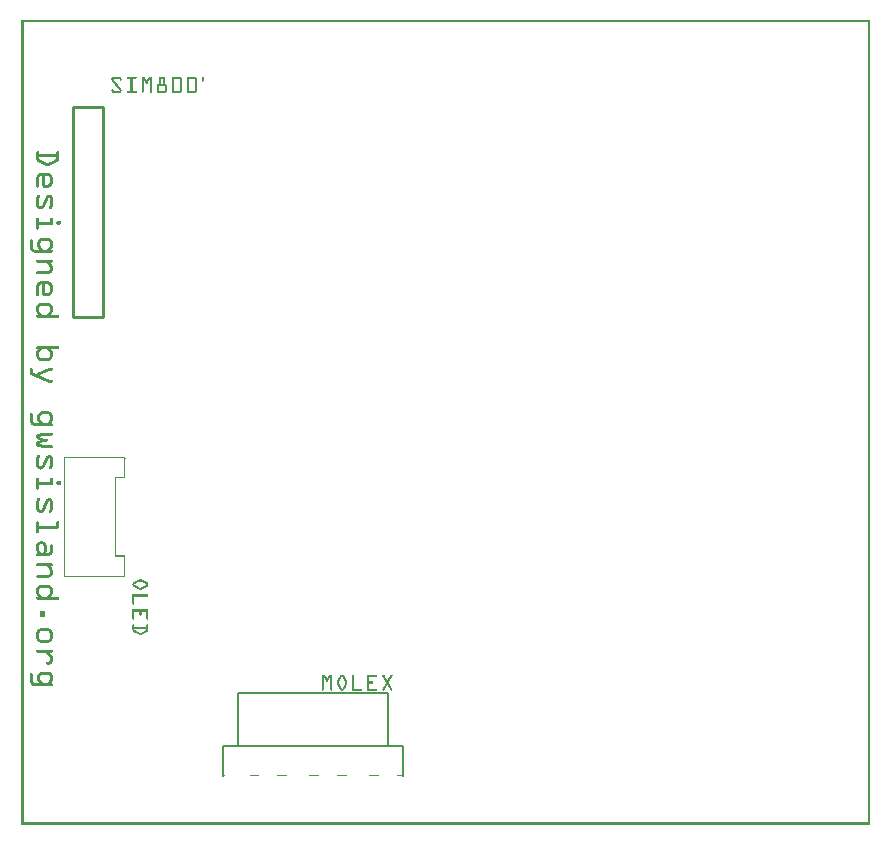
<source format=gto>
G04 MADE WITH FRITZING*
G04 WWW.FRITZING.ORG*
G04 DOUBLE SIDED*
G04 HOLES PLATED*
G04 CONTOUR ON CENTER OF CONTOUR VECTOR*
%ASAXBY*%
%FSLAX23Y23*%
%MOIN*%
%OFA0B0*%
%SFA1.0B1.0*%
%ADD10C,0.005000*%
%ADD11C,0.010000*%
%ADD12R,0.001000X0.001000*%
%LNSILK1*%
G90*
G70*
G54D10*
X672Y165D02*
X672Y265D01*
D02*
X1272Y165D02*
X1272Y265D01*
D02*
X1272Y265D02*
X1222Y265D01*
D02*
X1222Y265D02*
X722Y265D01*
D02*
X722Y265D02*
X672Y265D01*
D02*
X722Y265D02*
X722Y440D01*
D02*
X722Y440D02*
X1222Y440D01*
D02*
X1222Y440D02*
X1222Y265D01*
G54D11*
D02*
X172Y2395D02*
X172Y1695D01*
D02*
X172Y1695D02*
X272Y1695D01*
D02*
X272Y1695D02*
X272Y2395D01*
D02*
X272Y2395D02*
X172Y2395D01*
G54D12*
X1Y2683D02*
X2830Y2683D01*
X1Y2682D02*
X2830Y2682D01*
X1Y2681D02*
X2830Y2681D01*
X1Y2680D02*
X2830Y2680D01*
X1Y2679D02*
X2830Y2679D01*
X1Y2678D02*
X2830Y2678D01*
X1Y2677D02*
X2830Y2677D01*
X1Y2676D02*
X2830Y2676D01*
X1Y2675D02*
X8Y2675D01*
X2823Y2675D02*
X2830Y2675D01*
X1Y2674D02*
X8Y2674D01*
X2823Y2674D02*
X2830Y2674D01*
X1Y2673D02*
X8Y2673D01*
X2823Y2673D02*
X2830Y2673D01*
X1Y2672D02*
X8Y2672D01*
X2823Y2672D02*
X2830Y2672D01*
X1Y2671D02*
X8Y2671D01*
X2823Y2671D02*
X2830Y2671D01*
X1Y2670D02*
X8Y2670D01*
X2823Y2670D02*
X2830Y2670D01*
X1Y2669D02*
X8Y2669D01*
X2823Y2669D02*
X2830Y2669D01*
X1Y2668D02*
X8Y2668D01*
X2823Y2668D02*
X2830Y2668D01*
X1Y2667D02*
X8Y2667D01*
X2823Y2667D02*
X2830Y2667D01*
X1Y2666D02*
X8Y2666D01*
X2823Y2666D02*
X2830Y2666D01*
X1Y2665D02*
X8Y2665D01*
X2823Y2665D02*
X2830Y2665D01*
X1Y2664D02*
X8Y2664D01*
X2823Y2664D02*
X2830Y2664D01*
X1Y2663D02*
X8Y2663D01*
X2823Y2663D02*
X2830Y2663D01*
X1Y2662D02*
X8Y2662D01*
X2823Y2662D02*
X2830Y2662D01*
X1Y2661D02*
X8Y2661D01*
X2823Y2661D02*
X2830Y2661D01*
X1Y2660D02*
X8Y2660D01*
X2823Y2660D02*
X2830Y2660D01*
X1Y2659D02*
X8Y2659D01*
X2823Y2659D02*
X2830Y2659D01*
X1Y2658D02*
X8Y2658D01*
X2823Y2658D02*
X2830Y2658D01*
X1Y2657D02*
X8Y2657D01*
X2823Y2657D02*
X2830Y2657D01*
X1Y2656D02*
X8Y2656D01*
X2823Y2656D02*
X2830Y2656D01*
X1Y2655D02*
X8Y2655D01*
X2823Y2655D02*
X2830Y2655D01*
X1Y2654D02*
X8Y2654D01*
X2823Y2654D02*
X2830Y2654D01*
X1Y2653D02*
X8Y2653D01*
X2823Y2653D02*
X2830Y2653D01*
X1Y2652D02*
X8Y2652D01*
X2823Y2652D02*
X2830Y2652D01*
X1Y2651D02*
X8Y2651D01*
X2823Y2651D02*
X2830Y2651D01*
X1Y2650D02*
X8Y2650D01*
X2823Y2650D02*
X2830Y2650D01*
X1Y2649D02*
X8Y2649D01*
X2823Y2649D02*
X2830Y2649D01*
X1Y2648D02*
X8Y2648D01*
X2823Y2648D02*
X2830Y2648D01*
X1Y2647D02*
X8Y2647D01*
X2823Y2647D02*
X2830Y2647D01*
X1Y2646D02*
X8Y2646D01*
X2823Y2646D02*
X2830Y2646D01*
X1Y2645D02*
X8Y2645D01*
X2823Y2645D02*
X2830Y2645D01*
X1Y2644D02*
X8Y2644D01*
X2823Y2644D02*
X2830Y2644D01*
X1Y2643D02*
X8Y2643D01*
X2823Y2643D02*
X2830Y2643D01*
X1Y2642D02*
X8Y2642D01*
X2823Y2642D02*
X2830Y2642D01*
X1Y2641D02*
X8Y2641D01*
X2823Y2641D02*
X2830Y2641D01*
X1Y2640D02*
X8Y2640D01*
X2823Y2640D02*
X2830Y2640D01*
X1Y2639D02*
X8Y2639D01*
X2823Y2639D02*
X2830Y2639D01*
X1Y2638D02*
X8Y2638D01*
X2823Y2638D02*
X2830Y2638D01*
X1Y2637D02*
X8Y2637D01*
X2823Y2637D02*
X2830Y2637D01*
X1Y2636D02*
X8Y2636D01*
X2823Y2636D02*
X2830Y2636D01*
X1Y2635D02*
X8Y2635D01*
X2823Y2635D02*
X2830Y2635D01*
X1Y2634D02*
X8Y2634D01*
X2823Y2634D02*
X2830Y2634D01*
X1Y2633D02*
X8Y2633D01*
X2823Y2633D02*
X2830Y2633D01*
X1Y2632D02*
X8Y2632D01*
X2823Y2632D02*
X2830Y2632D01*
X1Y2631D02*
X8Y2631D01*
X2823Y2631D02*
X2830Y2631D01*
X1Y2630D02*
X8Y2630D01*
X2823Y2630D02*
X2830Y2630D01*
X1Y2629D02*
X8Y2629D01*
X2823Y2629D02*
X2830Y2629D01*
X1Y2628D02*
X8Y2628D01*
X2823Y2628D02*
X2830Y2628D01*
X1Y2627D02*
X8Y2627D01*
X2823Y2627D02*
X2830Y2627D01*
X1Y2626D02*
X8Y2626D01*
X2823Y2626D02*
X2830Y2626D01*
X1Y2625D02*
X8Y2625D01*
X2823Y2625D02*
X2830Y2625D01*
X1Y2624D02*
X8Y2624D01*
X2823Y2624D02*
X2830Y2624D01*
X1Y2623D02*
X8Y2623D01*
X2823Y2623D02*
X2830Y2623D01*
X1Y2622D02*
X8Y2622D01*
X2823Y2622D02*
X2830Y2622D01*
X1Y2621D02*
X8Y2621D01*
X2823Y2621D02*
X2830Y2621D01*
X1Y2620D02*
X8Y2620D01*
X2823Y2620D02*
X2830Y2620D01*
X1Y2619D02*
X8Y2619D01*
X2823Y2619D02*
X2830Y2619D01*
X1Y2618D02*
X8Y2618D01*
X2823Y2618D02*
X2830Y2618D01*
X1Y2617D02*
X8Y2617D01*
X2823Y2617D02*
X2830Y2617D01*
X1Y2616D02*
X8Y2616D01*
X2823Y2616D02*
X2830Y2616D01*
X1Y2615D02*
X8Y2615D01*
X2823Y2615D02*
X2830Y2615D01*
X1Y2614D02*
X8Y2614D01*
X2823Y2614D02*
X2830Y2614D01*
X1Y2613D02*
X8Y2613D01*
X2823Y2613D02*
X2830Y2613D01*
X1Y2612D02*
X8Y2612D01*
X2823Y2612D02*
X2830Y2612D01*
X1Y2611D02*
X8Y2611D01*
X2823Y2611D02*
X2830Y2611D01*
X1Y2610D02*
X8Y2610D01*
X2823Y2610D02*
X2830Y2610D01*
X1Y2609D02*
X8Y2609D01*
X2823Y2609D02*
X2830Y2609D01*
X1Y2608D02*
X8Y2608D01*
X2823Y2608D02*
X2830Y2608D01*
X1Y2607D02*
X8Y2607D01*
X2823Y2607D02*
X2830Y2607D01*
X1Y2606D02*
X8Y2606D01*
X2823Y2606D02*
X2830Y2606D01*
X1Y2605D02*
X8Y2605D01*
X2823Y2605D02*
X2830Y2605D01*
X1Y2604D02*
X8Y2604D01*
X2823Y2604D02*
X2830Y2604D01*
X1Y2603D02*
X8Y2603D01*
X2823Y2603D02*
X2830Y2603D01*
X1Y2602D02*
X8Y2602D01*
X2823Y2602D02*
X2830Y2602D01*
X1Y2601D02*
X8Y2601D01*
X2823Y2601D02*
X2830Y2601D01*
X1Y2600D02*
X8Y2600D01*
X2823Y2600D02*
X2830Y2600D01*
X1Y2599D02*
X8Y2599D01*
X2823Y2599D02*
X2830Y2599D01*
X1Y2598D02*
X8Y2598D01*
X2823Y2598D02*
X2830Y2598D01*
X1Y2597D02*
X8Y2597D01*
X2823Y2597D02*
X2830Y2597D01*
X1Y2596D02*
X8Y2596D01*
X2823Y2596D02*
X2830Y2596D01*
X1Y2595D02*
X8Y2595D01*
X2823Y2595D02*
X2830Y2595D01*
X1Y2594D02*
X8Y2594D01*
X2823Y2594D02*
X2830Y2594D01*
X1Y2593D02*
X8Y2593D01*
X2823Y2593D02*
X2830Y2593D01*
X1Y2592D02*
X8Y2592D01*
X2823Y2592D02*
X2830Y2592D01*
X1Y2591D02*
X8Y2591D01*
X2823Y2591D02*
X2830Y2591D01*
X1Y2590D02*
X8Y2590D01*
X2823Y2590D02*
X2830Y2590D01*
X1Y2589D02*
X8Y2589D01*
X2823Y2589D02*
X2830Y2589D01*
X1Y2588D02*
X8Y2588D01*
X2823Y2588D02*
X2830Y2588D01*
X1Y2587D02*
X8Y2587D01*
X2823Y2587D02*
X2830Y2587D01*
X1Y2586D02*
X8Y2586D01*
X2823Y2586D02*
X2830Y2586D01*
X1Y2585D02*
X8Y2585D01*
X2823Y2585D02*
X2830Y2585D01*
X1Y2584D02*
X8Y2584D01*
X2823Y2584D02*
X2830Y2584D01*
X1Y2583D02*
X8Y2583D01*
X2823Y2583D02*
X2830Y2583D01*
X1Y2582D02*
X8Y2582D01*
X2823Y2582D02*
X2830Y2582D01*
X1Y2581D02*
X8Y2581D01*
X2823Y2581D02*
X2830Y2581D01*
X1Y2580D02*
X8Y2580D01*
X2823Y2580D02*
X2830Y2580D01*
X1Y2579D02*
X8Y2579D01*
X2823Y2579D02*
X2830Y2579D01*
X1Y2578D02*
X8Y2578D01*
X2823Y2578D02*
X2830Y2578D01*
X1Y2577D02*
X8Y2577D01*
X2823Y2577D02*
X2830Y2577D01*
X1Y2576D02*
X8Y2576D01*
X2823Y2576D02*
X2830Y2576D01*
X1Y2575D02*
X8Y2575D01*
X2823Y2575D02*
X2830Y2575D01*
X1Y2574D02*
X8Y2574D01*
X2823Y2574D02*
X2830Y2574D01*
X1Y2573D02*
X8Y2573D01*
X2823Y2573D02*
X2830Y2573D01*
X1Y2572D02*
X8Y2572D01*
X2823Y2572D02*
X2830Y2572D01*
X1Y2571D02*
X8Y2571D01*
X2823Y2571D02*
X2830Y2571D01*
X1Y2570D02*
X8Y2570D01*
X2823Y2570D02*
X2830Y2570D01*
X1Y2569D02*
X8Y2569D01*
X2823Y2569D02*
X2830Y2569D01*
X1Y2568D02*
X8Y2568D01*
X2823Y2568D02*
X2830Y2568D01*
X1Y2567D02*
X8Y2567D01*
X2823Y2567D02*
X2830Y2567D01*
X1Y2566D02*
X8Y2566D01*
X2823Y2566D02*
X2830Y2566D01*
X1Y2565D02*
X8Y2565D01*
X2823Y2565D02*
X2830Y2565D01*
X1Y2564D02*
X8Y2564D01*
X2823Y2564D02*
X2830Y2564D01*
X1Y2563D02*
X8Y2563D01*
X2823Y2563D02*
X2830Y2563D01*
X1Y2562D02*
X8Y2562D01*
X2823Y2562D02*
X2830Y2562D01*
X1Y2561D02*
X8Y2561D01*
X2823Y2561D02*
X2830Y2561D01*
X1Y2560D02*
X8Y2560D01*
X2823Y2560D02*
X2830Y2560D01*
X1Y2559D02*
X8Y2559D01*
X2823Y2559D02*
X2830Y2559D01*
X1Y2558D02*
X8Y2558D01*
X2823Y2558D02*
X2830Y2558D01*
X1Y2557D02*
X8Y2557D01*
X2823Y2557D02*
X2830Y2557D01*
X1Y2556D02*
X8Y2556D01*
X2823Y2556D02*
X2830Y2556D01*
X1Y2555D02*
X8Y2555D01*
X2823Y2555D02*
X2830Y2555D01*
X1Y2554D02*
X8Y2554D01*
X2823Y2554D02*
X2830Y2554D01*
X1Y2553D02*
X8Y2553D01*
X2823Y2553D02*
X2830Y2553D01*
X1Y2552D02*
X8Y2552D01*
X2823Y2552D02*
X2830Y2552D01*
X1Y2551D02*
X8Y2551D01*
X2823Y2551D02*
X2830Y2551D01*
X1Y2550D02*
X8Y2550D01*
X2823Y2550D02*
X2830Y2550D01*
X1Y2549D02*
X8Y2549D01*
X2823Y2549D02*
X2830Y2549D01*
X1Y2548D02*
X8Y2548D01*
X2823Y2548D02*
X2830Y2548D01*
X1Y2547D02*
X8Y2547D01*
X2823Y2547D02*
X2830Y2547D01*
X1Y2546D02*
X8Y2546D01*
X2823Y2546D02*
X2830Y2546D01*
X1Y2545D02*
X8Y2545D01*
X2823Y2545D02*
X2830Y2545D01*
X1Y2544D02*
X8Y2544D01*
X2823Y2544D02*
X2830Y2544D01*
X1Y2543D02*
X8Y2543D01*
X2823Y2543D02*
X2830Y2543D01*
X1Y2542D02*
X8Y2542D01*
X2823Y2542D02*
X2830Y2542D01*
X1Y2541D02*
X8Y2541D01*
X2823Y2541D02*
X2830Y2541D01*
X1Y2540D02*
X8Y2540D01*
X2823Y2540D02*
X2830Y2540D01*
X1Y2539D02*
X8Y2539D01*
X2823Y2539D02*
X2830Y2539D01*
X1Y2538D02*
X8Y2538D01*
X2823Y2538D02*
X2830Y2538D01*
X1Y2537D02*
X8Y2537D01*
X2823Y2537D02*
X2830Y2537D01*
X1Y2536D02*
X8Y2536D01*
X2823Y2536D02*
X2830Y2536D01*
X1Y2535D02*
X8Y2535D01*
X2823Y2535D02*
X2830Y2535D01*
X1Y2534D02*
X8Y2534D01*
X2823Y2534D02*
X2830Y2534D01*
X1Y2533D02*
X8Y2533D01*
X2823Y2533D02*
X2830Y2533D01*
X1Y2532D02*
X8Y2532D01*
X2823Y2532D02*
X2830Y2532D01*
X1Y2531D02*
X8Y2531D01*
X2823Y2531D02*
X2830Y2531D01*
X1Y2530D02*
X8Y2530D01*
X2823Y2530D02*
X2830Y2530D01*
X1Y2529D02*
X8Y2529D01*
X2823Y2529D02*
X2830Y2529D01*
X1Y2528D02*
X8Y2528D01*
X2823Y2528D02*
X2830Y2528D01*
X1Y2527D02*
X8Y2527D01*
X2823Y2527D02*
X2830Y2527D01*
X1Y2526D02*
X8Y2526D01*
X2823Y2526D02*
X2830Y2526D01*
X1Y2525D02*
X8Y2525D01*
X2823Y2525D02*
X2830Y2525D01*
X1Y2524D02*
X8Y2524D01*
X2823Y2524D02*
X2830Y2524D01*
X1Y2523D02*
X8Y2523D01*
X2823Y2523D02*
X2830Y2523D01*
X1Y2522D02*
X8Y2522D01*
X2823Y2522D02*
X2830Y2522D01*
X1Y2521D02*
X8Y2521D01*
X2823Y2521D02*
X2830Y2521D01*
X1Y2520D02*
X8Y2520D01*
X2823Y2520D02*
X2830Y2520D01*
X1Y2519D02*
X8Y2519D01*
X2823Y2519D02*
X2830Y2519D01*
X1Y2518D02*
X8Y2518D01*
X2823Y2518D02*
X2830Y2518D01*
X1Y2517D02*
X8Y2517D01*
X2823Y2517D02*
X2830Y2517D01*
X1Y2516D02*
X8Y2516D01*
X2823Y2516D02*
X2830Y2516D01*
X1Y2515D02*
X8Y2515D01*
X2823Y2515D02*
X2830Y2515D01*
X1Y2514D02*
X8Y2514D01*
X2823Y2514D02*
X2830Y2514D01*
X1Y2513D02*
X8Y2513D01*
X2823Y2513D02*
X2830Y2513D01*
X1Y2512D02*
X8Y2512D01*
X2823Y2512D02*
X2830Y2512D01*
X1Y2511D02*
X8Y2511D01*
X2823Y2511D02*
X2830Y2511D01*
X1Y2510D02*
X8Y2510D01*
X2823Y2510D02*
X2830Y2510D01*
X1Y2509D02*
X8Y2509D01*
X2823Y2509D02*
X2830Y2509D01*
X1Y2508D02*
X8Y2508D01*
X2823Y2508D02*
X2830Y2508D01*
X1Y2507D02*
X8Y2507D01*
X2823Y2507D02*
X2830Y2507D01*
X1Y2506D02*
X8Y2506D01*
X2823Y2506D02*
X2830Y2506D01*
X1Y2505D02*
X8Y2505D01*
X2823Y2505D02*
X2830Y2505D01*
X1Y2504D02*
X8Y2504D01*
X2823Y2504D02*
X2830Y2504D01*
X1Y2503D02*
X8Y2503D01*
X2823Y2503D02*
X2830Y2503D01*
X1Y2502D02*
X8Y2502D01*
X2823Y2502D02*
X2830Y2502D01*
X1Y2501D02*
X8Y2501D01*
X2823Y2501D02*
X2830Y2501D01*
X1Y2500D02*
X8Y2500D01*
X2823Y2500D02*
X2830Y2500D01*
X1Y2499D02*
X8Y2499D01*
X2823Y2499D02*
X2830Y2499D01*
X1Y2498D02*
X8Y2498D01*
X2823Y2498D02*
X2830Y2498D01*
X1Y2497D02*
X8Y2497D01*
X2823Y2497D02*
X2830Y2497D01*
X1Y2496D02*
X8Y2496D01*
X2823Y2496D02*
X2830Y2496D01*
X1Y2495D02*
X8Y2495D01*
X2823Y2495D02*
X2830Y2495D01*
X1Y2494D02*
X8Y2494D01*
X308Y2494D02*
X327Y2494D01*
X354Y2494D02*
X382Y2494D01*
X402Y2494D02*
X409Y2494D01*
X427Y2494D02*
X435Y2494D01*
X461Y2494D02*
X476Y2494D01*
X508Y2494D02*
X530Y2494D01*
X558Y2494D02*
X580Y2494D01*
X605Y2494D02*
X606Y2494D01*
X2823Y2494D02*
X2830Y2494D01*
X1Y2493D02*
X8Y2493D01*
X305Y2493D02*
X330Y2493D01*
X352Y2493D02*
X384Y2493D01*
X402Y2493D02*
X410Y2493D01*
X427Y2493D02*
X435Y2493D01*
X460Y2493D02*
X477Y2493D01*
X505Y2493D02*
X532Y2493D01*
X555Y2493D02*
X582Y2493D01*
X603Y2493D02*
X607Y2493D01*
X2823Y2493D02*
X2830Y2493D01*
X1Y2492D02*
X8Y2492D01*
X304Y2492D02*
X331Y2492D01*
X352Y2492D02*
X385Y2492D01*
X402Y2492D02*
X411Y2492D01*
X426Y2492D02*
X435Y2492D01*
X459Y2492D02*
X478Y2492D01*
X504Y2492D02*
X533Y2492D01*
X554Y2492D02*
X584Y2492D01*
X603Y2492D02*
X608Y2492D01*
X2823Y2492D02*
X2830Y2492D01*
X1Y2491D02*
X8Y2491D01*
X303Y2491D02*
X332Y2491D01*
X351Y2491D02*
X385Y2491D01*
X402Y2491D02*
X412Y2491D01*
X425Y2491D02*
X435Y2491D01*
X459Y2491D02*
X478Y2491D01*
X503Y2491D02*
X534Y2491D01*
X553Y2491D02*
X585Y2491D01*
X602Y2491D02*
X608Y2491D01*
X2823Y2491D02*
X2830Y2491D01*
X1Y2490D02*
X8Y2490D01*
X302Y2490D02*
X333Y2490D01*
X352Y2490D02*
X385Y2490D01*
X402Y2490D02*
X412Y2490D01*
X424Y2490D02*
X435Y2490D01*
X459Y2490D02*
X478Y2490D01*
X503Y2490D02*
X535Y2490D01*
X553Y2490D02*
X585Y2490D01*
X602Y2490D02*
X608Y2490D01*
X2823Y2490D02*
X2830Y2490D01*
X1Y2489D02*
X8Y2489D01*
X302Y2489D02*
X334Y2489D01*
X352Y2489D02*
X384Y2489D01*
X402Y2489D02*
X413Y2489D01*
X424Y2489D02*
X435Y2489D01*
X459Y2489D02*
X478Y2489D01*
X502Y2489D02*
X535Y2489D01*
X552Y2489D02*
X585Y2489D01*
X602Y2489D02*
X608Y2489D01*
X2823Y2489D02*
X2830Y2489D01*
X1Y2488D02*
X8Y2488D01*
X301Y2488D02*
X334Y2488D01*
X353Y2488D02*
X384Y2488D01*
X402Y2488D02*
X414Y2488D01*
X423Y2488D02*
X435Y2488D01*
X459Y2488D02*
X478Y2488D01*
X502Y2488D02*
X535Y2488D01*
X552Y2488D02*
X586Y2488D01*
X602Y2488D02*
X608Y2488D01*
X2823Y2488D02*
X2830Y2488D01*
X1Y2487D02*
X8Y2487D01*
X301Y2487D02*
X308Y2487D01*
X327Y2487D02*
X334Y2487D01*
X365Y2487D02*
X371Y2487D01*
X402Y2487D02*
X414Y2487D01*
X422Y2487D02*
X435Y2487D01*
X459Y2487D02*
X465Y2487D01*
X472Y2487D02*
X478Y2487D01*
X502Y2487D02*
X508Y2487D01*
X529Y2487D02*
X536Y2487D01*
X552Y2487D02*
X558Y2487D01*
X579Y2487D02*
X586Y2487D01*
X602Y2487D02*
X608Y2487D01*
X2823Y2487D02*
X2830Y2487D01*
X1Y2486D02*
X8Y2486D01*
X301Y2486D02*
X307Y2486D01*
X328Y2486D02*
X335Y2486D01*
X365Y2486D02*
X371Y2486D01*
X402Y2486D02*
X415Y2486D01*
X422Y2486D02*
X435Y2486D01*
X459Y2486D02*
X465Y2486D01*
X472Y2486D02*
X478Y2486D01*
X502Y2486D02*
X508Y2486D01*
X530Y2486D02*
X536Y2486D01*
X552Y2486D02*
X558Y2486D01*
X580Y2486D02*
X586Y2486D01*
X602Y2486D02*
X608Y2486D01*
X2823Y2486D02*
X2830Y2486D01*
X1Y2485D02*
X8Y2485D01*
X301Y2485D02*
X308Y2485D01*
X329Y2485D02*
X335Y2485D01*
X365Y2485D02*
X371Y2485D01*
X402Y2485D02*
X416Y2485D01*
X421Y2485D02*
X435Y2485D01*
X459Y2485D02*
X465Y2485D01*
X472Y2485D02*
X478Y2485D01*
X502Y2485D02*
X508Y2485D01*
X530Y2485D02*
X536Y2485D01*
X552Y2485D02*
X558Y2485D01*
X580Y2485D02*
X586Y2485D01*
X602Y2485D02*
X608Y2485D01*
X2823Y2485D02*
X2830Y2485D01*
X1Y2484D02*
X8Y2484D01*
X302Y2484D02*
X309Y2484D01*
X329Y2484D02*
X335Y2484D01*
X365Y2484D02*
X371Y2484D01*
X402Y2484D02*
X416Y2484D01*
X420Y2484D02*
X435Y2484D01*
X459Y2484D02*
X465Y2484D01*
X472Y2484D02*
X478Y2484D01*
X502Y2484D02*
X508Y2484D01*
X530Y2484D02*
X536Y2484D01*
X552Y2484D02*
X558Y2484D01*
X580Y2484D02*
X586Y2484D01*
X602Y2484D02*
X608Y2484D01*
X2823Y2484D02*
X2830Y2484D01*
X1Y2483D02*
X8Y2483D01*
X302Y2483D02*
X310Y2483D01*
X329Y2483D02*
X334Y2483D01*
X365Y2483D02*
X371Y2483D01*
X402Y2483D02*
X408Y2483D01*
X410Y2483D02*
X417Y2483D01*
X420Y2483D02*
X427Y2483D01*
X429Y2483D02*
X435Y2483D01*
X459Y2483D02*
X465Y2483D01*
X472Y2483D02*
X478Y2483D01*
X502Y2483D02*
X508Y2483D01*
X530Y2483D02*
X536Y2483D01*
X552Y2483D02*
X558Y2483D01*
X580Y2483D02*
X586Y2483D01*
X602Y2483D02*
X608Y2483D01*
X2823Y2483D02*
X2830Y2483D01*
X1Y2482D02*
X8Y2482D01*
X302Y2482D02*
X310Y2482D01*
X330Y2482D02*
X333Y2482D01*
X365Y2482D02*
X371Y2482D01*
X402Y2482D02*
X408Y2482D01*
X410Y2482D02*
X426Y2482D01*
X429Y2482D02*
X435Y2482D01*
X459Y2482D02*
X465Y2482D01*
X472Y2482D02*
X478Y2482D01*
X502Y2482D02*
X508Y2482D01*
X530Y2482D02*
X536Y2482D01*
X552Y2482D02*
X558Y2482D01*
X580Y2482D02*
X586Y2482D01*
X602Y2482D02*
X608Y2482D01*
X2823Y2482D02*
X2830Y2482D01*
X1Y2481D02*
X8Y2481D01*
X303Y2481D02*
X311Y2481D01*
X365Y2481D02*
X371Y2481D01*
X402Y2481D02*
X408Y2481D01*
X411Y2481D02*
X426Y2481D01*
X429Y2481D02*
X435Y2481D01*
X459Y2481D02*
X465Y2481D01*
X472Y2481D02*
X478Y2481D01*
X502Y2481D02*
X508Y2481D01*
X530Y2481D02*
X536Y2481D01*
X552Y2481D02*
X558Y2481D01*
X580Y2481D02*
X586Y2481D01*
X602Y2481D02*
X608Y2481D01*
X2823Y2481D02*
X2830Y2481D01*
X1Y2480D02*
X8Y2480D01*
X304Y2480D02*
X312Y2480D01*
X365Y2480D02*
X371Y2480D01*
X402Y2480D02*
X408Y2480D01*
X412Y2480D02*
X425Y2480D01*
X429Y2480D02*
X435Y2480D01*
X459Y2480D02*
X465Y2480D01*
X472Y2480D02*
X478Y2480D01*
X502Y2480D02*
X508Y2480D01*
X530Y2480D02*
X536Y2480D01*
X552Y2480D02*
X558Y2480D01*
X580Y2480D02*
X586Y2480D01*
X602Y2480D02*
X608Y2480D01*
X2823Y2480D02*
X2830Y2480D01*
X1Y2479D02*
X8Y2479D01*
X305Y2479D02*
X313Y2479D01*
X365Y2479D02*
X371Y2479D01*
X402Y2479D02*
X408Y2479D01*
X412Y2479D02*
X424Y2479D01*
X429Y2479D02*
X435Y2479D01*
X459Y2479D02*
X465Y2479D01*
X472Y2479D02*
X478Y2479D01*
X502Y2479D02*
X508Y2479D01*
X530Y2479D02*
X536Y2479D01*
X552Y2479D02*
X558Y2479D01*
X580Y2479D02*
X586Y2479D01*
X602Y2479D02*
X608Y2479D01*
X2823Y2479D02*
X2830Y2479D01*
X1Y2478D02*
X8Y2478D01*
X305Y2478D02*
X313Y2478D01*
X365Y2478D02*
X371Y2478D01*
X402Y2478D02*
X408Y2478D01*
X413Y2478D02*
X424Y2478D01*
X429Y2478D02*
X435Y2478D01*
X459Y2478D02*
X465Y2478D01*
X472Y2478D02*
X478Y2478D01*
X502Y2478D02*
X508Y2478D01*
X530Y2478D02*
X536Y2478D01*
X552Y2478D02*
X558Y2478D01*
X580Y2478D02*
X586Y2478D01*
X602Y2478D02*
X606Y2478D01*
X2823Y2478D02*
X2830Y2478D01*
X1Y2477D02*
X8Y2477D01*
X306Y2477D02*
X314Y2477D01*
X365Y2477D02*
X371Y2477D01*
X402Y2477D02*
X408Y2477D01*
X414Y2477D02*
X423Y2477D01*
X429Y2477D02*
X435Y2477D01*
X459Y2477D02*
X465Y2477D01*
X472Y2477D02*
X478Y2477D01*
X502Y2477D02*
X508Y2477D01*
X530Y2477D02*
X536Y2477D01*
X552Y2477D02*
X558Y2477D01*
X580Y2477D02*
X586Y2477D01*
X602Y2477D02*
X604Y2477D01*
X2823Y2477D02*
X2830Y2477D01*
X1Y2476D02*
X8Y2476D01*
X307Y2476D02*
X315Y2476D01*
X365Y2476D02*
X371Y2476D01*
X402Y2476D02*
X408Y2476D01*
X414Y2476D02*
X422Y2476D01*
X429Y2476D02*
X435Y2476D01*
X459Y2476D02*
X465Y2476D01*
X472Y2476D02*
X478Y2476D01*
X502Y2476D02*
X508Y2476D01*
X530Y2476D02*
X536Y2476D01*
X552Y2476D02*
X558Y2476D01*
X580Y2476D02*
X586Y2476D01*
X602Y2476D02*
X602Y2476D01*
X2823Y2476D02*
X2830Y2476D01*
X1Y2475D02*
X8Y2475D01*
X308Y2475D02*
X316Y2475D01*
X365Y2475D02*
X371Y2475D01*
X402Y2475D02*
X408Y2475D01*
X415Y2475D02*
X422Y2475D01*
X429Y2475D02*
X435Y2475D01*
X459Y2475D02*
X465Y2475D01*
X472Y2475D02*
X478Y2475D01*
X502Y2475D02*
X508Y2475D01*
X530Y2475D02*
X536Y2475D01*
X552Y2475D02*
X558Y2475D01*
X580Y2475D02*
X586Y2475D01*
X2823Y2475D02*
X2830Y2475D01*
X1Y2474D02*
X8Y2474D01*
X309Y2474D02*
X317Y2474D01*
X365Y2474D02*
X371Y2474D01*
X402Y2474D02*
X408Y2474D01*
X415Y2474D02*
X421Y2474D01*
X429Y2474D02*
X435Y2474D01*
X459Y2474D02*
X465Y2474D01*
X472Y2474D02*
X478Y2474D01*
X502Y2474D02*
X508Y2474D01*
X530Y2474D02*
X536Y2474D01*
X552Y2474D02*
X558Y2474D01*
X580Y2474D02*
X586Y2474D01*
X2823Y2474D02*
X2830Y2474D01*
X1Y2473D02*
X8Y2473D01*
X309Y2473D02*
X317Y2473D01*
X365Y2473D02*
X371Y2473D01*
X402Y2473D02*
X408Y2473D01*
X415Y2473D02*
X421Y2473D01*
X429Y2473D02*
X435Y2473D01*
X459Y2473D02*
X465Y2473D01*
X472Y2473D02*
X478Y2473D01*
X502Y2473D02*
X508Y2473D01*
X530Y2473D02*
X536Y2473D01*
X552Y2473D02*
X558Y2473D01*
X580Y2473D02*
X586Y2473D01*
X2823Y2473D02*
X2830Y2473D01*
X1Y2472D02*
X8Y2472D01*
X310Y2472D02*
X318Y2472D01*
X365Y2472D02*
X371Y2472D01*
X402Y2472D02*
X408Y2472D01*
X416Y2472D02*
X421Y2472D01*
X429Y2472D02*
X435Y2472D01*
X459Y2472D02*
X465Y2472D01*
X472Y2472D02*
X478Y2472D01*
X502Y2472D02*
X508Y2472D01*
X530Y2472D02*
X536Y2472D01*
X552Y2472D02*
X558Y2472D01*
X580Y2472D02*
X586Y2472D01*
X2823Y2472D02*
X2830Y2472D01*
X1Y2471D02*
X8Y2471D01*
X311Y2471D02*
X319Y2471D01*
X365Y2471D02*
X371Y2471D01*
X402Y2471D02*
X408Y2471D01*
X416Y2471D02*
X421Y2471D01*
X429Y2471D02*
X435Y2471D01*
X459Y2471D02*
X465Y2471D01*
X472Y2471D02*
X478Y2471D01*
X502Y2471D02*
X508Y2471D01*
X530Y2471D02*
X536Y2471D01*
X552Y2471D02*
X558Y2471D01*
X580Y2471D02*
X586Y2471D01*
X2823Y2471D02*
X2830Y2471D01*
X1Y2470D02*
X8Y2470D01*
X312Y2470D02*
X320Y2470D01*
X365Y2470D02*
X371Y2470D01*
X402Y2470D02*
X408Y2470D01*
X417Y2470D02*
X420Y2470D01*
X429Y2470D02*
X435Y2470D01*
X456Y2470D02*
X481Y2470D01*
X502Y2470D02*
X508Y2470D01*
X530Y2470D02*
X536Y2470D01*
X552Y2470D02*
X558Y2470D01*
X580Y2470D02*
X586Y2470D01*
X2823Y2470D02*
X2830Y2470D01*
X1Y2469D02*
X8Y2469D01*
X312Y2469D02*
X320Y2469D01*
X365Y2469D02*
X371Y2469D01*
X402Y2469D02*
X408Y2469D01*
X429Y2469D02*
X435Y2469D01*
X454Y2469D02*
X483Y2469D01*
X502Y2469D02*
X508Y2469D01*
X530Y2469D02*
X536Y2469D01*
X552Y2469D02*
X558Y2469D01*
X580Y2469D02*
X586Y2469D01*
X2823Y2469D02*
X2830Y2469D01*
X1Y2468D02*
X8Y2468D01*
X313Y2468D02*
X321Y2468D01*
X365Y2468D02*
X371Y2468D01*
X402Y2468D02*
X408Y2468D01*
X429Y2468D02*
X435Y2468D01*
X453Y2468D02*
X484Y2468D01*
X502Y2468D02*
X508Y2468D01*
X530Y2468D02*
X536Y2468D01*
X552Y2468D02*
X558Y2468D01*
X580Y2468D02*
X586Y2468D01*
X2823Y2468D02*
X2830Y2468D01*
X1Y2467D02*
X8Y2467D01*
X314Y2467D02*
X322Y2467D01*
X365Y2467D02*
X371Y2467D01*
X402Y2467D02*
X408Y2467D01*
X429Y2467D02*
X435Y2467D01*
X453Y2467D02*
X484Y2467D01*
X502Y2467D02*
X508Y2467D01*
X530Y2467D02*
X536Y2467D01*
X552Y2467D02*
X558Y2467D01*
X580Y2467D02*
X586Y2467D01*
X2823Y2467D02*
X2830Y2467D01*
X1Y2466D02*
X8Y2466D01*
X315Y2466D02*
X323Y2466D01*
X365Y2466D02*
X371Y2466D01*
X402Y2466D02*
X408Y2466D01*
X429Y2466D02*
X435Y2466D01*
X452Y2466D02*
X485Y2466D01*
X502Y2466D02*
X508Y2466D01*
X530Y2466D02*
X536Y2466D01*
X552Y2466D02*
X558Y2466D01*
X580Y2466D02*
X586Y2466D01*
X2823Y2466D02*
X2830Y2466D01*
X1Y2465D02*
X8Y2465D01*
X315Y2465D02*
X324Y2465D01*
X365Y2465D02*
X371Y2465D01*
X402Y2465D02*
X408Y2465D01*
X429Y2465D02*
X435Y2465D01*
X452Y2465D02*
X485Y2465D01*
X502Y2465D02*
X508Y2465D01*
X530Y2465D02*
X536Y2465D01*
X552Y2465D02*
X558Y2465D01*
X580Y2465D02*
X586Y2465D01*
X2823Y2465D02*
X2830Y2465D01*
X1Y2464D02*
X8Y2464D01*
X316Y2464D02*
X324Y2464D01*
X365Y2464D02*
X371Y2464D01*
X402Y2464D02*
X408Y2464D01*
X429Y2464D02*
X435Y2464D01*
X452Y2464D02*
X485Y2464D01*
X502Y2464D02*
X508Y2464D01*
X530Y2464D02*
X536Y2464D01*
X552Y2464D02*
X558Y2464D01*
X580Y2464D02*
X586Y2464D01*
X2823Y2464D02*
X2830Y2464D01*
X1Y2463D02*
X8Y2463D01*
X317Y2463D02*
X325Y2463D01*
X365Y2463D02*
X371Y2463D01*
X402Y2463D02*
X408Y2463D01*
X429Y2463D02*
X435Y2463D01*
X452Y2463D02*
X458Y2463D01*
X479Y2463D02*
X485Y2463D01*
X502Y2463D02*
X508Y2463D01*
X530Y2463D02*
X536Y2463D01*
X552Y2463D02*
X558Y2463D01*
X580Y2463D02*
X586Y2463D01*
X2823Y2463D02*
X2830Y2463D01*
X1Y2462D02*
X8Y2462D01*
X318Y2462D02*
X326Y2462D01*
X365Y2462D02*
X371Y2462D01*
X402Y2462D02*
X408Y2462D01*
X429Y2462D02*
X435Y2462D01*
X452Y2462D02*
X458Y2462D01*
X479Y2462D02*
X485Y2462D01*
X502Y2462D02*
X508Y2462D01*
X530Y2462D02*
X536Y2462D01*
X552Y2462D02*
X558Y2462D01*
X580Y2462D02*
X586Y2462D01*
X2823Y2462D02*
X2830Y2462D01*
X1Y2461D02*
X8Y2461D01*
X319Y2461D02*
X327Y2461D01*
X365Y2461D02*
X371Y2461D01*
X402Y2461D02*
X408Y2461D01*
X429Y2461D02*
X435Y2461D01*
X452Y2461D02*
X458Y2461D01*
X479Y2461D02*
X485Y2461D01*
X502Y2461D02*
X508Y2461D01*
X530Y2461D02*
X536Y2461D01*
X552Y2461D02*
X558Y2461D01*
X580Y2461D02*
X586Y2461D01*
X2823Y2461D02*
X2830Y2461D01*
X1Y2460D02*
X8Y2460D01*
X319Y2460D02*
X327Y2460D01*
X365Y2460D02*
X371Y2460D01*
X402Y2460D02*
X408Y2460D01*
X429Y2460D02*
X435Y2460D01*
X452Y2460D02*
X458Y2460D01*
X479Y2460D02*
X485Y2460D01*
X502Y2460D02*
X508Y2460D01*
X530Y2460D02*
X536Y2460D01*
X552Y2460D02*
X558Y2460D01*
X580Y2460D02*
X586Y2460D01*
X2823Y2460D02*
X2830Y2460D01*
X1Y2459D02*
X8Y2459D01*
X320Y2459D02*
X328Y2459D01*
X365Y2459D02*
X371Y2459D01*
X402Y2459D02*
X408Y2459D01*
X429Y2459D02*
X435Y2459D01*
X452Y2459D02*
X458Y2459D01*
X479Y2459D02*
X485Y2459D01*
X502Y2459D02*
X508Y2459D01*
X530Y2459D02*
X536Y2459D01*
X552Y2459D02*
X558Y2459D01*
X580Y2459D02*
X586Y2459D01*
X2823Y2459D02*
X2830Y2459D01*
X1Y2458D02*
X8Y2458D01*
X321Y2458D02*
X329Y2458D01*
X365Y2458D02*
X371Y2458D01*
X402Y2458D02*
X408Y2458D01*
X429Y2458D02*
X435Y2458D01*
X452Y2458D02*
X458Y2458D01*
X479Y2458D02*
X485Y2458D01*
X502Y2458D02*
X508Y2458D01*
X530Y2458D02*
X536Y2458D01*
X552Y2458D02*
X558Y2458D01*
X580Y2458D02*
X586Y2458D01*
X2823Y2458D02*
X2830Y2458D01*
X1Y2457D02*
X8Y2457D01*
X322Y2457D02*
X330Y2457D01*
X365Y2457D02*
X371Y2457D01*
X402Y2457D02*
X408Y2457D01*
X429Y2457D02*
X435Y2457D01*
X452Y2457D02*
X458Y2457D01*
X479Y2457D02*
X485Y2457D01*
X502Y2457D02*
X508Y2457D01*
X530Y2457D02*
X536Y2457D01*
X552Y2457D02*
X558Y2457D01*
X580Y2457D02*
X586Y2457D01*
X2823Y2457D02*
X2830Y2457D01*
X1Y2456D02*
X8Y2456D01*
X322Y2456D02*
X331Y2456D01*
X365Y2456D02*
X371Y2456D01*
X402Y2456D02*
X408Y2456D01*
X429Y2456D02*
X435Y2456D01*
X452Y2456D02*
X458Y2456D01*
X479Y2456D02*
X485Y2456D01*
X502Y2456D02*
X508Y2456D01*
X530Y2456D02*
X536Y2456D01*
X552Y2456D02*
X558Y2456D01*
X580Y2456D02*
X586Y2456D01*
X2823Y2456D02*
X2830Y2456D01*
X1Y2455D02*
X8Y2455D01*
X323Y2455D02*
X331Y2455D01*
X365Y2455D02*
X371Y2455D01*
X402Y2455D02*
X408Y2455D01*
X429Y2455D02*
X435Y2455D01*
X452Y2455D02*
X458Y2455D01*
X479Y2455D02*
X485Y2455D01*
X502Y2455D02*
X508Y2455D01*
X530Y2455D02*
X536Y2455D01*
X552Y2455D02*
X558Y2455D01*
X580Y2455D02*
X586Y2455D01*
X2823Y2455D02*
X2830Y2455D01*
X1Y2454D02*
X8Y2454D01*
X324Y2454D02*
X332Y2454D01*
X365Y2454D02*
X371Y2454D01*
X402Y2454D02*
X408Y2454D01*
X429Y2454D02*
X435Y2454D01*
X452Y2454D02*
X458Y2454D01*
X479Y2454D02*
X485Y2454D01*
X502Y2454D02*
X508Y2454D01*
X530Y2454D02*
X536Y2454D01*
X552Y2454D02*
X558Y2454D01*
X580Y2454D02*
X586Y2454D01*
X2823Y2454D02*
X2830Y2454D01*
X1Y2453D02*
X8Y2453D01*
X325Y2453D02*
X333Y2453D01*
X365Y2453D02*
X371Y2453D01*
X402Y2453D02*
X408Y2453D01*
X429Y2453D02*
X435Y2453D01*
X452Y2453D02*
X458Y2453D01*
X479Y2453D02*
X485Y2453D01*
X502Y2453D02*
X508Y2453D01*
X530Y2453D02*
X536Y2453D01*
X552Y2453D02*
X558Y2453D01*
X580Y2453D02*
X586Y2453D01*
X2823Y2453D02*
X2830Y2453D01*
X1Y2452D02*
X8Y2452D01*
X302Y2452D02*
X306Y2452D01*
X326Y2452D02*
X333Y2452D01*
X365Y2452D02*
X371Y2452D01*
X402Y2452D02*
X408Y2452D01*
X429Y2452D02*
X435Y2452D01*
X452Y2452D02*
X458Y2452D01*
X479Y2452D02*
X485Y2452D01*
X502Y2452D02*
X508Y2452D01*
X530Y2452D02*
X536Y2452D01*
X552Y2452D02*
X558Y2452D01*
X580Y2452D02*
X586Y2452D01*
X2823Y2452D02*
X2830Y2452D01*
X1Y2451D02*
X8Y2451D01*
X302Y2451D02*
X307Y2451D01*
X326Y2451D02*
X334Y2451D01*
X365Y2451D02*
X371Y2451D01*
X402Y2451D02*
X408Y2451D01*
X429Y2451D02*
X435Y2451D01*
X452Y2451D02*
X458Y2451D01*
X479Y2451D02*
X485Y2451D01*
X502Y2451D02*
X508Y2451D01*
X530Y2451D02*
X536Y2451D01*
X552Y2451D02*
X558Y2451D01*
X580Y2451D02*
X585Y2451D01*
X2823Y2451D02*
X2830Y2451D01*
X1Y2450D02*
X8Y2450D01*
X301Y2450D02*
X307Y2450D01*
X327Y2450D02*
X334Y2450D01*
X365Y2450D02*
X371Y2450D01*
X402Y2450D02*
X408Y2450D01*
X429Y2450D02*
X435Y2450D01*
X452Y2450D02*
X458Y2450D01*
X479Y2450D02*
X485Y2450D01*
X502Y2450D02*
X508Y2450D01*
X530Y2450D02*
X536Y2450D01*
X552Y2450D02*
X558Y2450D01*
X580Y2450D02*
X585Y2450D01*
X2823Y2450D02*
X2830Y2450D01*
X1Y2449D02*
X8Y2449D01*
X301Y2449D02*
X307Y2449D01*
X328Y2449D02*
X335Y2449D01*
X365Y2449D02*
X371Y2449D01*
X402Y2449D02*
X408Y2449D01*
X429Y2449D02*
X435Y2449D01*
X452Y2449D02*
X458Y2449D01*
X479Y2449D02*
X485Y2449D01*
X502Y2449D02*
X508Y2449D01*
X530Y2449D02*
X536Y2449D01*
X552Y2449D02*
X558Y2449D01*
X580Y2449D02*
X585Y2449D01*
X2823Y2449D02*
X2830Y2449D01*
X1Y2448D02*
X8Y2448D01*
X301Y2448D02*
X308Y2448D01*
X329Y2448D02*
X335Y2448D01*
X365Y2448D02*
X371Y2448D01*
X402Y2448D02*
X408Y2448D01*
X429Y2448D02*
X435Y2448D01*
X452Y2448D02*
X458Y2448D01*
X479Y2448D02*
X485Y2448D01*
X502Y2448D02*
X508Y2448D01*
X530Y2448D02*
X536Y2448D01*
X552Y2448D02*
X558Y2448D01*
X580Y2448D02*
X585Y2448D01*
X2823Y2448D02*
X2830Y2448D01*
X1Y2447D02*
X8Y2447D01*
X302Y2447D02*
X335Y2447D01*
X355Y2447D02*
X381Y2447D01*
X402Y2447D02*
X408Y2447D01*
X429Y2447D02*
X435Y2447D01*
X452Y2447D02*
X485Y2447D01*
X502Y2447D02*
X536Y2447D01*
X552Y2447D02*
X585Y2447D01*
X2823Y2447D02*
X2830Y2447D01*
X1Y2446D02*
X8Y2446D01*
X302Y2446D02*
X334Y2446D01*
X352Y2446D02*
X384Y2446D01*
X402Y2446D02*
X408Y2446D01*
X429Y2446D02*
X435Y2446D01*
X452Y2446D02*
X485Y2446D01*
X502Y2446D02*
X535Y2446D01*
X552Y2446D02*
X585Y2446D01*
X2823Y2446D02*
X2830Y2446D01*
X1Y2445D02*
X8Y2445D01*
X302Y2445D02*
X334Y2445D01*
X352Y2445D02*
X385Y2445D01*
X402Y2445D02*
X408Y2445D01*
X429Y2445D02*
X435Y2445D01*
X452Y2445D02*
X485Y2445D01*
X502Y2445D02*
X535Y2445D01*
X553Y2445D02*
X585Y2445D01*
X2823Y2445D02*
X2830Y2445D01*
X1Y2444D02*
X8Y2444D01*
X303Y2444D02*
X334Y2444D01*
X351Y2444D02*
X385Y2444D01*
X402Y2444D02*
X408Y2444D01*
X429Y2444D02*
X435Y2444D01*
X452Y2444D02*
X485Y2444D01*
X503Y2444D02*
X535Y2444D01*
X553Y2444D02*
X585Y2444D01*
X2823Y2444D02*
X2830Y2444D01*
X1Y2443D02*
X8Y2443D01*
X304Y2443D02*
X333Y2443D01*
X351Y2443D02*
X385Y2443D01*
X402Y2443D02*
X407Y2443D01*
X429Y2443D02*
X435Y2443D01*
X453Y2443D02*
X484Y2443D01*
X503Y2443D02*
X534Y2443D01*
X554Y2443D02*
X584Y2443D01*
X2823Y2443D02*
X2830Y2443D01*
X1Y2442D02*
X8Y2442D01*
X305Y2442D02*
X332Y2442D01*
X352Y2442D02*
X385Y2442D01*
X402Y2442D02*
X407Y2442D01*
X430Y2442D02*
X435Y2442D01*
X454Y2442D02*
X483Y2442D01*
X504Y2442D02*
X533Y2442D01*
X554Y2442D02*
X584Y2442D01*
X2823Y2442D02*
X2830Y2442D01*
X1Y2441D02*
X8Y2441D01*
X306Y2441D02*
X331Y2441D01*
X353Y2441D02*
X384Y2441D01*
X403Y2441D02*
X406Y2441D01*
X430Y2441D02*
X434Y2441D01*
X455Y2441D02*
X482Y2441D01*
X505Y2441D02*
X532Y2441D01*
X556Y2441D02*
X582Y2441D01*
X2823Y2441D02*
X2830Y2441D01*
X1Y2440D02*
X8Y2440D01*
X2823Y2440D02*
X2830Y2440D01*
X1Y2439D02*
X8Y2439D01*
X2823Y2439D02*
X2830Y2439D01*
X1Y2438D02*
X8Y2438D01*
X2823Y2438D02*
X2830Y2438D01*
X1Y2437D02*
X8Y2437D01*
X2823Y2437D02*
X2830Y2437D01*
X1Y2436D02*
X8Y2436D01*
X2823Y2436D02*
X2830Y2436D01*
X1Y2435D02*
X8Y2435D01*
X2823Y2435D02*
X2830Y2435D01*
X1Y2434D02*
X8Y2434D01*
X2823Y2434D02*
X2830Y2434D01*
X1Y2433D02*
X8Y2433D01*
X2823Y2433D02*
X2830Y2433D01*
X1Y2432D02*
X8Y2432D01*
X2823Y2432D02*
X2830Y2432D01*
X1Y2431D02*
X8Y2431D01*
X2823Y2431D02*
X2830Y2431D01*
X1Y2430D02*
X8Y2430D01*
X2823Y2430D02*
X2830Y2430D01*
X1Y2429D02*
X8Y2429D01*
X2823Y2429D02*
X2830Y2429D01*
X1Y2428D02*
X8Y2428D01*
X2823Y2428D02*
X2830Y2428D01*
X1Y2427D02*
X8Y2427D01*
X2823Y2427D02*
X2830Y2427D01*
X1Y2426D02*
X8Y2426D01*
X2823Y2426D02*
X2830Y2426D01*
X1Y2425D02*
X8Y2425D01*
X2823Y2425D02*
X2830Y2425D01*
X1Y2424D02*
X8Y2424D01*
X2823Y2424D02*
X2830Y2424D01*
X1Y2423D02*
X8Y2423D01*
X2823Y2423D02*
X2830Y2423D01*
X1Y2422D02*
X8Y2422D01*
X2823Y2422D02*
X2830Y2422D01*
X1Y2421D02*
X8Y2421D01*
X2823Y2421D02*
X2830Y2421D01*
X1Y2420D02*
X8Y2420D01*
X2823Y2420D02*
X2830Y2420D01*
X1Y2419D02*
X8Y2419D01*
X2823Y2419D02*
X2830Y2419D01*
X1Y2418D02*
X8Y2418D01*
X2823Y2418D02*
X2830Y2418D01*
X1Y2417D02*
X8Y2417D01*
X2823Y2417D02*
X2830Y2417D01*
X1Y2416D02*
X8Y2416D01*
X2823Y2416D02*
X2830Y2416D01*
X1Y2415D02*
X8Y2415D01*
X2823Y2415D02*
X2830Y2415D01*
X1Y2414D02*
X8Y2414D01*
X2823Y2414D02*
X2830Y2414D01*
X1Y2413D02*
X8Y2413D01*
X2823Y2413D02*
X2830Y2413D01*
X1Y2412D02*
X8Y2412D01*
X2823Y2412D02*
X2830Y2412D01*
X1Y2411D02*
X8Y2411D01*
X2823Y2411D02*
X2830Y2411D01*
X1Y2410D02*
X8Y2410D01*
X2823Y2410D02*
X2830Y2410D01*
X1Y2409D02*
X8Y2409D01*
X2823Y2409D02*
X2830Y2409D01*
X1Y2408D02*
X8Y2408D01*
X2823Y2408D02*
X2830Y2408D01*
X1Y2407D02*
X8Y2407D01*
X2823Y2407D02*
X2830Y2407D01*
X1Y2406D02*
X8Y2406D01*
X2823Y2406D02*
X2830Y2406D01*
X1Y2405D02*
X8Y2405D01*
X2823Y2405D02*
X2830Y2405D01*
X1Y2404D02*
X8Y2404D01*
X2823Y2404D02*
X2830Y2404D01*
X1Y2403D02*
X8Y2403D01*
X2823Y2403D02*
X2830Y2403D01*
X1Y2402D02*
X8Y2402D01*
X2823Y2402D02*
X2830Y2402D01*
X1Y2401D02*
X8Y2401D01*
X2823Y2401D02*
X2830Y2401D01*
X1Y2400D02*
X8Y2400D01*
X2823Y2400D02*
X2830Y2400D01*
X1Y2399D02*
X8Y2399D01*
X2823Y2399D02*
X2830Y2399D01*
X1Y2398D02*
X8Y2398D01*
X2823Y2398D02*
X2830Y2398D01*
X1Y2397D02*
X8Y2397D01*
X2823Y2397D02*
X2830Y2397D01*
X1Y2396D02*
X8Y2396D01*
X2823Y2396D02*
X2830Y2396D01*
X1Y2395D02*
X8Y2395D01*
X205Y2395D02*
X207Y2395D01*
X2823Y2395D02*
X2830Y2395D01*
X1Y2394D02*
X8Y2394D01*
X204Y2394D02*
X208Y2394D01*
X2823Y2394D02*
X2830Y2394D01*
X1Y2393D02*
X8Y2393D01*
X203Y2393D02*
X209Y2393D01*
X2823Y2393D02*
X2830Y2393D01*
X1Y2392D02*
X8Y2392D01*
X202Y2392D02*
X209Y2392D01*
X2823Y2392D02*
X2830Y2392D01*
X1Y2391D02*
X8Y2391D01*
X201Y2391D02*
X208Y2391D01*
X2823Y2391D02*
X2830Y2391D01*
X1Y2390D02*
X8Y2390D01*
X200Y2390D02*
X207Y2390D01*
X2823Y2390D02*
X2830Y2390D01*
X1Y2389D02*
X8Y2389D01*
X199Y2389D02*
X206Y2389D01*
X2823Y2389D02*
X2830Y2389D01*
X1Y2388D02*
X8Y2388D01*
X2823Y2388D02*
X2830Y2388D01*
X1Y2387D02*
X8Y2387D01*
X2823Y2387D02*
X2830Y2387D01*
X1Y2386D02*
X8Y2386D01*
X2823Y2386D02*
X2830Y2386D01*
X1Y2385D02*
X8Y2385D01*
X2823Y2385D02*
X2830Y2385D01*
X1Y2384D02*
X8Y2384D01*
X2823Y2384D02*
X2830Y2384D01*
X1Y2383D02*
X8Y2383D01*
X2823Y2383D02*
X2830Y2383D01*
X1Y2382D02*
X8Y2382D01*
X2823Y2382D02*
X2830Y2382D01*
X1Y2381D02*
X8Y2381D01*
X2823Y2381D02*
X2830Y2381D01*
X1Y2380D02*
X8Y2380D01*
X2823Y2380D02*
X2830Y2380D01*
X1Y2379D02*
X8Y2379D01*
X2823Y2379D02*
X2830Y2379D01*
X1Y2378D02*
X8Y2378D01*
X2823Y2378D02*
X2830Y2378D01*
X1Y2377D02*
X8Y2377D01*
X2823Y2377D02*
X2830Y2377D01*
X1Y2376D02*
X8Y2376D01*
X2823Y2376D02*
X2830Y2376D01*
X1Y2375D02*
X8Y2375D01*
X2823Y2375D02*
X2830Y2375D01*
X1Y2374D02*
X8Y2374D01*
X2823Y2374D02*
X2830Y2374D01*
X1Y2373D02*
X8Y2373D01*
X2823Y2373D02*
X2830Y2373D01*
X1Y2372D02*
X8Y2372D01*
X2823Y2372D02*
X2830Y2372D01*
X1Y2371D02*
X8Y2371D01*
X2823Y2371D02*
X2830Y2371D01*
X1Y2370D02*
X8Y2370D01*
X2823Y2370D02*
X2830Y2370D01*
X1Y2369D02*
X8Y2369D01*
X2823Y2369D02*
X2830Y2369D01*
X1Y2368D02*
X8Y2368D01*
X178Y2368D02*
X178Y2368D01*
X2823Y2368D02*
X2830Y2368D01*
X1Y2367D02*
X8Y2367D01*
X177Y2367D02*
X178Y2367D01*
X2823Y2367D02*
X2830Y2367D01*
X1Y2366D02*
X8Y2366D01*
X176Y2366D02*
X178Y2366D01*
X2823Y2366D02*
X2830Y2366D01*
X1Y2365D02*
X8Y2365D01*
X175Y2365D02*
X178Y2365D01*
X2823Y2365D02*
X2830Y2365D01*
X1Y2364D02*
X8Y2364D01*
X174Y2364D02*
X178Y2364D01*
X2823Y2364D02*
X2830Y2364D01*
X1Y2363D02*
X8Y2363D01*
X173Y2363D02*
X178Y2363D01*
X2823Y2363D02*
X2830Y2363D01*
X1Y2362D02*
X8Y2362D01*
X172Y2362D02*
X178Y2362D01*
X2823Y2362D02*
X2830Y2362D01*
X1Y2361D02*
X8Y2361D01*
X172Y2361D02*
X178Y2361D01*
X2823Y2361D02*
X2830Y2361D01*
X1Y2360D02*
X8Y2360D01*
X173Y2360D02*
X177Y2360D01*
X2823Y2360D02*
X2830Y2360D01*
X1Y2359D02*
X8Y2359D01*
X174Y2359D02*
X176Y2359D01*
X2823Y2359D02*
X2830Y2359D01*
X1Y2358D02*
X8Y2358D01*
X175Y2358D02*
X175Y2358D01*
X2823Y2358D02*
X2830Y2358D01*
X1Y2357D02*
X8Y2357D01*
X2823Y2357D02*
X2830Y2357D01*
X1Y2356D02*
X8Y2356D01*
X2823Y2356D02*
X2830Y2356D01*
X1Y2355D02*
X8Y2355D01*
X2823Y2355D02*
X2830Y2355D01*
X1Y2354D02*
X8Y2354D01*
X2823Y2354D02*
X2830Y2354D01*
X1Y2353D02*
X8Y2353D01*
X2823Y2353D02*
X2830Y2353D01*
X1Y2352D02*
X8Y2352D01*
X2823Y2352D02*
X2830Y2352D01*
X1Y2351D02*
X8Y2351D01*
X2823Y2351D02*
X2830Y2351D01*
X1Y2350D02*
X8Y2350D01*
X2823Y2350D02*
X2830Y2350D01*
X1Y2349D02*
X8Y2349D01*
X2823Y2349D02*
X2830Y2349D01*
X1Y2348D02*
X8Y2348D01*
X2823Y2348D02*
X2830Y2348D01*
X1Y2347D02*
X8Y2347D01*
X2823Y2347D02*
X2830Y2347D01*
X1Y2346D02*
X8Y2346D01*
X2823Y2346D02*
X2830Y2346D01*
X1Y2345D02*
X8Y2345D01*
X2823Y2345D02*
X2830Y2345D01*
X1Y2344D02*
X8Y2344D01*
X2823Y2344D02*
X2830Y2344D01*
X1Y2343D02*
X8Y2343D01*
X2823Y2343D02*
X2830Y2343D01*
X1Y2342D02*
X8Y2342D01*
X2823Y2342D02*
X2830Y2342D01*
X1Y2341D02*
X8Y2341D01*
X2823Y2341D02*
X2830Y2341D01*
X1Y2340D02*
X8Y2340D01*
X2823Y2340D02*
X2830Y2340D01*
X1Y2339D02*
X8Y2339D01*
X2823Y2339D02*
X2830Y2339D01*
X1Y2338D02*
X8Y2338D01*
X2823Y2338D02*
X2830Y2338D01*
X1Y2337D02*
X8Y2337D01*
X2823Y2337D02*
X2830Y2337D01*
X1Y2336D02*
X8Y2336D01*
X2823Y2336D02*
X2830Y2336D01*
X1Y2335D02*
X8Y2335D01*
X2823Y2335D02*
X2830Y2335D01*
X1Y2334D02*
X8Y2334D01*
X2823Y2334D02*
X2830Y2334D01*
X1Y2333D02*
X8Y2333D01*
X2823Y2333D02*
X2830Y2333D01*
X1Y2332D02*
X8Y2332D01*
X2823Y2332D02*
X2830Y2332D01*
X1Y2331D02*
X8Y2331D01*
X2823Y2331D02*
X2830Y2331D01*
X1Y2330D02*
X8Y2330D01*
X2823Y2330D02*
X2830Y2330D01*
X1Y2329D02*
X8Y2329D01*
X2823Y2329D02*
X2830Y2329D01*
X1Y2328D02*
X8Y2328D01*
X2823Y2328D02*
X2830Y2328D01*
X1Y2327D02*
X8Y2327D01*
X2823Y2327D02*
X2830Y2327D01*
X1Y2326D02*
X8Y2326D01*
X2823Y2326D02*
X2830Y2326D01*
X1Y2325D02*
X8Y2325D01*
X2823Y2325D02*
X2830Y2325D01*
X1Y2324D02*
X8Y2324D01*
X2823Y2324D02*
X2830Y2324D01*
X1Y2323D02*
X8Y2323D01*
X2823Y2323D02*
X2830Y2323D01*
X1Y2322D02*
X8Y2322D01*
X2823Y2322D02*
X2830Y2322D01*
X1Y2321D02*
X8Y2321D01*
X2823Y2321D02*
X2830Y2321D01*
X1Y2320D02*
X8Y2320D01*
X2823Y2320D02*
X2830Y2320D01*
X1Y2319D02*
X8Y2319D01*
X2823Y2319D02*
X2830Y2319D01*
X1Y2318D02*
X8Y2318D01*
X2823Y2318D02*
X2830Y2318D01*
X1Y2317D02*
X8Y2317D01*
X2823Y2317D02*
X2830Y2317D01*
X1Y2316D02*
X8Y2316D01*
X2823Y2316D02*
X2830Y2316D01*
X1Y2315D02*
X8Y2315D01*
X2823Y2315D02*
X2830Y2315D01*
X1Y2314D02*
X8Y2314D01*
X2823Y2314D02*
X2830Y2314D01*
X1Y2313D02*
X8Y2313D01*
X2823Y2313D02*
X2830Y2313D01*
X1Y2312D02*
X8Y2312D01*
X2823Y2312D02*
X2830Y2312D01*
X1Y2311D02*
X8Y2311D01*
X2823Y2311D02*
X2830Y2311D01*
X1Y2310D02*
X8Y2310D01*
X2823Y2310D02*
X2830Y2310D01*
X1Y2309D02*
X8Y2309D01*
X2823Y2309D02*
X2830Y2309D01*
X1Y2308D02*
X8Y2308D01*
X2823Y2308D02*
X2830Y2308D01*
X1Y2307D02*
X8Y2307D01*
X2823Y2307D02*
X2830Y2307D01*
X1Y2306D02*
X8Y2306D01*
X2823Y2306D02*
X2830Y2306D01*
X1Y2305D02*
X8Y2305D01*
X2823Y2305D02*
X2830Y2305D01*
X1Y2304D02*
X8Y2304D01*
X2823Y2304D02*
X2830Y2304D01*
X1Y2303D02*
X8Y2303D01*
X2823Y2303D02*
X2830Y2303D01*
X1Y2302D02*
X8Y2302D01*
X2823Y2302D02*
X2830Y2302D01*
X1Y2301D02*
X8Y2301D01*
X2823Y2301D02*
X2830Y2301D01*
X1Y2300D02*
X8Y2300D01*
X2823Y2300D02*
X2830Y2300D01*
X1Y2299D02*
X8Y2299D01*
X2823Y2299D02*
X2830Y2299D01*
X1Y2298D02*
X8Y2298D01*
X2823Y2298D02*
X2830Y2298D01*
X1Y2297D02*
X8Y2297D01*
X2823Y2297D02*
X2830Y2297D01*
X1Y2296D02*
X8Y2296D01*
X2823Y2296D02*
X2830Y2296D01*
X1Y2295D02*
X8Y2295D01*
X2823Y2295D02*
X2830Y2295D01*
X1Y2294D02*
X8Y2294D01*
X2823Y2294D02*
X2830Y2294D01*
X1Y2293D02*
X8Y2293D01*
X2823Y2293D02*
X2830Y2293D01*
X1Y2292D02*
X8Y2292D01*
X2823Y2292D02*
X2830Y2292D01*
X1Y2291D02*
X8Y2291D01*
X2823Y2291D02*
X2830Y2291D01*
X1Y2290D02*
X8Y2290D01*
X2823Y2290D02*
X2830Y2290D01*
X1Y2289D02*
X8Y2289D01*
X2823Y2289D02*
X2830Y2289D01*
X1Y2288D02*
X8Y2288D01*
X2823Y2288D02*
X2830Y2288D01*
X1Y2287D02*
X8Y2287D01*
X2823Y2287D02*
X2830Y2287D01*
X1Y2286D02*
X8Y2286D01*
X2823Y2286D02*
X2830Y2286D01*
X1Y2285D02*
X8Y2285D01*
X2823Y2285D02*
X2830Y2285D01*
X1Y2284D02*
X8Y2284D01*
X2823Y2284D02*
X2830Y2284D01*
X1Y2283D02*
X8Y2283D01*
X2823Y2283D02*
X2830Y2283D01*
X1Y2282D02*
X8Y2282D01*
X2823Y2282D02*
X2830Y2282D01*
X1Y2281D02*
X8Y2281D01*
X2823Y2281D02*
X2830Y2281D01*
X1Y2280D02*
X8Y2280D01*
X2823Y2280D02*
X2830Y2280D01*
X1Y2279D02*
X8Y2279D01*
X2823Y2279D02*
X2830Y2279D01*
X1Y2278D02*
X8Y2278D01*
X2823Y2278D02*
X2830Y2278D01*
X1Y2277D02*
X8Y2277D01*
X2823Y2277D02*
X2830Y2277D01*
X1Y2276D02*
X8Y2276D01*
X2823Y2276D02*
X2830Y2276D01*
X1Y2275D02*
X8Y2275D01*
X2823Y2275D02*
X2830Y2275D01*
X1Y2274D02*
X8Y2274D01*
X2823Y2274D02*
X2830Y2274D01*
X1Y2273D02*
X8Y2273D01*
X2823Y2273D02*
X2830Y2273D01*
X1Y2272D02*
X8Y2272D01*
X2823Y2272D02*
X2830Y2272D01*
X1Y2271D02*
X8Y2271D01*
X2823Y2271D02*
X2830Y2271D01*
X1Y2270D02*
X8Y2270D01*
X2823Y2270D02*
X2830Y2270D01*
X1Y2269D02*
X8Y2269D01*
X2823Y2269D02*
X2830Y2269D01*
X1Y2268D02*
X8Y2268D01*
X2823Y2268D02*
X2830Y2268D01*
X1Y2267D02*
X8Y2267D01*
X2823Y2267D02*
X2830Y2267D01*
X1Y2266D02*
X8Y2266D01*
X2823Y2266D02*
X2830Y2266D01*
X1Y2265D02*
X8Y2265D01*
X2823Y2265D02*
X2830Y2265D01*
X1Y2264D02*
X8Y2264D01*
X2823Y2264D02*
X2830Y2264D01*
X1Y2263D02*
X8Y2263D01*
X2823Y2263D02*
X2830Y2263D01*
X1Y2262D02*
X8Y2262D01*
X2823Y2262D02*
X2830Y2262D01*
X1Y2261D02*
X8Y2261D01*
X2823Y2261D02*
X2830Y2261D01*
X1Y2260D02*
X8Y2260D01*
X2823Y2260D02*
X2830Y2260D01*
X1Y2259D02*
X8Y2259D01*
X2823Y2259D02*
X2830Y2259D01*
X1Y2258D02*
X8Y2258D01*
X2823Y2258D02*
X2830Y2258D01*
X1Y2257D02*
X8Y2257D01*
X2823Y2257D02*
X2830Y2257D01*
X1Y2256D02*
X8Y2256D01*
X2823Y2256D02*
X2830Y2256D01*
X1Y2255D02*
X8Y2255D01*
X2823Y2255D02*
X2830Y2255D01*
X1Y2254D02*
X8Y2254D01*
X2823Y2254D02*
X2830Y2254D01*
X1Y2253D02*
X8Y2253D01*
X2823Y2253D02*
X2830Y2253D01*
X1Y2252D02*
X8Y2252D01*
X2823Y2252D02*
X2830Y2252D01*
X1Y2251D02*
X8Y2251D01*
X2823Y2251D02*
X2830Y2251D01*
X1Y2250D02*
X8Y2250D01*
X2823Y2250D02*
X2830Y2250D01*
X1Y2249D02*
X8Y2249D01*
X2823Y2249D02*
X2830Y2249D01*
X1Y2248D02*
X8Y2248D01*
X2823Y2248D02*
X2830Y2248D01*
X1Y2247D02*
X8Y2247D01*
X2823Y2247D02*
X2830Y2247D01*
X1Y2246D02*
X8Y2246D01*
X54Y2246D02*
X56Y2246D01*
X121Y2246D02*
X124Y2246D01*
X2823Y2246D02*
X2830Y2246D01*
X1Y2245D02*
X8Y2245D01*
X52Y2245D02*
X58Y2245D01*
X120Y2245D02*
X125Y2245D01*
X2823Y2245D02*
X2830Y2245D01*
X1Y2244D02*
X8Y2244D01*
X51Y2244D02*
X58Y2244D01*
X119Y2244D02*
X126Y2244D01*
X2823Y2244D02*
X2830Y2244D01*
X1Y2243D02*
X8Y2243D01*
X50Y2243D02*
X59Y2243D01*
X118Y2243D02*
X127Y2243D01*
X2823Y2243D02*
X2830Y2243D01*
X1Y2242D02*
X8Y2242D01*
X50Y2242D02*
X59Y2242D01*
X118Y2242D02*
X127Y2242D01*
X2823Y2242D02*
X2830Y2242D01*
X1Y2241D02*
X8Y2241D01*
X50Y2241D02*
X59Y2241D01*
X118Y2241D02*
X127Y2241D01*
X2823Y2241D02*
X2830Y2241D01*
X1Y2240D02*
X8Y2240D01*
X50Y2240D02*
X59Y2240D01*
X118Y2240D02*
X127Y2240D01*
X2823Y2240D02*
X2830Y2240D01*
X1Y2239D02*
X8Y2239D01*
X50Y2239D02*
X59Y2239D01*
X118Y2239D02*
X127Y2239D01*
X2823Y2239D02*
X2830Y2239D01*
X1Y2238D02*
X8Y2238D01*
X50Y2238D02*
X59Y2238D01*
X118Y2238D02*
X127Y2238D01*
X2823Y2238D02*
X2830Y2238D01*
X1Y2237D02*
X8Y2237D01*
X50Y2237D02*
X59Y2237D01*
X118Y2237D02*
X127Y2237D01*
X2823Y2237D02*
X2830Y2237D01*
X1Y2236D02*
X8Y2236D01*
X50Y2236D02*
X127Y2236D01*
X2823Y2236D02*
X2830Y2236D01*
X1Y2235D02*
X8Y2235D01*
X50Y2235D02*
X127Y2235D01*
X2823Y2235D02*
X2830Y2235D01*
X1Y2234D02*
X8Y2234D01*
X50Y2234D02*
X127Y2234D01*
X2823Y2234D02*
X2830Y2234D01*
X1Y2233D02*
X8Y2233D01*
X50Y2233D02*
X127Y2233D01*
X2823Y2233D02*
X2830Y2233D01*
X1Y2232D02*
X8Y2232D01*
X50Y2232D02*
X127Y2232D01*
X2823Y2232D02*
X2830Y2232D01*
X1Y2231D02*
X8Y2231D01*
X50Y2231D02*
X127Y2231D01*
X2823Y2231D02*
X2830Y2231D01*
X1Y2230D02*
X8Y2230D01*
X50Y2230D02*
X127Y2230D01*
X2823Y2230D02*
X2830Y2230D01*
X1Y2229D02*
X8Y2229D01*
X50Y2229D02*
X127Y2229D01*
X2823Y2229D02*
X2830Y2229D01*
X1Y2228D02*
X8Y2228D01*
X50Y2228D02*
X127Y2228D01*
X2823Y2228D02*
X2830Y2228D01*
X1Y2227D02*
X8Y2227D01*
X50Y2227D02*
X127Y2227D01*
X2823Y2227D02*
X2830Y2227D01*
X1Y2226D02*
X8Y2226D01*
X50Y2226D02*
X59Y2226D01*
X118Y2226D02*
X127Y2226D01*
X2823Y2226D02*
X2830Y2226D01*
X1Y2225D02*
X8Y2225D01*
X50Y2225D02*
X59Y2225D01*
X118Y2225D02*
X127Y2225D01*
X2823Y2225D02*
X2830Y2225D01*
X1Y2224D02*
X8Y2224D01*
X50Y2224D02*
X59Y2224D01*
X118Y2224D02*
X127Y2224D01*
X2823Y2224D02*
X2830Y2224D01*
X1Y2223D02*
X8Y2223D01*
X50Y2223D02*
X59Y2223D01*
X118Y2223D02*
X127Y2223D01*
X2823Y2223D02*
X2830Y2223D01*
X1Y2222D02*
X8Y2222D01*
X50Y2222D02*
X59Y2222D01*
X118Y2222D02*
X127Y2222D01*
X2823Y2222D02*
X2830Y2222D01*
X1Y2221D02*
X8Y2221D01*
X50Y2221D02*
X60Y2221D01*
X118Y2221D02*
X127Y2221D01*
X2823Y2221D02*
X2830Y2221D01*
X1Y2220D02*
X8Y2220D01*
X50Y2220D02*
X60Y2220D01*
X117Y2220D02*
X127Y2220D01*
X2823Y2220D02*
X2830Y2220D01*
X1Y2219D02*
X8Y2219D01*
X51Y2219D02*
X61Y2219D01*
X116Y2219D02*
X127Y2219D01*
X2823Y2219D02*
X2830Y2219D01*
X1Y2218D02*
X8Y2218D01*
X51Y2218D02*
X63Y2218D01*
X115Y2218D02*
X126Y2218D01*
X2823Y2218D02*
X2830Y2218D01*
X1Y2217D02*
X8Y2217D01*
X51Y2217D02*
X65Y2217D01*
X113Y2217D02*
X126Y2217D01*
X2823Y2217D02*
X2830Y2217D01*
X1Y2216D02*
X8Y2216D01*
X52Y2216D02*
X67Y2216D01*
X111Y2216D02*
X125Y2216D01*
X2823Y2216D02*
X2830Y2216D01*
X1Y2215D02*
X8Y2215D01*
X52Y2215D02*
X69Y2215D01*
X109Y2215D02*
X125Y2215D01*
X2823Y2215D02*
X2830Y2215D01*
X1Y2214D02*
X8Y2214D01*
X53Y2214D02*
X71Y2214D01*
X107Y2214D02*
X124Y2214D01*
X2823Y2214D02*
X2830Y2214D01*
X1Y2213D02*
X8Y2213D01*
X54Y2213D02*
X73Y2213D01*
X105Y2213D02*
X123Y2213D01*
X2823Y2213D02*
X2830Y2213D01*
X1Y2212D02*
X8Y2212D01*
X54Y2212D02*
X75Y2212D01*
X103Y2212D02*
X122Y2212D01*
X2823Y2212D02*
X2830Y2212D01*
X1Y2211D02*
X8Y2211D01*
X56Y2211D02*
X77Y2211D01*
X101Y2211D02*
X121Y2211D01*
X2823Y2211D02*
X2830Y2211D01*
X1Y2210D02*
X8Y2210D01*
X57Y2210D02*
X78Y2210D01*
X99Y2210D02*
X120Y2210D01*
X2823Y2210D02*
X2830Y2210D01*
X1Y2209D02*
X8Y2209D01*
X59Y2209D02*
X80Y2209D01*
X97Y2209D02*
X118Y2209D01*
X2823Y2209D02*
X2830Y2209D01*
X1Y2208D02*
X8Y2208D01*
X61Y2208D02*
X83Y2208D01*
X95Y2208D02*
X116Y2208D01*
X2823Y2208D02*
X2830Y2208D01*
X1Y2207D02*
X8Y2207D01*
X63Y2207D02*
X86Y2207D01*
X92Y2207D02*
X114Y2207D01*
X2823Y2207D02*
X2830Y2207D01*
X1Y2206D02*
X8Y2206D01*
X65Y2206D02*
X112Y2206D01*
X2823Y2206D02*
X2830Y2206D01*
X1Y2205D02*
X8Y2205D01*
X67Y2205D02*
X110Y2205D01*
X2823Y2205D02*
X2830Y2205D01*
X1Y2204D02*
X8Y2204D01*
X69Y2204D02*
X108Y2204D01*
X2823Y2204D02*
X2830Y2204D01*
X1Y2203D02*
X8Y2203D01*
X71Y2203D02*
X106Y2203D01*
X2823Y2203D02*
X2830Y2203D01*
X1Y2202D02*
X8Y2202D01*
X73Y2202D02*
X104Y2202D01*
X2823Y2202D02*
X2830Y2202D01*
X1Y2201D02*
X8Y2201D01*
X75Y2201D02*
X102Y2201D01*
X2823Y2201D02*
X2830Y2201D01*
X1Y2200D02*
X8Y2200D01*
X77Y2200D02*
X100Y2200D01*
X2823Y2200D02*
X2830Y2200D01*
X1Y2199D02*
X8Y2199D01*
X79Y2199D02*
X98Y2199D01*
X2823Y2199D02*
X2830Y2199D01*
X1Y2198D02*
X8Y2198D01*
X81Y2198D02*
X96Y2198D01*
X2823Y2198D02*
X2830Y2198D01*
X1Y2197D02*
X8Y2197D01*
X85Y2197D02*
X92Y2197D01*
X2823Y2197D02*
X2830Y2197D01*
X1Y2196D02*
X8Y2196D01*
X2823Y2196D02*
X2830Y2196D01*
X1Y2195D02*
X8Y2195D01*
X2823Y2195D02*
X2830Y2195D01*
X1Y2194D02*
X8Y2194D01*
X2823Y2194D02*
X2830Y2194D01*
X1Y2193D02*
X8Y2193D01*
X2823Y2193D02*
X2830Y2193D01*
X1Y2192D02*
X8Y2192D01*
X2823Y2192D02*
X2830Y2192D01*
X1Y2191D02*
X8Y2191D01*
X2823Y2191D02*
X2830Y2191D01*
X1Y2190D02*
X8Y2190D01*
X2823Y2190D02*
X2830Y2190D01*
X1Y2189D02*
X8Y2189D01*
X2823Y2189D02*
X2830Y2189D01*
X1Y2188D02*
X8Y2188D01*
X2823Y2188D02*
X2830Y2188D01*
X1Y2187D02*
X8Y2187D01*
X2823Y2187D02*
X2830Y2187D01*
X1Y2186D02*
X8Y2186D01*
X2823Y2186D02*
X2830Y2186D01*
X1Y2185D02*
X8Y2185D01*
X2823Y2185D02*
X2830Y2185D01*
X1Y2184D02*
X8Y2184D01*
X2823Y2184D02*
X2830Y2184D01*
X1Y2183D02*
X8Y2183D01*
X2823Y2183D02*
X2830Y2183D01*
X1Y2182D02*
X8Y2182D01*
X2823Y2182D02*
X2830Y2182D01*
X1Y2181D02*
X8Y2181D01*
X2823Y2181D02*
X2830Y2181D01*
X1Y2180D02*
X8Y2180D01*
X2823Y2180D02*
X2830Y2180D01*
X1Y2179D02*
X8Y2179D01*
X2823Y2179D02*
X2830Y2179D01*
X1Y2178D02*
X8Y2178D01*
X2823Y2178D02*
X2830Y2178D01*
X1Y2177D02*
X8Y2177D01*
X2823Y2177D02*
X2830Y2177D01*
X1Y2176D02*
X8Y2176D01*
X2823Y2176D02*
X2830Y2176D01*
X1Y2175D02*
X8Y2175D01*
X2823Y2175D02*
X2830Y2175D01*
X1Y2174D02*
X8Y2174D01*
X68Y2174D02*
X88Y2174D01*
X2823Y2174D02*
X2830Y2174D01*
X1Y2173D02*
X8Y2173D01*
X63Y2173D02*
X93Y2173D01*
X2823Y2173D02*
X2830Y2173D01*
X1Y2172D02*
X8Y2172D01*
X61Y2172D02*
X95Y2172D01*
X2823Y2172D02*
X2830Y2172D01*
X1Y2171D02*
X8Y2171D01*
X59Y2171D02*
X97Y2171D01*
X2823Y2171D02*
X2830Y2171D01*
X1Y2170D02*
X8Y2170D01*
X58Y2170D02*
X98Y2170D01*
X2823Y2170D02*
X2830Y2170D01*
X1Y2169D02*
X8Y2169D01*
X57Y2169D02*
X99Y2169D01*
X2823Y2169D02*
X2830Y2169D01*
X1Y2168D02*
X8Y2168D01*
X56Y2168D02*
X100Y2168D01*
X2823Y2168D02*
X2830Y2168D01*
X1Y2167D02*
X8Y2167D01*
X55Y2167D02*
X101Y2167D01*
X2823Y2167D02*
X2830Y2167D01*
X1Y2166D02*
X8Y2166D01*
X54Y2166D02*
X102Y2166D01*
X2823Y2166D02*
X2830Y2166D01*
X1Y2165D02*
X8Y2165D01*
X54Y2165D02*
X102Y2165D01*
X2823Y2165D02*
X2830Y2165D01*
X1Y2164D02*
X8Y2164D01*
X53Y2164D02*
X103Y2164D01*
X2823Y2164D02*
X2830Y2164D01*
X1Y2163D02*
X8Y2163D01*
X52Y2163D02*
X64Y2163D01*
X71Y2163D02*
X80Y2163D01*
X92Y2163D02*
X104Y2163D01*
X2823Y2163D02*
X2830Y2163D01*
X1Y2162D02*
X8Y2162D01*
X52Y2162D02*
X63Y2162D01*
X71Y2162D02*
X80Y2162D01*
X93Y2162D02*
X104Y2162D01*
X2823Y2162D02*
X2830Y2162D01*
X1Y2161D02*
X8Y2161D01*
X51Y2161D02*
X62Y2161D01*
X71Y2161D02*
X80Y2161D01*
X94Y2161D02*
X105Y2161D01*
X2823Y2161D02*
X2830Y2161D01*
X1Y2160D02*
X8Y2160D01*
X51Y2160D02*
X62Y2160D01*
X71Y2160D02*
X80Y2160D01*
X95Y2160D02*
X105Y2160D01*
X2823Y2160D02*
X2830Y2160D01*
X1Y2159D02*
X8Y2159D01*
X51Y2159D02*
X61Y2159D01*
X71Y2159D02*
X80Y2159D01*
X95Y2159D02*
X106Y2159D01*
X2823Y2159D02*
X2830Y2159D01*
X1Y2158D02*
X8Y2158D01*
X50Y2158D02*
X60Y2158D01*
X71Y2158D02*
X80Y2158D01*
X96Y2158D02*
X106Y2158D01*
X2823Y2158D02*
X2830Y2158D01*
X1Y2157D02*
X8Y2157D01*
X50Y2157D02*
X60Y2157D01*
X71Y2157D02*
X80Y2157D01*
X97Y2157D02*
X106Y2157D01*
X2823Y2157D02*
X2830Y2157D01*
X1Y2156D02*
X8Y2156D01*
X50Y2156D02*
X59Y2156D01*
X71Y2156D02*
X80Y2156D01*
X97Y2156D02*
X106Y2156D01*
X2823Y2156D02*
X2830Y2156D01*
X1Y2155D02*
X8Y2155D01*
X50Y2155D02*
X59Y2155D01*
X71Y2155D02*
X80Y2155D01*
X97Y2155D02*
X106Y2155D01*
X2823Y2155D02*
X2830Y2155D01*
X1Y2154D02*
X8Y2154D01*
X50Y2154D02*
X59Y2154D01*
X71Y2154D02*
X80Y2154D01*
X97Y2154D02*
X106Y2154D01*
X2823Y2154D02*
X2830Y2154D01*
X1Y2153D02*
X8Y2153D01*
X50Y2153D02*
X59Y2153D01*
X71Y2153D02*
X80Y2153D01*
X97Y2153D02*
X106Y2153D01*
X2823Y2153D02*
X2830Y2153D01*
X1Y2152D02*
X8Y2152D01*
X50Y2152D02*
X59Y2152D01*
X71Y2152D02*
X80Y2152D01*
X97Y2152D02*
X106Y2152D01*
X2823Y2152D02*
X2830Y2152D01*
X1Y2151D02*
X8Y2151D01*
X50Y2151D02*
X59Y2151D01*
X71Y2151D02*
X80Y2151D01*
X97Y2151D02*
X106Y2151D01*
X2823Y2151D02*
X2830Y2151D01*
X1Y2150D02*
X8Y2150D01*
X50Y2150D02*
X59Y2150D01*
X71Y2150D02*
X80Y2150D01*
X97Y2150D02*
X106Y2150D01*
X2823Y2150D02*
X2830Y2150D01*
X1Y2149D02*
X8Y2149D01*
X50Y2149D02*
X59Y2149D01*
X71Y2149D02*
X80Y2149D01*
X97Y2149D02*
X106Y2149D01*
X2823Y2149D02*
X2830Y2149D01*
X1Y2148D02*
X8Y2148D01*
X50Y2148D02*
X59Y2148D01*
X71Y2148D02*
X80Y2148D01*
X97Y2148D02*
X106Y2148D01*
X2823Y2148D02*
X2830Y2148D01*
X1Y2147D02*
X8Y2147D01*
X50Y2147D02*
X59Y2147D01*
X71Y2147D02*
X80Y2147D01*
X97Y2147D02*
X106Y2147D01*
X2823Y2147D02*
X2830Y2147D01*
X1Y2146D02*
X8Y2146D01*
X50Y2146D02*
X59Y2146D01*
X71Y2146D02*
X80Y2146D01*
X97Y2146D02*
X106Y2146D01*
X2823Y2146D02*
X2830Y2146D01*
X1Y2145D02*
X8Y2145D01*
X50Y2145D02*
X59Y2145D01*
X71Y2145D02*
X80Y2145D01*
X97Y2145D02*
X106Y2145D01*
X2823Y2145D02*
X2830Y2145D01*
X1Y2144D02*
X8Y2144D01*
X50Y2144D02*
X59Y2144D01*
X71Y2144D02*
X80Y2144D01*
X97Y2144D02*
X106Y2144D01*
X2823Y2144D02*
X2830Y2144D01*
X1Y2143D02*
X8Y2143D01*
X50Y2143D02*
X59Y2143D01*
X71Y2143D02*
X80Y2143D01*
X97Y2143D02*
X106Y2143D01*
X2823Y2143D02*
X2830Y2143D01*
X1Y2142D02*
X8Y2142D01*
X50Y2142D02*
X59Y2142D01*
X71Y2142D02*
X80Y2142D01*
X97Y2142D02*
X106Y2142D01*
X2823Y2142D02*
X2830Y2142D01*
X1Y2141D02*
X8Y2141D01*
X50Y2141D02*
X59Y2141D01*
X71Y2141D02*
X80Y2141D01*
X96Y2141D02*
X106Y2141D01*
X2823Y2141D02*
X2830Y2141D01*
X1Y2140D02*
X8Y2140D01*
X50Y2140D02*
X59Y2140D01*
X71Y2140D02*
X80Y2140D01*
X96Y2140D02*
X106Y2140D01*
X2823Y2140D02*
X2830Y2140D01*
X1Y2139D02*
X8Y2139D01*
X50Y2139D02*
X59Y2139D01*
X71Y2139D02*
X80Y2139D01*
X95Y2139D02*
X105Y2139D01*
X2823Y2139D02*
X2830Y2139D01*
X1Y2138D02*
X8Y2138D01*
X50Y2138D02*
X59Y2138D01*
X71Y2138D02*
X80Y2138D01*
X95Y2138D02*
X105Y2138D01*
X2823Y2138D02*
X2830Y2138D01*
X1Y2137D02*
X8Y2137D01*
X50Y2137D02*
X59Y2137D01*
X71Y2137D02*
X80Y2137D01*
X94Y2137D02*
X105Y2137D01*
X2823Y2137D02*
X2830Y2137D01*
X1Y2136D02*
X8Y2136D01*
X50Y2136D02*
X59Y2136D01*
X71Y2136D02*
X80Y2136D01*
X93Y2136D02*
X104Y2136D01*
X2823Y2136D02*
X2830Y2136D01*
X1Y2135D02*
X8Y2135D01*
X50Y2135D02*
X59Y2135D01*
X71Y2135D02*
X80Y2135D01*
X91Y2135D02*
X104Y2135D01*
X2823Y2135D02*
X2830Y2135D01*
X1Y2134D02*
X8Y2134D01*
X50Y2134D02*
X59Y2134D01*
X71Y2134D02*
X103Y2134D01*
X2823Y2134D02*
X2830Y2134D01*
X1Y2133D02*
X8Y2133D01*
X50Y2133D02*
X59Y2133D01*
X71Y2133D02*
X102Y2133D01*
X2823Y2133D02*
X2830Y2133D01*
X1Y2132D02*
X8Y2132D01*
X50Y2132D02*
X59Y2132D01*
X71Y2132D02*
X101Y2132D01*
X2823Y2132D02*
X2830Y2132D01*
X1Y2131D02*
X8Y2131D01*
X50Y2131D02*
X59Y2131D01*
X71Y2131D02*
X101Y2131D01*
X2823Y2131D02*
X2830Y2131D01*
X1Y2130D02*
X8Y2130D01*
X50Y2130D02*
X59Y2130D01*
X71Y2130D02*
X100Y2130D01*
X2823Y2130D02*
X2830Y2130D01*
X1Y2129D02*
X8Y2129D01*
X50Y2129D02*
X59Y2129D01*
X71Y2129D02*
X99Y2129D01*
X2823Y2129D02*
X2830Y2129D01*
X1Y2128D02*
X8Y2128D01*
X50Y2128D02*
X59Y2128D01*
X72Y2128D02*
X98Y2128D01*
X2823Y2128D02*
X2830Y2128D01*
X1Y2127D02*
X8Y2127D01*
X51Y2127D02*
X59Y2127D01*
X72Y2127D02*
X96Y2127D01*
X2823Y2127D02*
X2830Y2127D01*
X1Y2126D02*
X8Y2126D01*
X52Y2126D02*
X58Y2126D01*
X73Y2126D02*
X95Y2126D01*
X2823Y2126D02*
X2830Y2126D01*
X1Y2125D02*
X8Y2125D01*
X53Y2125D02*
X57Y2125D01*
X74Y2125D02*
X92Y2125D01*
X2823Y2125D02*
X2830Y2125D01*
X1Y2124D02*
X8Y2124D01*
X2823Y2124D02*
X2830Y2124D01*
X1Y2123D02*
X8Y2123D01*
X2823Y2123D02*
X2830Y2123D01*
X1Y2122D02*
X8Y2122D01*
X2823Y2122D02*
X2830Y2122D01*
X1Y2121D02*
X8Y2121D01*
X2823Y2121D02*
X2830Y2121D01*
X1Y2120D02*
X8Y2120D01*
X2823Y2120D02*
X2830Y2120D01*
X1Y2119D02*
X8Y2119D01*
X2823Y2119D02*
X2830Y2119D01*
X1Y2118D02*
X8Y2118D01*
X2823Y2118D02*
X2830Y2118D01*
X1Y2117D02*
X8Y2117D01*
X2823Y2117D02*
X2830Y2117D01*
X1Y2116D02*
X8Y2116D01*
X2823Y2116D02*
X2830Y2116D01*
X1Y2115D02*
X8Y2115D01*
X2823Y2115D02*
X2830Y2115D01*
X1Y2114D02*
X8Y2114D01*
X2823Y2114D02*
X2830Y2114D01*
X1Y2113D02*
X8Y2113D01*
X2823Y2113D02*
X2830Y2113D01*
X1Y2112D02*
X8Y2112D01*
X2823Y2112D02*
X2830Y2112D01*
X1Y2111D02*
X8Y2111D01*
X2823Y2111D02*
X2830Y2111D01*
X1Y2110D02*
X8Y2110D01*
X2823Y2110D02*
X2830Y2110D01*
X1Y2109D02*
X8Y2109D01*
X2823Y2109D02*
X2830Y2109D01*
X1Y2108D02*
X8Y2108D01*
X2823Y2108D02*
X2830Y2108D01*
X1Y2107D02*
X8Y2107D01*
X2823Y2107D02*
X2830Y2107D01*
X1Y2106D02*
X8Y2106D01*
X2823Y2106D02*
X2830Y2106D01*
X1Y2105D02*
X8Y2105D01*
X2823Y2105D02*
X2830Y2105D01*
X1Y2104D02*
X8Y2104D01*
X2823Y2104D02*
X2830Y2104D01*
X1Y2103D02*
X8Y2103D01*
X2823Y2103D02*
X2830Y2103D01*
X1Y2102D02*
X8Y2102D01*
X2823Y2102D02*
X2830Y2102D01*
X1Y2101D02*
X8Y2101D01*
X57Y2101D02*
X61Y2101D01*
X2823Y2101D02*
X2830Y2101D01*
X1Y2100D02*
X8Y2100D01*
X56Y2100D02*
X62Y2100D01*
X91Y2100D02*
X97Y2100D01*
X2823Y2100D02*
X2830Y2100D01*
X1Y2099D02*
X8Y2099D01*
X55Y2099D02*
X63Y2099D01*
X88Y2099D02*
X99Y2099D01*
X2823Y2099D02*
X2830Y2099D01*
X1Y2098D02*
X8Y2098D01*
X54Y2098D02*
X63Y2098D01*
X87Y2098D02*
X101Y2098D01*
X2823Y2098D02*
X2830Y2098D01*
X1Y2097D02*
X8Y2097D01*
X53Y2097D02*
X63Y2097D01*
X85Y2097D02*
X102Y2097D01*
X2823Y2097D02*
X2830Y2097D01*
X1Y2096D02*
X8Y2096D01*
X53Y2096D02*
X63Y2096D01*
X84Y2096D02*
X103Y2096D01*
X2823Y2096D02*
X2830Y2096D01*
X1Y2095D02*
X8Y2095D01*
X52Y2095D02*
X63Y2095D01*
X84Y2095D02*
X104Y2095D01*
X2823Y2095D02*
X2830Y2095D01*
X1Y2094D02*
X8Y2094D01*
X52Y2094D02*
X62Y2094D01*
X83Y2094D02*
X104Y2094D01*
X2823Y2094D02*
X2830Y2094D01*
X1Y2093D02*
X8Y2093D01*
X51Y2093D02*
X62Y2093D01*
X82Y2093D02*
X105Y2093D01*
X2823Y2093D02*
X2830Y2093D01*
X1Y2092D02*
X8Y2092D01*
X51Y2092D02*
X61Y2092D01*
X82Y2092D02*
X105Y2092D01*
X2823Y2092D02*
X2830Y2092D01*
X1Y2091D02*
X8Y2091D01*
X51Y2091D02*
X61Y2091D01*
X81Y2091D02*
X106Y2091D01*
X2823Y2091D02*
X2830Y2091D01*
X1Y2090D02*
X8Y2090D01*
X51Y2090D02*
X60Y2090D01*
X81Y2090D02*
X91Y2090D01*
X96Y2090D02*
X106Y2090D01*
X2823Y2090D02*
X2830Y2090D01*
X1Y2089D02*
X8Y2089D01*
X50Y2089D02*
X60Y2089D01*
X81Y2089D02*
X91Y2089D01*
X97Y2089D02*
X106Y2089D01*
X2823Y2089D02*
X2830Y2089D01*
X1Y2088D02*
X8Y2088D01*
X50Y2088D02*
X59Y2088D01*
X80Y2088D02*
X90Y2088D01*
X97Y2088D02*
X106Y2088D01*
X2823Y2088D02*
X2830Y2088D01*
X1Y2087D02*
X8Y2087D01*
X50Y2087D02*
X59Y2087D01*
X80Y2087D02*
X90Y2087D01*
X97Y2087D02*
X106Y2087D01*
X2823Y2087D02*
X2830Y2087D01*
X1Y2086D02*
X8Y2086D01*
X50Y2086D02*
X59Y2086D01*
X79Y2086D02*
X89Y2086D01*
X97Y2086D02*
X106Y2086D01*
X2823Y2086D02*
X2830Y2086D01*
X1Y2085D02*
X8Y2085D01*
X50Y2085D02*
X59Y2085D01*
X79Y2085D02*
X89Y2085D01*
X97Y2085D02*
X106Y2085D01*
X2823Y2085D02*
X2830Y2085D01*
X1Y2084D02*
X8Y2084D01*
X50Y2084D02*
X59Y2084D01*
X78Y2084D02*
X88Y2084D01*
X97Y2084D02*
X106Y2084D01*
X2823Y2084D02*
X2830Y2084D01*
X1Y2083D02*
X8Y2083D01*
X50Y2083D02*
X59Y2083D01*
X78Y2083D02*
X88Y2083D01*
X97Y2083D02*
X106Y2083D01*
X2823Y2083D02*
X2830Y2083D01*
X1Y2082D02*
X8Y2082D01*
X50Y2082D02*
X59Y2082D01*
X78Y2082D02*
X88Y2082D01*
X97Y2082D02*
X106Y2082D01*
X2823Y2082D02*
X2830Y2082D01*
X1Y2081D02*
X8Y2081D01*
X50Y2081D02*
X59Y2081D01*
X77Y2081D02*
X87Y2081D01*
X97Y2081D02*
X106Y2081D01*
X2823Y2081D02*
X2830Y2081D01*
X1Y2080D02*
X8Y2080D01*
X50Y2080D02*
X59Y2080D01*
X77Y2080D02*
X87Y2080D01*
X97Y2080D02*
X106Y2080D01*
X2823Y2080D02*
X2830Y2080D01*
X1Y2079D02*
X8Y2079D01*
X50Y2079D02*
X59Y2079D01*
X76Y2079D02*
X86Y2079D01*
X97Y2079D02*
X106Y2079D01*
X2823Y2079D02*
X2830Y2079D01*
X1Y2078D02*
X8Y2078D01*
X50Y2078D02*
X59Y2078D01*
X76Y2078D02*
X86Y2078D01*
X97Y2078D02*
X106Y2078D01*
X2823Y2078D02*
X2830Y2078D01*
X1Y2077D02*
X8Y2077D01*
X50Y2077D02*
X59Y2077D01*
X75Y2077D02*
X85Y2077D01*
X97Y2077D02*
X106Y2077D01*
X2823Y2077D02*
X2830Y2077D01*
X1Y2076D02*
X8Y2076D01*
X50Y2076D02*
X59Y2076D01*
X75Y2076D02*
X85Y2076D01*
X97Y2076D02*
X106Y2076D01*
X2823Y2076D02*
X2830Y2076D01*
X1Y2075D02*
X8Y2075D01*
X50Y2075D02*
X59Y2075D01*
X75Y2075D02*
X85Y2075D01*
X97Y2075D02*
X106Y2075D01*
X2823Y2075D02*
X2830Y2075D01*
X1Y2074D02*
X8Y2074D01*
X50Y2074D02*
X59Y2074D01*
X74Y2074D02*
X84Y2074D01*
X97Y2074D02*
X106Y2074D01*
X2823Y2074D02*
X2830Y2074D01*
X1Y2073D02*
X8Y2073D01*
X50Y2073D02*
X59Y2073D01*
X74Y2073D02*
X84Y2073D01*
X97Y2073D02*
X106Y2073D01*
X2823Y2073D02*
X2830Y2073D01*
X1Y2072D02*
X8Y2072D01*
X50Y2072D02*
X59Y2072D01*
X73Y2072D02*
X83Y2072D01*
X97Y2072D02*
X106Y2072D01*
X2823Y2072D02*
X2830Y2072D01*
X1Y2071D02*
X8Y2071D01*
X50Y2071D02*
X59Y2071D01*
X73Y2071D02*
X83Y2071D01*
X97Y2071D02*
X106Y2071D01*
X2823Y2071D02*
X2830Y2071D01*
X1Y2070D02*
X8Y2070D01*
X50Y2070D02*
X59Y2070D01*
X72Y2070D02*
X82Y2070D01*
X97Y2070D02*
X106Y2070D01*
X2823Y2070D02*
X2830Y2070D01*
X1Y2069D02*
X8Y2069D01*
X50Y2069D02*
X59Y2069D01*
X72Y2069D02*
X82Y2069D01*
X97Y2069D02*
X106Y2069D01*
X2823Y2069D02*
X2830Y2069D01*
X1Y2068D02*
X8Y2068D01*
X50Y2068D02*
X59Y2068D01*
X72Y2068D02*
X81Y2068D01*
X97Y2068D02*
X106Y2068D01*
X2823Y2068D02*
X2830Y2068D01*
X1Y2067D02*
X8Y2067D01*
X50Y2067D02*
X59Y2067D01*
X71Y2067D02*
X81Y2067D01*
X97Y2067D02*
X106Y2067D01*
X2823Y2067D02*
X2830Y2067D01*
X1Y2066D02*
X8Y2066D01*
X50Y2066D02*
X59Y2066D01*
X71Y2066D02*
X81Y2066D01*
X97Y2066D02*
X106Y2066D01*
X2823Y2066D02*
X2830Y2066D01*
X1Y2065D02*
X8Y2065D01*
X50Y2065D02*
X60Y2065D01*
X70Y2065D02*
X80Y2065D01*
X97Y2065D02*
X106Y2065D01*
X2823Y2065D02*
X2830Y2065D01*
X1Y2064D02*
X8Y2064D01*
X51Y2064D02*
X61Y2064D01*
X69Y2064D02*
X80Y2064D01*
X96Y2064D02*
X106Y2064D01*
X2823Y2064D02*
X2830Y2064D01*
X1Y2063D02*
X8Y2063D01*
X51Y2063D02*
X62Y2063D01*
X68Y2063D02*
X79Y2063D01*
X95Y2063D02*
X106Y2063D01*
X2823Y2063D02*
X2830Y2063D01*
X1Y2062D02*
X8Y2062D01*
X51Y2062D02*
X79Y2062D01*
X95Y2062D02*
X105Y2062D01*
X2823Y2062D02*
X2830Y2062D01*
X1Y2061D02*
X8Y2061D01*
X52Y2061D02*
X78Y2061D01*
X94Y2061D02*
X105Y2061D01*
X2823Y2061D02*
X2830Y2061D01*
X1Y2060D02*
X8Y2060D01*
X52Y2060D02*
X78Y2060D01*
X93Y2060D02*
X105Y2060D01*
X2823Y2060D02*
X2830Y2060D01*
X1Y2059D02*
X8Y2059D01*
X53Y2059D02*
X77Y2059D01*
X93Y2059D02*
X104Y2059D01*
X2823Y2059D02*
X2830Y2059D01*
X1Y2058D02*
X8Y2058D01*
X54Y2058D02*
X77Y2058D01*
X93Y2058D02*
X103Y2058D01*
X2823Y2058D02*
X2830Y2058D01*
X1Y2057D02*
X8Y2057D01*
X54Y2057D02*
X76Y2057D01*
X93Y2057D02*
X103Y2057D01*
X2823Y2057D02*
X2830Y2057D01*
X1Y2056D02*
X8Y2056D01*
X55Y2056D02*
X75Y2056D01*
X93Y2056D02*
X102Y2056D01*
X2823Y2056D02*
X2830Y2056D01*
X1Y2055D02*
X8Y2055D01*
X57Y2055D02*
X73Y2055D01*
X94Y2055D02*
X101Y2055D01*
X2823Y2055D02*
X2830Y2055D01*
X1Y2054D02*
X8Y2054D01*
X58Y2054D02*
X72Y2054D01*
X95Y2054D02*
X99Y2054D01*
X2823Y2054D02*
X2830Y2054D01*
X1Y2053D02*
X8Y2053D01*
X60Y2053D02*
X70Y2053D01*
X2823Y2053D02*
X2830Y2053D01*
X1Y2052D02*
X8Y2052D01*
X2823Y2052D02*
X2830Y2052D01*
X1Y2051D02*
X8Y2051D01*
X2823Y2051D02*
X2830Y2051D01*
X1Y2050D02*
X8Y2050D01*
X2823Y2050D02*
X2830Y2050D01*
X1Y2049D02*
X8Y2049D01*
X2823Y2049D02*
X2830Y2049D01*
X1Y2048D02*
X8Y2048D01*
X2823Y2048D02*
X2830Y2048D01*
X1Y2047D02*
X8Y2047D01*
X2823Y2047D02*
X2830Y2047D01*
X1Y2046D02*
X8Y2046D01*
X2823Y2046D02*
X2830Y2046D01*
X1Y2045D02*
X8Y2045D01*
X2823Y2045D02*
X2830Y2045D01*
X1Y2044D02*
X8Y2044D01*
X2823Y2044D02*
X2830Y2044D01*
X1Y2043D02*
X8Y2043D01*
X2823Y2043D02*
X2830Y2043D01*
X1Y2042D02*
X8Y2042D01*
X2823Y2042D02*
X2830Y2042D01*
X1Y2041D02*
X8Y2041D01*
X2823Y2041D02*
X2830Y2041D01*
X1Y2040D02*
X8Y2040D01*
X2823Y2040D02*
X2830Y2040D01*
X1Y2039D02*
X8Y2039D01*
X2823Y2039D02*
X2830Y2039D01*
X1Y2038D02*
X8Y2038D01*
X2823Y2038D02*
X2830Y2038D01*
X1Y2037D02*
X8Y2037D01*
X2823Y2037D02*
X2830Y2037D01*
X1Y2036D02*
X8Y2036D01*
X2823Y2036D02*
X2830Y2036D01*
X1Y2035D02*
X8Y2035D01*
X2823Y2035D02*
X2830Y2035D01*
X1Y2034D02*
X8Y2034D01*
X2823Y2034D02*
X2830Y2034D01*
X1Y2033D02*
X8Y2033D01*
X2823Y2033D02*
X2830Y2033D01*
X1Y2032D02*
X8Y2032D01*
X2823Y2032D02*
X2830Y2032D01*
X1Y2031D02*
X8Y2031D01*
X2823Y2031D02*
X2830Y2031D01*
X1Y2030D02*
X8Y2030D01*
X2823Y2030D02*
X2830Y2030D01*
X1Y2029D02*
X8Y2029D01*
X2823Y2029D02*
X2830Y2029D01*
X1Y2028D02*
X8Y2028D01*
X2823Y2028D02*
X2830Y2028D01*
X1Y2027D02*
X8Y2027D01*
X2823Y2027D02*
X2830Y2027D01*
X1Y2026D02*
X8Y2026D01*
X2823Y2026D02*
X2830Y2026D01*
X1Y2025D02*
X8Y2025D01*
X2823Y2025D02*
X2830Y2025D01*
X1Y2024D02*
X8Y2024D01*
X53Y2024D02*
X56Y2024D01*
X100Y2024D02*
X103Y2024D01*
X2823Y2024D02*
X2830Y2024D01*
X1Y2023D02*
X8Y2023D01*
X52Y2023D02*
X58Y2023D01*
X98Y2023D02*
X104Y2023D01*
X2823Y2023D02*
X2830Y2023D01*
X1Y2022D02*
X8Y2022D01*
X51Y2022D02*
X59Y2022D01*
X98Y2022D02*
X105Y2022D01*
X2823Y2022D02*
X2830Y2022D01*
X1Y2021D02*
X8Y2021D01*
X50Y2021D02*
X59Y2021D01*
X97Y2021D02*
X106Y2021D01*
X2823Y2021D02*
X2830Y2021D01*
X1Y2020D02*
X8Y2020D01*
X50Y2020D02*
X59Y2020D01*
X97Y2020D02*
X106Y2020D01*
X2823Y2020D02*
X2830Y2020D01*
X1Y2019D02*
X8Y2019D01*
X50Y2019D02*
X59Y2019D01*
X97Y2019D02*
X106Y2019D01*
X2823Y2019D02*
X2830Y2019D01*
X1Y2018D02*
X8Y2018D01*
X50Y2018D02*
X59Y2018D01*
X97Y2018D02*
X106Y2018D01*
X2823Y2018D02*
X2830Y2018D01*
X1Y2017D02*
X8Y2017D01*
X50Y2017D02*
X59Y2017D01*
X97Y2017D02*
X106Y2017D01*
X2823Y2017D02*
X2830Y2017D01*
X1Y2016D02*
X8Y2016D01*
X50Y2016D02*
X59Y2016D01*
X97Y2016D02*
X106Y2016D01*
X2823Y2016D02*
X2830Y2016D01*
X1Y2015D02*
X8Y2015D01*
X50Y2015D02*
X59Y2015D01*
X97Y2015D02*
X106Y2015D01*
X2823Y2015D02*
X2830Y2015D01*
X1Y2014D02*
X8Y2014D01*
X50Y2014D02*
X59Y2014D01*
X97Y2014D02*
X106Y2014D01*
X121Y2014D02*
X129Y2014D01*
X2823Y2014D02*
X2830Y2014D01*
X1Y2013D02*
X8Y2013D01*
X50Y2013D02*
X59Y2013D01*
X97Y2013D02*
X106Y2013D01*
X119Y2013D02*
X130Y2013D01*
X2823Y2013D02*
X2830Y2013D01*
X1Y2012D02*
X8Y2012D01*
X50Y2012D02*
X59Y2012D01*
X97Y2012D02*
X106Y2012D01*
X119Y2012D02*
X131Y2012D01*
X2823Y2012D02*
X2830Y2012D01*
X1Y2011D02*
X8Y2011D01*
X50Y2011D02*
X59Y2011D01*
X97Y2011D02*
X106Y2011D01*
X118Y2011D02*
X131Y2011D01*
X2823Y2011D02*
X2830Y2011D01*
X1Y2010D02*
X8Y2010D01*
X50Y2010D02*
X59Y2010D01*
X97Y2010D02*
X106Y2010D01*
X118Y2010D02*
X131Y2010D01*
X2823Y2010D02*
X2830Y2010D01*
X1Y2009D02*
X8Y2009D01*
X50Y2009D02*
X106Y2009D01*
X118Y2009D02*
X131Y2009D01*
X2823Y2009D02*
X2830Y2009D01*
X1Y2008D02*
X8Y2008D01*
X50Y2008D02*
X106Y2008D01*
X118Y2008D02*
X131Y2008D01*
X2823Y2008D02*
X2830Y2008D01*
X1Y2007D02*
X8Y2007D01*
X50Y2007D02*
X106Y2007D01*
X118Y2007D02*
X131Y2007D01*
X2823Y2007D02*
X2830Y2007D01*
X1Y2006D02*
X8Y2006D01*
X50Y2006D02*
X106Y2006D01*
X118Y2006D02*
X131Y2006D01*
X2823Y2006D02*
X2830Y2006D01*
X1Y2005D02*
X8Y2005D01*
X50Y2005D02*
X106Y2005D01*
X118Y2005D02*
X131Y2005D01*
X2823Y2005D02*
X2830Y2005D01*
X1Y2004D02*
X8Y2004D01*
X50Y2004D02*
X106Y2004D01*
X118Y2004D02*
X131Y2004D01*
X2823Y2004D02*
X2830Y2004D01*
X1Y2003D02*
X8Y2003D01*
X50Y2003D02*
X106Y2003D01*
X118Y2003D02*
X131Y2003D01*
X2823Y2003D02*
X2830Y2003D01*
X1Y2002D02*
X8Y2002D01*
X50Y2002D02*
X105Y2002D01*
X119Y2002D02*
X130Y2002D01*
X2823Y2002D02*
X2830Y2002D01*
X1Y2001D02*
X8Y2001D01*
X50Y2001D02*
X104Y2001D01*
X120Y2001D02*
X130Y2001D01*
X2823Y2001D02*
X2830Y2001D01*
X1Y2000D02*
X8Y2000D01*
X50Y2000D02*
X103Y2000D01*
X121Y2000D02*
X128Y2000D01*
X2823Y2000D02*
X2830Y2000D01*
X1Y1999D02*
X8Y1999D01*
X50Y1999D02*
X59Y1999D01*
X2823Y1999D02*
X2830Y1999D01*
X1Y1998D02*
X8Y1998D01*
X50Y1998D02*
X59Y1998D01*
X2823Y1998D02*
X2830Y1998D01*
X1Y1997D02*
X8Y1997D01*
X50Y1997D02*
X59Y1997D01*
X2823Y1997D02*
X2830Y1997D01*
X1Y1996D02*
X8Y1996D01*
X50Y1996D02*
X59Y1996D01*
X2823Y1996D02*
X2830Y1996D01*
X1Y1995D02*
X8Y1995D01*
X50Y1995D02*
X59Y1995D01*
X2823Y1995D02*
X2830Y1995D01*
X1Y1994D02*
X8Y1994D01*
X50Y1994D02*
X59Y1994D01*
X2823Y1994D02*
X2830Y1994D01*
X1Y1993D02*
X8Y1993D01*
X50Y1993D02*
X59Y1993D01*
X2823Y1993D02*
X2830Y1993D01*
X1Y1992D02*
X8Y1992D01*
X50Y1992D02*
X59Y1992D01*
X2823Y1992D02*
X2830Y1992D01*
X1Y1991D02*
X8Y1991D01*
X50Y1991D02*
X59Y1991D01*
X2823Y1991D02*
X2830Y1991D01*
X1Y1990D02*
X8Y1990D01*
X50Y1990D02*
X59Y1990D01*
X2823Y1990D02*
X2830Y1990D01*
X1Y1989D02*
X8Y1989D01*
X50Y1989D02*
X59Y1989D01*
X2823Y1989D02*
X2830Y1989D01*
X1Y1988D02*
X8Y1988D01*
X51Y1988D02*
X59Y1988D01*
X2823Y1988D02*
X2830Y1988D01*
X1Y1987D02*
X8Y1987D01*
X51Y1987D02*
X58Y1987D01*
X2823Y1987D02*
X2830Y1987D01*
X1Y1986D02*
X8Y1986D01*
X52Y1986D02*
X57Y1986D01*
X2823Y1986D02*
X2830Y1986D01*
X1Y1985D02*
X8Y1985D01*
X54Y1985D02*
X56Y1985D01*
X2823Y1985D02*
X2830Y1985D01*
X1Y1984D02*
X8Y1984D01*
X2823Y1984D02*
X2830Y1984D01*
X1Y1983D02*
X8Y1983D01*
X2823Y1983D02*
X2830Y1983D01*
X1Y1982D02*
X8Y1982D01*
X2823Y1982D02*
X2830Y1982D01*
X1Y1981D02*
X8Y1981D01*
X2823Y1981D02*
X2830Y1981D01*
X1Y1980D02*
X8Y1980D01*
X2823Y1980D02*
X2830Y1980D01*
X1Y1979D02*
X8Y1979D01*
X2823Y1979D02*
X2830Y1979D01*
X1Y1978D02*
X8Y1978D01*
X2823Y1978D02*
X2830Y1978D01*
X1Y1977D02*
X8Y1977D01*
X2823Y1977D02*
X2830Y1977D01*
X1Y1976D02*
X8Y1976D01*
X2823Y1976D02*
X2830Y1976D01*
X1Y1975D02*
X8Y1975D01*
X2823Y1975D02*
X2830Y1975D01*
X1Y1974D02*
X8Y1974D01*
X2823Y1974D02*
X2830Y1974D01*
X1Y1973D02*
X8Y1973D01*
X2823Y1973D02*
X2830Y1973D01*
X1Y1972D02*
X8Y1972D01*
X2823Y1972D02*
X2830Y1972D01*
X1Y1971D02*
X8Y1971D01*
X2823Y1971D02*
X2830Y1971D01*
X1Y1970D02*
X8Y1970D01*
X2823Y1970D02*
X2830Y1970D01*
X1Y1969D02*
X8Y1969D01*
X2823Y1969D02*
X2830Y1969D01*
X1Y1968D02*
X8Y1968D01*
X2823Y1968D02*
X2830Y1968D01*
X1Y1967D02*
X8Y1967D01*
X2823Y1967D02*
X2830Y1967D01*
X1Y1966D02*
X8Y1966D01*
X2823Y1966D02*
X2830Y1966D01*
X1Y1965D02*
X8Y1965D01*
X2823Y1965D02*
X2830Y1965D01*
X1Y1964D02*
X8Y1964D01*
X2823Y1964D02*
X2830Y1964D01*
X1Y1963D02*
X8Y1963D01*
X2823Y1963D02*
X2830Y1963D01*
X1Y1962D02*
X8Y1962D01*
X2823Y1962D02*
X2830Y1962D01*
X1Y1961D02*
X8Y1961D01*
X2823Y1961D02*
X2830Y1961D01*
X1Y1960D02*
X8Y1960D01*
X2823Y1960D02*
X2830Y1960D01*
X1Y1959D02*
X8Y1959D01*
X2823Y1959D02*
X2830Y1959D01*
X1Y1958D02*
X8Y1958D01*
X2823Y1958D02*
X2830Y1958D01*
X1Y1957D02*
X8Y1957D01*
X70Y1957D02*
X91Y1957D01*
X2823Y1957D02*
X2830Y1957D01*
X1Y1956D02*
X8Y1956D01*
X66Y1956D02*
X94Y1956D01*
X2823Y1956D02*
X2830Y1956D01*
X1Y1955D02*
X8Y1955D01*
X65Y1955D02*
X96Y1955D01*
X2823Y1955D02*
X2830Y1955D01*
X1Y1954D02*
X8Y1954D01*
X63Y1954D02*
X97Y1954D01*
X2823Y1954D02*
X2830Y1954D01*
X1Y1953D02*
X8Y1953D01*
X62Y1953D02*
X98Y1953D01*
X2823Y1953D02*
X2830Y1953D01*
X1Y1952D02*
X8Y1952D01*
X32Y1952D02*
X35Y1952D01*
X61Y1952D02*
X99Y1952D01*
X2823Y1952D02*
X2830Y1952D01*
X1Y1951D02*
X8Y1951D01*
X31Y1951D02*
X36Y1951D01*
X60Y1951D02*
X100Y1951D01*
X2823Y1951D02*
X2830Y1951D01*
X1Y1950D02*
X8Y1950D01*
X30Y1950D02*
X37Y1950D01*
X59Y1950D02*
X101Y1950D01*
X2823Y1950D02*
X2830Y1950D01*
X1Y1949D02*
X8Y1949D01*
X29Y1949D02*
X38Y1949D01*
X59Y1949D02*
X102Y1949D01*
X2823Y1949D02*
X2830Y1949D01*
X1Y1948D02*
X8Y1948D01*
X29Y1948D02*
X38Y1948D01*
X58Y1948D02*
X103Y1948D01*
X2823Y1948D02*
X2830Y1948D01*
X1Y1947D02*
X8Y1947D01*
X29Y1947D02*
X38Y1947D01*
X57Y1947D02*
X70Y1947D01*
X90Y1947D02*
X103Y1947D01*
X2823Y1947D02*
X2830Y1947D01*
X1Y1946D02*
X8Y1946D01*
X29Y1946D02*
X38Y1946D01*
X56Y1946D02*
X68Y1946D01*
X92Y1946D02*
X104Y1946D01*
X2823Y1946D02*
X2830Y1946D01*
X1Y1945D02*
X8Y1945D01*
X29Y1945D02*
X38Y1945D01*
X56Y1945D02*
X67Y1945D01*
X93Y1945D02*
X105Y1945D01*
X2823Y1945D02*
X2830Y1945D01*
X1Y1944D02*
X8Y1944D01*
X29Y1944D02*
X38Y1944D01*
X55Y1944D02*
X66Y1944D01*
X94Y1944D02*
X105Y1944D01*
X2823Y1944D02*
X2830Y1944D01*
X1Y1943D02*
X8Y1943D01*
X29Y1943D02*
X38Y1943D01*
X55Y1943D02*
X65Y1943D01*
X95Y1943D02*
X105Y1943D01*
X2823Y1943D02*
X2830Y1943D01*
X1Y1942D02*
X8Y1942D01*
X29Y1942D02*
X38Y1942D01*
X55Y1942D02*
X65Y1942D01*
X96Y1942D02*
X106Y1942D01*
X2823Y1942D02*
X2830Y1942D01*
X1Y1941D02*
X8Y1941D01*
X29Y1941D02*
X38Y1941D01*
X55Y1941D02*
X64Y1941D01*
X96Y1941D02*
X106Y1941D01*
X2823Y1941D02*
X2830Y1941D01*
X1Y1940D02*
X8Y1940D01*
X29Y1940D02*
X38Y1940D01*
X55Y1940D02*
X64Y1940D01*
X97Y1940D02*
X106Y1940D01*
X2823Y1940D02*
X2830Y1940D01*
X1Y1939D02*
X8Y1939D01*
X29Y1939D02*
X38Y1939D01*
X54Y1939D02*
X64Y1939D01*
X97Y1939D02*
X106Y1939D01*
X2823Y1939D02*
X2830Y1939D01*
X1Y1938D02*
X8Y1938D01*
X29Y1938D02*
X38Y1938D01*
X54Y1938D02*
X63Y1938D01*
X97Y1938D02*
X106Y1938D01*
X2823Y1938D02*
X2830Y1938D01*
X1Y1937D02*
X8Y1937D01*
X29Y1937D02*
X38Y1937D01*
X54Y1937D02*
X63Y1937D01*
X97Y1937D02*
X106Y1937D01*
X2823Y1937D02*
X2830Y1937D01*
X1Y1936D02*
X8Y1936D01*
X29Y1936D02*
X38Y1936D01*
X54Y1936D02*
X63Y1936D01*
X97Y1936D02*
X106Y1936D01*
X2823Y1936D02*
X2830Y1936D01*
X1Y1935D02*
X8Y1935D01*
X29Y1935D02*
X38Y1935D01*
X54Y1935D02*
X63Y1935D01*
X97Y1935D02*
X106Y1935D01*
X2823Y1935D02*
X2830Y1935D01*
X1Y1934D02*
X8Y1934D01*
X29Y1934D02*
X38Y1934D01*
X54Y1934D02*
X63Y1934D01*
X97Y1934D02*
X106Y1934D01*
X2823Y1934D02*
X2830Y1934D01*
X1Y1933D02*
X8Y1933D01*
X29Y1933D02*
X38Y1933D01*
X54Y1933D02*
X63Y1933D01*
X97Y1933D02*
X106Y1933D01*
X2823Y1933D02*
X2830Y1933D01*
X1Y1932D02*
X8Y1932D01*
X29Y1932D02*
X38Y1932D01*
X54Y1932D02*
X63Y1932D01*
X97Y1932D02*
X106Y1932D01*
X2823Y1932D02*
X2830Y1932D01*
X1Y1931D02*
X8Y1931D01*
X29Y1931D02*
X38Y1931D01*
X54Y1931D02*
X63Y1931D01*
X97Y1931D02*
X106Y1931D01*
X2823Y1931D02*
X2830Y1931D01*
X1Y1930D02*
X8Y1930D01*
X29Y1930D02*
X38Y1930D01*
X54Y1930D02*
X64Y1930D01*
X97Y1930D02*
X106Y1930D01*
X2823Y1930D02*
X2830Y1930D01*
X1Y1929D02*
X8Y1929D01*
X29Y1929D02*
X38Y1929D01*
X55Y1929D02*
X64Y1929D01*
X96Y1929D02*
X106Y1929D01*
X2823Y1929D02*
X2830Y1929D01*
X1Y1928D02*
X8Y1928D01*
X29Y1928D02*
X38Y1928D01*
X55Y1928D02*
X65Y1928D01*
X96Y1928D02*
X106Y1928D01*
X2823Y1928D02*
X2830Y1928D01*
X1Y1927D02*
X8Y1927D01*
X29Y1927D02*
X38Y1927D01*
X55Y1927D02*
X65Y1927D01*
X95Y1927D02*
X105Y1927D01*
X2823Y1927D02*
X2830Y1927D01*
X1Y1926D02*
X8Y1926D01*
X29Y1926D02*
X38Y1926D01*
X55Y1926D02*
X66Y1926D01*
X94Y1926D02*
X105Y1926D01*
X2823Y1926D02*
X2830Y1926D01*
X1Y1925D02*
X8Y1925D01*
X29Y1925D02*
X38Y1925D01*
X56Y1925D02*
X67Y1925D01*
X93Y1925D02*
X105Y1925D01*
X2823Y1925D02*
X2830Y1925D01*
X1Y1924D02*
X8Y1924D01*
X29Y1924D02*
X39Y1924D01*
X56Y1924D02*
X68Y1924D01*
X92Y1924D02*
X104Y1924D01*
X2823Y1924D02*
X2830Y1924D01*
X1Y1923D02*
X8Y1923D01*
X29Y1923D02*
X39Y1923D01*
X57Y1923D02*
X69Y1923D01*
X91Y1923D02*
X103Y1923D01*
X2823Y1923D02*
X2830Y1923D01*
X1Y1922D02*
X8Y1922D01*
X30Y1922D02*
X40Y1922D01*
X57Y1922D02*
X70Y1922D01*
X91Y1922D02*
X103Y1922D01*
X2823Y1922D02*
X2830Y1922D01*
X1Y1921D02*
X8Y1921D01*
X30Y1921D02*
X41Y1921D01*
X58Y1921D02*
X71Y1921D01*
X90Y1921D02*
X102Y1921D01*
X2823Y1921D02*
X2830Y1921D01*
X1Y1920D02*
X8Y1920D01*
X30Y1920D02*
X42Y1920D01*
X59Y1920D02*
X72Y1920D01*
X89Y1920D02*
X101Y1920D01*
X2823Y1920D02*
X2830Y1920D01*
X1Y1919D02*
X8Y1919D01*
X31Y1919D02*
X43Y1919D01*
X60Y1919D02*
X72Y1919D01*
X88Y1919D02*
X100Y1919D01*
X2823Y1919D02*
X2830Y1919D01*
X1Y1918D02*
X8Y1918D01*
X31Y1918D02*
X44Y1918D01*
X61Y1918D02*
X74Y1918D01*
X86Y1918D02*
X99Y1918D01*
X2823Y1918D02*
X2830Y1918D01*
X1Y1917D02*
X8Y1917D01*
X32Y1917D02*
X103Y1917D01*
X2823Y1917D02*
X2830Y1917D01*
X1Y1916D02*
X8Y1916D01*
X33Y1916D02*
X104Y1916D01*
X2823Y1916D02*
X2830Y1916D01*
X1Y1915D02*
X8Y1915D01*
X34Y1915D02*
X105Y1915D01*
X2823Y1915D02*
X2830Y1915D01*
X1Y1914D02*
X8Y1914D01*
X35Y1914D02*
X106Y1914D01*
X2823Y1914D02*
X2830Y1914D01*
X1Y1913D02*
X8Y1913D01*
X36Y1913D02*
X106Y1913D01*
X2823Y1913D02*
X2830Y1913D01*
X1Y1912D02*
X8Y1912D01*
X37Y1912D02*
X106Y1912D01*
X2823Y1912D02*
X2830Y1912D01*
X1Y1911D02*
X8Y1911D01*
X38Y1911D02*
X106Y1911D01*
X2823Y1911D02*
X2830Y1911D01*
X1Y1910D02*
X8Y1910D01*
X39Y1910D02*
X105Y1910D01*
X2823Y1910D02*
X2830Y1910D01*
X1Y1909D02*
X8Y1909D01*
X41Y1909D02*
X104Y1909D01*
X2823Y1909D02*
X2830Y1909D01*
X1Y1908D02*
X8Y1908D01*
X43Y1908D02*
X103Y1908D01*
X2823Y1908D02*
X2830Y1908D01*
X1Y1907D02*
X8Y1907D01*
X2823Y1907D02*
X2830Y1907D01*
X1Y1906D02*
X8Y1906D01*
X2823Y1906D02*
X2830Y1906D01*
X1Y1905D02*
X8Y1905D01*
X2823Y1905D02*
X2830Y1905D01*
X1Y1904D02*
X8Y1904D01*
X2823Y1904D02*
X2830Y1904D01*
X1Y1903D02*
X8Y1903D01*
X2823Y1903D02*
X2830Y1903D01*
X1Y1902D02*
X8Y1902D01*
X2823Y1902D02*
X2830Y1902D01*
X1Y1901D02*
X8Y1901D01*
X2823Y1901D02*
X2830Y1901D01*
X1Y1900D02*
X8Y1900D01*
X2823Y1900D02*
X2830Y1900D01*
X1Y1899D02*
X8Y1899D01*
X2823Y1899D02*
X2830Y1899D01*
X1Y1898D02*
X8Y1898D01*
X2823Y1898D02*
X2830Y1898D01*
X1Y1897D02*
X8Y1897D01*
X2823Y1897D02*
X2830Y1897D01*
X1Y1896D02*
X8Y1896D01*
X2823Y1896D02*
X2830Y1896D01*
X1Y1895D02*
X8Y1895D01*
X2823Y1895D02*
X2830Y1895D01*
X1Y1894D02*
X8Y1894D01*
X2823Y1894D02*
X2830Y1894D01*
X1Y1893D02*
X8Y1893D01*
X2823Y1893D02*
X2830Y1893D01*
X1Y1892D02*
X8Y1892D01*
X2823Y1892D02*
X2830Y1892D01*
X1Y1891D02*
X8Y1891D01*
X2823Y1891D02*
X2830Y1891D01*
X1Y1890D02*
X8Y1890D01*
X2823Y1890D02*
X2830Y1890D01*
X1Y1889D02*
X8Y1889D01*
X2823Y1889D02*
X2830Y1889D01*
X1Y1888D02*
X8Y1888D01*
X2823Y1888D02*
X2830Y1888D01*
X1Y1887D02*
X8Y1887D01*
X2823Y1887D02*
X2830Y1887D01*
X1Y1886D02*
X8Y1886D01*
X2823Y1886D02*
X2830Y1886D01*
X1Y1885D02*
X8Y1885D01*
X2823Y1885D02*
X2830Y1885D01*
X1Y1884D02*
X8Y1884D01*
X52Y1884D02*
X104Y1884D01*
X2823Y1884D02*
X2830Y1884D01*
X1Y1883D02*
X8Y1883D01*
X51Y1883D02*
X105Y1883D01*
X2823Y1883D02*
X2830Y1883D01*
X1Y1882D02*
X8Y1882D01*
X51Y1882D02*
X105Y1882D01*
X2823Y1882D02*
X2830Y1882D01*
X1Y1881D02*
X8Y1881D01*
X50Y1881D02*
X106Y1881D01*
X2823Y1881D02*
X2830Y1881D01*
X1Y1880D02*
X8Y1880D01*
X50Y1880D02*
X106Y1880D01*
X2823Y1880D02*
X2830Y1880D01*
X1Y1879D02*
X8Y1879D01*
X50Y1879D02*
X106Y1879D01*
X2823Y1879D02*
X2830Y1879D01*
X1Y1878D02*
X8Y1878D01*
X51Y1878D02*
X106Y1878D01*
X2823Y1878D02*
X2830Y1878D01*
X1Y1877D02*
X8Y1877D01*
X51Y1877D02*
X105Y1877D01*
X2823Y1877D02*
X2830Y1877D01*
X1Y1876D02*
X8Y1876D01*
X52Y1876D02*
X104Y1876D01*
X2823Y1876D02*
X2830Y1876D01*
X1Y1875D02*
X8Y1875D01*
X55Y1875D02*
X102Y1875D01*
X2823Y1875D02*
X2830Y1875D01*
X1Y1874D02*
X8Y1874D01*
X87Y1874D02*
X98Y1874D01*
X2823Y1874D02*
X2830Y1874D01*
X1Y1873D02*
X8Y1873D01*
X88Y1873D02*
X99Y1873D01*
X2823Y1873D02*
X2830Y1873D01*
X1Y1872D02*
X8Y1872D01*
X88Y1872D02*
X99Y1872D01*
X2823Y1872D02*
X2830Y1872D01*
X1Y1871D02*
X8Y1871D01*
X89Y1871D02*
X100Y1871D01*
X2823Y1871D02*
X2830Y1871D01*
X1Y1870D02*
X8Y1870D01*
X89Y1870D02*
X101Y1870D01*
X2823Y1870D02*
X2830Y1870D01*
X1Y1869D02*
X8Y1869D01*
X90Y1869D02*
X101Y1869D01*
X2823Y1869D02*
X2830Y1869D01*
X1Y1868D02*
X8Y1868D01*
X91Y1868D02*
X102Y1868D01*
X2823Y1868D02*
X2830Y1868D01*
X1Y1867D02*
X8Y1867D01*
X91Y1867D02*
X102Y1867D01*
X2823Y1867D02*
X2830Y1867D01*
X1Y1866D02*
X8Y1866D01*
X92Y1866D02*
X103Y1866D01*
X2823Y1866D02*
X2830Y1866D01*
X1Y1865D02*
X8Y1865D01*
X93Y1865D02*
X104Y1865D01*
X2823Y1865D02*
X2830Y1865D01*
X1Y1864D02*
X8Y1864D01*
X93Y1864D02*
X104Y1864D01*
X2823Y1864D02*
X2830Y1864D01*
X1Y1863D02*
X8Y1863D01*
X94Y1863D02*
X105Y1863D01*
X2823Y1863D02*
X2830Y1863D01*
X1Y1862D02*
X8Y1862D01*
X95Y1862D02*
X105Y1862D01*
X2823Y1862D02*
X2830Y1862D01*
X1Y1861D02*
X8Y1861D01*
X95Y1861D02*
X105Y1861D01*
X2823Y1861D02*
X2830Y1861D01*
X1Y1860D02*
X8Y1860D01*
X96Y1860D02*
X106Y1860D01*
X2823Y1860D02*
X2830Y1860D01*
X1Y1859D02*
X8Y1859D01*
X97Y1859D02*
X106Y1859D01*
X2823Y1859D02*
X2830Y1859D01*
X1Y1858D02*
X8Y1858D01*
X97Y1858D02*
X106Y1858D01*
X2823Y1858D02*
X2830Y1858D01*
X1Y1857D02*
X8Y1857D01*
X97Y1857D02*
X106Y1857D01*
X2823Y1857D02*
X2830Y1857D01*
X1Y1856D02*
X8Y1856D01*
X97Y1856D02*
X106Y1856D01*
X2823Y1856D02*
X2830Y1856D01*
X1Y1855D02*
X8Y1855D01*
X97Y1855D02*
X106Y1855D01*
X2823Y1855D02*
X2830Y1855D01*
X1Y1854D02*
X8Y1854D01*
X97Y1854D02*
X106Y1854D01*
X2823Y1854D02*
X2830Y1854D01*
X1Y1853D02*
X8Y1853D01*
X97Y1853D02*
X106Y1853D01*
X2823Y1853D02*
X2830Y1853D01*
X1Y1852D02*
X8Y1852D01*
X97Y1852D02*
X106Y1852D01*
X2823Y1852D02*
X2830Y1852D01*
X1Y1851D02*
X8Y1851D01*
X97Y1851D02*
X106Y1851D01*
X2823Y1851D02*
X2830Y1851D01*
X1Y1850D02*
X8Y1850D01*
X97Y1850D02*
X106Y1850D01*
X2823Y1850D02*
X2830Y1850D01*
X1Y1849D02*
X8Y1849D01*
X96Y1849D02*
X106Y1849D01*
X2823Y1849D02*
X2830Y1849D01*
X1Y1848D02*
X8Y1848D01*
X95Y1848D02*
X106Y1848D01*
X2823Y1848D02*
X2830Y1848D01*
X1Y1847D02*
X8Y1847D01*
X94Y1847D02*
X105Y1847D01*
X2823Y1847D02*
X2830Y1847D01*
X1Y1846D02*
X8Y1846D01*
X75Y1846D02*
X105Y1846D01*
X2823Y1846D02*
X2830Y1846D01*
X1Y1845D02*
X8Y1845D01*
X54Y1845D02*
X104Y1845D01*
X2823Y1845D02*
X2830Y1845D01*
X1Y1844D02*
X8Y1844D01*
X52Y1844D02*
X104Y1844D01*
X2823Y1844D02*
X2830Y1844D01*
X1Y1843D02*
X8Y1843D01*
X51Y1843D02*
X103Y1843D01*
X2823Y1843D02*
X2830Y1843D01*
X1Y1842D02*
X8Y1842D01*
X51Y1842D02*
X102Y1842D01*
X2823Y1842D02*
X2830Y1842D01*
X1Y1841D02*
X8Y1841D01*
X50Y1841D02*
X102Y1841D01*
X2823Y1841D02*
X2830Y1841D01*
X1Y1840D02*
X8Y1840D01*
X50Y1840D02*
X100Y1840D01*
X2823Y1840D02*
X2830Y1840D01*
X1Y1839D02*
X8Y1839D01*
X50Y1839D02*
X99Y1839D01*
X2823Y1839D02*
X2830Y1839D01*
X1Y1838D02*
X8Y1838D01*
X51Y1838D02*
X97Y1838D01*
X2823Y1838D02*
X2830Y1838D01*
X1Y1837D02*
X8Y1837D01*
X51Y1837D02*
X95Y1837D01*
X2823Y1837D02*
X2830Y1837D01*
X1Y1836D02*
X8Y1836D01*
X53Y1836D02*
X76Y1836D01*
X2823Y1836D02*
X2830Y1836D01*
X1Y1835D02*
X8Y1835D01*
X2823Y1835D02*
X2830Y1835D01*
X1Y1834D02*
X8Y1834D01*
X2823Y1834D02*
X2830Y1834D01*
X1Y1833D02*
X8Y1833D01*
X2823Y1833D02*
X2830Y1833D01*
X1Y1832D02*
X8Y1832D01*
X2823Y1832D02*
X2830Y1832D01*
X1Y1831D02*
X8Y1831D01*
X2823Y1831D02*
X2830Y1831D01*
X1Y1830D02*
X8Y1830D01*
X2823Y1830D02*
X2830Y1830D01*
X1Y1829D02*
X8Y1829D01*
X2823Y1829D02*
X2830Y1829D01*
X1Y1828D02*
X8Y1828D01*
X2823Y1828D02*
X2830Y1828D01*
X1Y1827D02*
X8Y1827D01*
X2823Y1827D02*
X2830Y1827D01*
X1Y1826D02*
X8Y1826D01*
X2823Y1826D02*
X2830Y1826D01*
X1Y1825D02*
X8Y1825D01*
X2823Y1825D02*
X2830Y1825D01*
X1Y1824D02*
X8Y1824D01*
X2823Y1824D02*
X2830Y1824D01*
X1Y1823D02*
X8Y1823D01*
X2823Y1823D02*
X2830Y1823D01*
X1Y1822D02*
X8Y1822D01*
X2823Y1822D02*
X2830Y1822D01*
X1Y1821D02*
X8Y1821D01*
X2823Y1821D02*
X2830Y1821D01*
X1Y1820D02*
X8Y1820D01*
X2823Y1820D02*
X2830Y1820D01*
X1Y1819D02*
X8Y1819D01*
X2823Y1819D02*
X2830Y1819D01*
X1Y1818D02*
X8Y1818D01*
X2823Y1818D02*
X2830Y1818D01*
X1Y1817D02*
X8Y1817D01*
X2823Y1817D02*
X2830Y1817D01*
X1Y1816D02*
X8Y1816D01*
X2823Y1816D02*
X2830Y1816D01*
X1Y1815D02*
X8Y1815D01*
X2823Y1815D02*
X2830Y1815D01*
X1Y1814D02*
X8Y1814D01*
X2823Y1814D02*
X2830Y1814D01*
X1Y1813D02*
X8Y1813D01*
X2823Y1813D02*
X2830Y1813D01*
X1Y1812D02*
X8Y1812D01*
X64Y1812D02*
X92Y1812D01*
X2823Y1812D02*
X2830Y1812D01*
X1Y1811D02*
X8Y1811D01*
X61Y1811D02*
X95Y1811D01*
X2823Y1811D02*
X2830Y1811D01*
X1Y1810D02*
X8Y1810D01*
X60Y1810D02*
X96Y1810D01*
X2823Y1810D02*
X2830Y1810D01*
X1Y1809D02*
X8Y1809D01*
X58Y1809D02*
X98Y1809D01*
X2823Y1809D02*
X2830Y1809D01*
X1Y1808D02*
X8Y1808D01*
X57Y1808D02*
X99Y1808D01*
X2823Y1808D02*
X2830Y1808D01*
X1Y1807D02*
X8Y1807D01*
X56Y1807D02*
X100Y1807D01*
X2823Y1807D02*
X2830Y1807D01*
X1Y1806D02*
X8Y1806D01*
X55Y1806D02*
X100Y1806D01*
X2823Y1806D02*
X2830Y1806D01*
X1Y1805D02*
X8Y1805D01*
X55Y1805D02*
X101Y1805D01*
X2823Y1805D02*
X2830Y1805D01*
X1Y1804D02*
X8Y1804D01*
X54Y1804D02*
X102Y1804D01*
X2823Y1804D02*
X2830Y1804D01*
X1Y1803D02*
X8Y1803D01*
X53Y1803D02*
X103Y1803D01*
X2823Y1803D02*
X2830Y1803D01*
X1Y1802D02*
X8Y1802D01*
X52Y1802D02*
X65Y1802D01*
X71Y1802D02*
X80Y1802D01*
X91Y1802D02*
X104Y1802D01*
X2823Y1802D02*
X2830Y1802D01*
X1Y1801D02*
X8Y1801D01*
X52Y1801D02*
X64Y1801D01*
X71Y1801D02*
X80Y1801D01*
X92Y1801D02*
X104Y1801D01*
X2823Y1801D02*
X2830Y1801D01*
X1Y1800D02*
X8Y1800D01*
X51Y1800D02*
X63Y1800D01*
X71Y1800D02*
X80Y1800D01*
X93Y1800D02*
X105Y1800D01*
X2823Y1800D02*
X2830Y1800D01*
X1Y1799D02*
X8Y1799D01*
X51Y1799D02*
X62Y1799D01*
X71Y1799D02*
X80Y1799D01*
X94Y1799D02*
X105Y1799D01*
X2823Y1799D02*
X2830Y1799D01*
X1Y1798D02*
X8Y1798D01*
X51Y1798D02*
X61Y1798D01*
X71Y1798D02*
X80Y1798D01*
X95Y1798D02*
X105Y1798D01*
X2823Y1798D02*
X2830Y1798D01*
X1Y1797D02*
X8Y1797D01*
X50Y1797D02*
X60Y1797D01*
X71Y1797D02*
X80Y1797D01*
X96Y1797D02*
X106Y1797D01*
X2823Y1797D02*
X2830Y1797D01*
X1Y1796D02*
X8Y1796D01*
X50Y1796D02*
X60Y1796D01*
X71Y1796D02*
X80Y1796D01*
X96Y1796D02*
X106Y1796D01*
X2823Y1796D02*
X2830Y1796D01*
X1Y1795D02*
X8Y1795D01*
X50Y1795D02*
X59Y1795D01*
X71Y1795D02*
X80Y1795D01*
X97Y1795D02*
X106Y1795D01*
X2823Y1795D02*
X2830Y1795D01*
X1Y1794D02*
X8Y1794D01*
X50Y1794D02*
X59Y1794D01*
X71Y1794D02*
X80Y1794D01*
X97Y1794D02*
X106Y1794D01*
X2823Y1794D02*
X2830Y1794D01*
X1Y1793D02*
X8Y1793D01*
X50Y1793D02*
X59Y1793D01*
X71Y1793D02*
X80Y1793D01*
X97Y1793D02*
X106Y1793D01*
X2823Y1793D02*
X2830Y1793D01*
X1Y1792D02*
X8Y1792D01*
X50Y1792D02*
X59Y1792D01*
X71Y1792D02*
X80Y1792D01*
X97Y1792D02*
X106Y1792D01*
X2823Y1792D02*
X2830Y1792D01*
X1Y1791D02*
X8Y1791D01*
X50Y1791D02*
X59Y1791D01*
X71Y1791D02*
X80Y1791D01*
X97Y1791D02*
X106Y1791D01*
X2823Y1791D02*
X2830Y1791D01*
X1Y1790D02*
X8Y1790D01*
X50Y1790D02*
X59Y1790D01*
X71Y1790D02*
X80Y1790D01*
X97Y1790D02*
X106Y1790D01*
X2823Y1790D02*
X2830Y1790D01*
X1Y1789D02*
X8Y1789D01*
X50Y1789D02*
X59Y1789D01*
X71Y1789D02*
X80Y1789D01*
X97Y1789D02*
X106Y1789D01*
X2823Y1789D02*
X2830Y1789D01*
X1Y1788D02*
X8Y1788D01*
X50Y1788D02*
X59Y1788D01*
X71Y1788D02*
X80Y1788D01*
X97Y1788D02*
X106Y1788D01*
X2823Y1788D02*
X2830Y1788D01*
X1Y1787D02*
X8Y1787D01*
X50Y1787D02*
X59Y1787D01*
X71Y1787D02*
X80Y1787D01*
X97Y1787D02*
X106Y1787D01*
X2823Y1787D02*
X2830Y1787D01*
X1Y1786D02*
X8Y1786D01*
X50Y1786D02*
X59Y1786D01*
X71Y1786D02*
X80Y1786D01*
X97Y1786D02*
X106Y1786D01*
X2823Y1786D02*
X2830Y1786D01*
X1Y1785D02*
X8Y1785D01*
X50Y1785D02*
X59Y1785D01*
X71Y1785D02*
X80Y1785D01*
X97Y1785D02*
X106Y1785D01*
X2823Y1785D02*
X2830Y1785D01*
X1Y1784D02*
X8Y1784D01*
X50Y1784D02*
X59Y1784D01*
X71Y1784D02*
X80Y1784D01*
X97Y1784D02*
X106Y1784D01*
X2823Y1784D02*
X2830Y1784D01*
X1Y1783D02*
X8Y1783D01*
X50Y1783D02*
X59Y1783D01*
X71Y1783D02*
X80Y1783D01*
X97Y1783D02*
X106Y1783D01*
X2823Y1783D02*
X2830Y1783D01*
X1Y1782D02*
X8Y1782D01*
X50Y1782D02*
X59Y1782D01*
X71Y1782D02*
X80Y1782D01*
X97Y1782D02*
X106Y1782D01*
X2823Y1782D02*
X2830Y1782D01*
X1Y1781D02*
X8Y1781D01*
X50Y1781D02*
X59Y1781D01*
X71Y1781D02*
X80Y1781D01*
X97Y1781D02*
X106Y1781D01*
X2823Y1781D02*
X2830Y1781D01*
X1Y1780D02*
X8Y1780D01*
X50Y1780D02*
X59Y1780D01*
X71Y1780D02*
X80Y1780D01*
X97Y1780D02*
X106Y1780D01*
X2823Y1780D02*
X2830Y1780D01*
X1Y1779D02*
X8Y1779D01*
X50Y1779D02*
X59Y1779D01*
X71Y1779D02*
X80Y1779D01*
X96Y1779D02*
X106Y1779D01*
X2823Y1779D02*
X2830Y1779D01*
X1Y1778D02*
X8Y1778D01*
X50Y1778D02*
X59Y1778D01*
X71Y1778D02*
X80Y1778D01*
X96Y1778D02*
X106Y1778D01*
X2823Y1778D02*
X2830Y1778D01*
X1Y1777D02*
X8Y1777D01*
X50Y1777D02*
X59Y1777D01*
X71Y1777D02*
X80Y1777D01*
X95Y1777D02*
X105Y1777D01*
X2823Y1777D02*
X2830Y1777D01*
X1Y1776D02*
X8Y1776D01*
X50Y1776D02*
X59Y1776D01*
X71Y1776D02*
X80Y1776D01*
X94Y1776D02*
X105Y1776D01*
X2823Y1776D02*
X2830Y1776D01*
X1Y1775D02*
X8Y1775D01*
X50Y1775D02*
X59Y1775D01*
X71Y1775D02*
X80Y1775D01*
X93Y1775D02*
X104Y1775D01*
X2823Y1775D02*
X2830Y1775D01*
X1Y1774D02*
X8Y1774D01*
X50Y1774D02*
X59Y1774D01*
X71Y1774D02*
X80Y1774D01*
X92Y1774D02*
X104Y1774D01*
X2823Y1774D02*
X2830Y1774D01*
X1Y1773D02*
X8Y1773D01*
X50Y1773D02*
X59Y1773D01*
X71Y1773D02*
X103Y1773D01*
X2823Y1773D02*
X2830Y1773D01*
X1Y1772D02*
X8Y1772D01*
X50Y1772D02*
X59Y1772D01*
X71Y1772D02*
X102Y1772D01*
X2823Y1772D02*
X2830Y1772D01*
X1Y1771D02*
X8Y1771D01*
X50Y1771D02*
X59Y1771D01*
X71Y1771D02*
X102Y1771D01*
X2823Y1771D02*
X2830Y1771D01*
X1Y1770D02*
X8Y1770D01*
X50Y1770D02*
X59Y1770D01*
X71Y1770D02*
X101Y1770D01*
X2823Y1770D02*
X2830Y1770D01*
X1Y1769D02*
X8Y1769D01*
X50Y1769D02*
X59Y1769D01*
X71Y1769D02*
X100Y1769D01*
X2823Y1769D02*
X2830Y1769D01*
X1Y1768D02*
X8Y1768D01*
X50Y1768D02*
X59Y1768D01*
X71Y1768D02*
X99Y1768D01*
X2823Y1768D02*
X2830Y1768D01*
X1Y1767D02*
X8Y1767D01*
X50Y1767D02*
X59Y1767D01*
X72Y1767D02*
X98Y1767D01*
X2823Y1767D02*
X2830Y1767D01*
X1Y1766D02*
X8Y1766D01*
X51Y1766D02*
X59Y1766D01*
X72Y1766D02*
X97Y1766D01*
X2823Y1766D02*
X2830Y1766D01*
X1Y1765D02*
X8Y1765D01*
X51Y1765D02*
X58Y1765D01*
X72Y1765D02*
X95Y1765D01*
X2823Y1765D02*
X2830Y1765D01*
X1Y1764D02*
X8Y1764D01*
X52Y1764D02*
X57Y1764D01*
X73Y1764D02*
X93Y1764D01*
X2823Y1764D02*
X2830Y1764D01*
X1Y1763D02*
X8Y1763D01*
X55Y1763D02*
X55Y1763D01*
X76Y1763D02*
X89Y1763D01*
X2823Y1763D02*
X2830Y1763D01*
X1Y1762D02*
X8Y1762D01*
X2823Y1762D02*
X2830Y1762D01*
X1Y1761D02*
X8Y1761D01*
X2823Y1761D02*
X2830Y1761D01*
X1Y1760D02*
X8Y1760D01*
X2823Y1760D02*
X2830Y1760D01*
X1Y1759D02*
X8Y1759D01*
X2823Y1759D02*
X2830Y1759D01*
X1Y1758D02*
X8Y1758D01*
X2823Y1758D02*
X2830Y1758D01*
X1Y1757D02*
X8Y1757D01*
X2823Y1757D02*
X2830Y1757D01*
X1Y1756D02*
X8Y1756D01*
X2823Y1756D02*
X2830Y1756D01*
X1Y1755D02*
X8Y1755D01*
X2823Y1755D02*
X2830Y1755D01*
X1Y1754D02*
X8Y1754D01*
X2823Y1754D02*
X2830Y1754D01*
X1Y1753D02*
X8Y1753D01*
X2823Y1753D02*
X2830Y1753D01*
X1Y1752D02*
X8Y1752D01*
X2823Y1752D02*
X2830Y1752D01*
X1Y1751D02*
X8Y1751D01*
X2823Y1751D02*
X2830Y1751D01*
X1Y1750D02*
X8Y1750D01*
X2823Y1750D02*
X2830Y1750D01*
X1Y1749D02*
X8Y1749D01*
X2823Y1749D02*
X2830Y1749D01*
X1Y1748D02*
X8Y1748D01*
X2823Y1748D02*
X2830Y1748D01*
X1Y1747D02*
X8Y1747D01*
X2823Y1747D02*
X2830Y1747D01*
X1Y1746D02*
X8Y1746D01*
X2823Y1746D02*
X2830Y1746D01*
X1Y1745D02*
X8Y1745D01*
X2823Y1745D02*
X2830Y1745D01*
X1Y1744D02*
X8Y1744D01*
X2823Y1744D02*
X2830Y1744D01*
X1Y1743D02*
X8Y1743D01*
X2823Y1743D02*
X2830Y1743D01*
X1Y1742D02*
X8Y1742D01*
X2823Y1742D02*
X2830Y1742D01*
X1Y1741D02*
X8Y1741D01*
X2823Y1741D02*
X2830Y1741D01*
X1Y1740D02*
X8Y1740D01*
X65Y1740D02*
X92Y1740D01*
X2823Y1740D02*
X2830Y1740D01*
X1Y1739D02*
X8Y1739D01*
X62Y1739D02*
X94Y1739D01*
X2823Y1739D02*
X2830Y1739D01*
X1Y1738D02*
X8Y1738D01*
X60Y1738D02*
X96Y1738D01*
X2823Y1738D02*
X2830Y1738D01*
X1Y1737D02*
X8Y1737D01*
X59Y1737D02*
X97Y1737D01*
X2823Y1737D02*
X2830Y1737D01*
X1Y1736D02*
X8Y1736D01*
X58Y1736D02*
X98Y1736D01*
X2823Y1736D02*
X2830Y1736D01*
X1Y1735D02*
X8Y1735D01*
X57Y1735D02*
X99Y1735D01*
X2823Y1735D02*
X2830Y1735D01*
X1Y1734D02*
X8Y1734D01*
X56Y1734D02*
X100Y1734D01*
X2823Y1734D02*
X2830Y1734D01*
X1Y1733D02*
X8Y1733D01*
X55Y1733D02*
X101Y1733D01*
X2823Y1733D02*
X2830Y1733D01*
X1Y1732D02*
X8Y1732D01*
X54Y1732D02*
X102Y1732D01*
X2823Y1732D02*
X2830Y1732D01*
X1Y1731D02*
X8Y1731D01*
X53Y1731D02*
X103Y1731D01*
X2823Y1731D02*
X2830Y1731D01*
X1Y1730D02*
X8Y1730D01*
X53Y1730D02*
X66Y1730D01*
X91Y1730D02*
X103Y1730D01*
X2823Y1730D02*
X2830Y1730D01*
X1Y1729D02*
X8Y1729D01*
X52Y1729D02*
X64Y1729D01*
X92Y1729D02*
X104Y1729D01*
X2823Y1729D02*
X2830Y1729D01*
X1Y1728D02*
X8Y1728D01*
X51Y1728D02*
X63Y1728D01*
X93Y1728D02*
X105Y1728D01*
X2823Y1728D02*
X2830Y1728D01*
X1Y1727D02*
X8Y1727D01*
X51Y1727D02*
X62Y1727D01*
X94Y1727D02*
X105Y1727D01*
X2823Y1727D02*
X2830Y1727D01*
X1Y1726D02*
X8Y1726D01*
X51Y1726D02*
X61Y1726D01*
X95Y1726D02*
X105Y1726D01*
X2823Y1726D02*
X2830Y1726D01*
X1Y1725D02*
X8Y1725D01*
X50Y1725D02*
X60Y1725D01*
X96Y1725D02*
X106Y1725D01*
X2823Y1725D02*
X2830Y1725D01*
X1Y1724D02*
X8Y1724D01*
X50Y1724D02*
X60Y1724D01*
X96Y1724D02*
X106Y1724D01*
X2823Y1724D02*
X2830Y1724D01*
X1Y1723D02*
X8Y1723D01*
X50Y1723D02*
X59Y1723D01*
X97Y1723D02*
X106Y1723D01*
X2823Y1723D02*
X2830Y1723D01*
X1Y1722D02*
X8Y1722D01*
X50Y1722D02*
X59Y1722D01*
X97Y1722D02*
X106Y1722D01*
X2823Y1722D02*
X2830Y1722D01*
X1Y1721D02*
X8Y1721D01*
X50Y1721D02*
X59Y1721D01*
X97Y1721D02*
X106Y1721D01*
X2823Y1721D02*
X2830Y1721D01*
X1Y1720D02*
X8Y1720D01*
X50Y1720D02*
X59Y1720D01*
X97Y1720D02*
X106Y1720D01*
X2823Y1720D02*
X2830Y1720D01*
X1Y1719D02*
X8Y1719D01*
X50Y1719D02*
X59Y1719D01*
X97Y1719D02*
X106Y1719D01*
X2823Y1719D02*
X2830Y1719D01*
X1Y1718D02*
X8Y1718D01*
X50Y1718D02*
X59Y1718D01*
X97Y1718D02*
X106Y1718D01*
X2823Y1718D02*
X2830Y1718D01*
X1Y1717D02*
X8Y1717D01*
X50Y1717D02*
X59Y1717D01*
X97Y1717D02*
X106Y1717D01*
X2823Y1717D02*
X2830Y1717D01*
X1Y1716D02*
X8Y1716D01*
X50Y1716D02*
X59Y1716D01*
X97Y1716D02*
X106Y1716D01*
X2823Y1716D02*
X2830Y1716D01*
X1Y1715D02*
X8Y1715D01*
X50Y1715D02*
X59Y1715D01*
X97Y1715D02*
X106Y1715D01*
X2823Y1715D02*
X2830Y1715D01*
X1Y1714D02*
X8Y1714D01*
X50Y1714D02*
X59Y1714D01*
X97Y1714D02*
X106Y1714D01*
X2823Y1714D02*
X2830Y1714D01*
X1Y1713D02*
X8Y1713D01*
X50Y1713D02*
X60Y1713D01*
X97Y1713D02*
X106Y1713D01*
X2823Y1713D02*
X2830Y1713D01*
X1Y1712D02*
X8Y1712D01*
X50Y1712D02*
X60Y1712D01*
X96Y1712D02*
X106Y1712D01*
X2823Y1712D02*
X2830Y1712D01*
X1Y1711D02*
X8Y1711D01*
X51Y1711D02*
X61Y1711D01*
X96Y1711D02*
X106Y1711D01*
X2823Y1711D02*
X2830Y1711D01*
X1Y1710D02*
X8Y1710D01*
X51Y1710D02*
X61Y1710D01*
X95Y1710D02*
X105Y1710D01*
X2823Y1710D02*
X2830Y1710D01*
X1Y1709D02*
X8Y1709D01*
X51Y1709D02*
X62Y1709D01*
X94Y1709D02*
X105Y1709D01*
X2823Y1709D02*
X2830Y1709D01*
X1Y1708D02*
X8Y1708D01*
X52Y1708D02*
X63Y1708D01*
X93Y1708D02*
X104Y1708D01*
X2823Y1708D02*
X2830Y1708D01*
X1Y1707D02*
X8Y1707D01*
X52Y1707D02*
X64Y1707D01*
X92Y1707D02*
X104Y1707D01*
X2823Y1707D02*
X2830Y1707D01*
X1Y1706D02*
X8Y1706D01*
X53Y1706D02*
X65Y1706D01*
X91Y1706D02*
X103Y1706D01*
X2823Y1706D02*
X2830Y1706D01*
X1Y1705D02*
X8Y1705D01*
X53Y1705D02*
X66Y1705D01*
X90Y1705D02*
X103Y1705D01*
X2823Y1705D02*
X2830Y1705D01*
X1Y1704D02*
X8Y1704D01*
X54Y1704D02*
X67Y1704D01*
X89Y1704D02*
X102Y1704D01*
X2823Y1704D02*
X2830Y1704D01*
X1Y1703D02*
X8Y1703D01*
X55Y1703D02*
X67Y1703D01*
X89Y1703D02*
X101Y1703D01*
X2823Y1703D02*
X2830Y1703D01*
X1Y1702D02*
X8Y1702D01*
X56Y1702D02*
X69Y1702D01*
X88Y1702D02*
X100Y1702D01*
X2823Y1702D02*
X2830Y1702D01*
X1Y1701D02*
X8Y1701D01*
X56Y1701D02*
X70Y1701D01*
X86Y1701D02*
X100Y1701D01*
X2823Y1701D02*
X2830Y1701D01*
X1Y1700D02*
X8Y1700D01*
X53Y1700D02*
X125Y1700D01*
X2823Y1700D02*
X2830Y1700D01*
X1Y1699D02*
X8Y1699D01*
X51Y1699D02*
X126Y1699D01*
X2823Y1699D02*
X2830Y1699D01*
X1Y1698D02*
X8Y1698D01*
X51Y1698D02*
X127Y1698D01*
X2823Y1698D02*
X2830Y1698D01*
X1Y1697D02*
X8Y1697D01*
X50Y1697D02*
X127Y1697D01*
X2823Y1697D02*
X2830Y1697D01*
X1Y1696D02*
X8Y1696D01*
X50Y1696D02*
X127Y1696D01*
X2823Y1696D02*
X2830Y1696D01*
X1Y1695D02*
X8Y1695D01*
X50Y1695D02*
X127Y1695D01*
X2823Y1695D02*
X2830Y1695D01*
X1Y1694D02*
X8Y1694D01*
X51Y1694D02*
X127Y1694D01*
X2823Y1694D02*
X2830Y1694D01*
X1Y1693D02*
X8Y1693D01*
X51Y1693D02*
X126Y1693D01*
X2823Y1693D02*
X2830Y1693D01*
X1Y1692D02*
X8Y1692D01*
X52Y1692D02*
X125Y1692D01*
X2823Y1692D02*
X2830Y1692D01*
X1Y1691D02*
X8Y1691D01*
X54Y1691D02*
X124Y1691D01*
X2823Y1691D02*
X2830Y1691D01*
X1Y1690D02*
X8Y1690D01*
X2823Y1690D02*
X2830Y1690D01*
X1Y1689D02*
X8Y1689D01*
X2823Y1689D02*
X2830Y1689D01*
X1Y1688D02*
X8Y1688D01*
X2823Y1688D02*
X2830Y1688D01*
X1Y1687D02*
X8Y1687D01*
X2823Y1687D02*
X2830Y1687D01*
X1Y1686D02*
X8Y1686D01*
X2823Y1686D02*
X2830Y1686D01*
X1Y1685D02*
X8Y1685D01*
X2823Y1685D02*
X2830Y1685D01*
X1Y1684D02*
X8Y1684D01*
X2823Y1684D02*
X2830Y1684D01*
X1Y1683D02*
X8Y1683D01*
X2823Y1683D02*
X2830Y1683D01*
X1Y1682D02*
X8Y1682D01*
X2823Y1682D02*
X2830Y1682D01*
X1Y1681D02*
X8Y1681D01*
X2823Y1681D02*
X2830Y1681D01*
X1Y1680D02*
X8Y1680D01*
X2823Y1680D02*
X2830Y1680D01*
X1Y1679D02*
X8Y1679D01*
X2823Y1679D02*
X2830Y1679D01*
X1Y1678D02*
X8Y1678D01*
X2823Y1678D02*
X2830Y1678D01*
X1Y1677D02*
X8Y1677D01*
X2823Y1677D02*
X2830Y1677D01*
X1Y1676D02*
X8Y1676D01*
X2823Y1676D02*
X2830Y1676D01*
X1Y1675D02*
X8Y1675D01*
X2823Y1675D02*
X2830Y1675D01*
X1Y1674D02*
X8Y1674D01*
X2823Y1674D02*
X2830Y1674D01*
X1Y1673D02*
X8Y1673D01*
X2823Y1673D02*
X2830Y1673D01*
X1Y1672D02*
X8Y1672D01*
X2823Y1672D02*
X2830Y1672D01*
X1Y1671D02*
X8Y1671D01*
X2823Y1671D02*
X2830Y1671D01*
X1Y1670D02*
X8Y1670D01*
X2823Y1670D02*
X2830Y1670D01*
X1Y1669D02*
X8Y1669D01*
X2823Y1669D02*
X2830Y1669D01*
X1Y1668D02*
X8Y1668D01*
X2823Y1668D02*
X2830Y1668D01*
X1Y1667D02*
X8Y1667D01*
X2823Y1667D02*
X2830Y1667D01*
X1Y1666D02*
X8Y1666D01*
X2823Y1666D02*
X2830Y1666D01*
X1Y1665D02*
X8Y1665D01*
X2823Y1665D02*
X2830Y1665D01*
X1Y1664D02*
X8Y1664D01*
X2823Y1664D02*
X2830Y1664D01*
X1Y1663D02*
X8Y1663D01*
X2823Y1663D02*
X2830Y1663D01*
X1Y1662D02*
X8Y1662D01*
X2823Y1662D02*
X2830Y1662D01*
X1Y1661D02*
X8Y1661D01*
X2823Y1661D02*
X2830Y1661D01*
X1Y1660D02*
X8Y1660D01*
X2823Y1660D02*
X2830Y1660D01*
X1Y1659D02*
X8Y1659D01*
X2823Y1659D02*
X2830Y1659D01*
X1Y1658D02*
X8Y1658D01*
X2823Y1658D02*
X2830Y1658D01*
X1Y1657D02*
X8Y1657D01*
X2823Y1657D02*
X2830Y1657D01*
X1Y1656D02*
X8Y1656D01*
X2823Y1656D02*
X2830Y1656D01*
X1Y1655D02*
X8Y1655D01*
X2823Y1655D02*
X2830Y1655D01*
X1Y1654D02*
X8Y1654D01*
X2823Y1654D02*
X2830Y1654D01*
X1Y1653D02*
X8Y1653D01*
X2823Y1653D02*
X2830Y1653D01*
X1Y1652D02*
X8Y1652D01*
X2823Y1652D02*
X2830Y1652D01*
X1Y1651D02*
X8Y1651D01*
X2823Y1651D02*
X2830Y1651D01*
X1Y1650D02*
X8Y1650D01*
X2823Y1650D02*
X2830Y1650D01*
X1Y1649D02*
X8Y1649D01*
X2823Y1649D02*
X2830Y1649D01*
X1Y1648D02*
X8Y1648D01*
X2823Y1648D02*
X2830Y1648D01*
X1Y1647D02*
X8Y1647D01*
X2823Y1647D02*
X2830Y1647D01*
X1Y1646D02*
X8Y1646D01*
X2823Y1646D02*
X2830Y1646D01*
X1Y1645D02*
X8Y1645D01*
X2823Y1645D02*
X2830Y1645D01*
X1Y1644D02*
X8Y1644D01*
X2823Y1644D02*
X2830Y1644D01*
X1Y1643D02*
X8Y1643D01*
X2823Y1643D02*
X2830Y1643D01*
X1Y1642D02*
X8Y1642D01*
X2823Y1642D02*
X2830Y1642D01*
X1Y1641D02*
X8Y1641D01*
X2823Y1641D02*
X2830Y1641D01*
X1Y1640D02*
X8Y1640D01*
X2823Y1640D02*
X2830Y1640D01*
X1Y1639D02*
X8Y1639D01*
X2823Y1639D02*
X2830Y1639D01*
X1Y1638D02*
X8Y1638D01*
X2823Y1638D02*
X2830Y1638D01*
X1Y1637D02*
X8Y1637D01*
X2823Y1637D02*
X2830Y1637D01*
X1Y1636D02*
X8Y1636D01*
X2823Y1636D02*
X2830Y1636D01*
X1Y1635D02*
X8Y1635D01*
X2823Y1635D02*
X2830Y1635D01*
X1Y1634D02*
X8Y1634D01*
X2823Y1634D02*
X2830Y1634D01*
X1Y1633D02*
X8Y1633D01*
X2823Y1633D02*
X2830Y1633D01*
X1Y1632D02*
X8Y1632D01*
X2823Y1632D02*
X2830Y1632D01*
X1Y1631D02*
X8Y1631D01*
X2823Y1631D02*
X2830Y1631D01*
X1Y1630D02*
X8Y1630D01*
X2823Y1630D02*
X2830Y1630D01*
X1Y1629D02*
X8Y1629D01*
X2823Y1629D02*
X2830Y1629D01*
X1Y1628D02*
X8Y1628D01*
X2823Y1628D02*
X2830Y1628D01*
X1Y1627D02*
X8Y1627D01*
X2823Y1627D02*
X2830Y1627D01*
X1Y1626D02*
X8Y1626D01*
X2823Y1626D02*
X2830Y1626D01*
X1Y1625D02*
X8Y1625D01*
X2823Y1625D02*
X2830Y1625D01*
X1Y1624D02*
X8Y1624D01*
X2823Y1624D02*
X2830Y1624D01*
X1Y1623D02*
X8Y1623D01*
X2823Y1623D02*
X2830Y1623D01*
X1Y1622D02*
X8Y1622D01*
X2823Y1622D02*
X2830Y1622D01*
X1Y1621D02*
X8Y1621D01*
X2823Y1621D02*
X2830Y1621D01*
X1Y1620D02*
X8Y1620D01*
X2823Y1620D02*
X2830Y1620D01*
X1Y1619D02*
X8Y1619D01*
X2823Y1619D02*
X2830Y1619D01*
X1Y1618D02*
X8Y1618D01*
X2823Y1618D02*
X2830Y1618D01*
X1Y1617D02*
X8Y1617D01*
X2823Y1617D02*
X2830Y1617D01*
X1Y1616D02*
X8Y1616D01*
X2823Y1616D02*
X2830Y1616D01*
X1Y1615D02*
X8Y1615D01*
X2823Y1615D02*
X2830Y1615D01*
X1Y1614D02*
X8Y1614D01*
X2823Y1614D02*
X2830Y1614D01*
X1Y1613D02*
X8Y1613D01*
X2823Y1613D02*
X2830Y1613D01*
X1Y1612D02*
X8Y1612D01*
X2823Y1612D02*
X2830Y1612D01*
X1Y1611D02*
X8Y1611D01*
X2823Y1611D02*
X2830Y1611D01*
X1Y1610D02*
X8Y1610D01*
X2823Y1610D02*
X2830Y1610D01*
X1Y1609D02*
X8Y1609D01*
X2823Y1609D02*
X2830Y1609D01*
X1Y1608D02*
X8Y1608D01*
X2823Y1608D02*
X2830Y1608D01*
X1Y1607D02*
X8Y1607D01*
X2823Y1607D02*
X2830Y1607D01*
X1Y1606D02*
X8Y1606D01*
X2823Y1606D02*
X2830Y1606D01*
X1Y1605D02*
X8Y1605D01*
X2823Y1605D02*
X2830Y1605D01*
X1Y1604D02*
X8Y1604D01*
X2823Y1604D02*
X2830Y1604D01*
X1Y1603D02*
X8Y1603D01*
X2823Y1603D02*
X2830Y1603D01*
X1Y1602D02*
X8Y1602D01*
X2823Y1602D02*
X2830Y1602D01*
X1Y1601D02*
X8Y1601D01*
X2823Y1601D02*
X2830Y1601D01*
X1Y1600D02*
X8Y1600D01*
X2823Y1600D02*
X2830Y1600D01*
X1Y1599D02*
X8Y1599D01*
X2823Y1599D02*
X2830Y1599D01*
X1Y1598D02*
X8Y1598D01*
X2823Y1598D02*
X2830Y1598D01*
X1Y1597D02*
X8Y1597D01*
X2823Y1597D02*
X2830Y1597D01*
X1Y1596D02*
X8Y1596D01*
X2823Y1596D02*
X2830Y1596D01*
X1Y1595D02*
X8Y1595D01*
X52Y1595D02*
X125Y1595D01*
X2823Y1595D02*
X2830Y1595D01*
X1Y1594D02*
X8Y1594D01*
X51Y1594D02*
X126Y1594D01*
X2823Y1594D02*
X2830Y1594D01*
X1Y1593D02*
X8Y1593D01*
X51Y1593D02*
X127Y1593D01*
X2823Y1593D02*
X2830Y1593D01*
X1Y1592D02*
X8Y1592D01*
X50Y1592D02*
X127Y1592D01*
X2823Y1592D02*
X2830Y1592D01*
X1Y1591D02*
X8Y1591D01*
X50Y1591D02*
X127Y1591D01*
X2823Y1591D02*
X2830Y1591D01*
X1Y1590D02*
X8Y1590D01*
X50Y1590D02*
X127Y1590D01*
X2823Y1590D02*
X2830Y1590D01*
X1Y1589D02*
X8Y1589D01*
X51Y1589D02*
X127Y1589D01*
X2823Y1589D02*
X2830Y1589D01*
X1Y1588D02*
X8Y1588D01*
X51Y1588D02*
X126Y1588D01*
X2823Y1588D02*
X2830Y1588D01*
X1Y1587D02*
X8Y1587D01*
X52Y1587D02*
X125Y1587D01*
X2823Y1587D02*
X2830Y1587D01*
X1Y1586D02*
X8Y1586D01*
X54Y1586D02*
X123Y1586D01*
X2823Y1586D02*
X2830Y1586D01*
X1Y1585D02*
X8Y1585D01*
X56Y1585D02*
X69Y1585D01*
X87Y1585D02*
X100Y1585D01*
X2823Y1585D02*
X2830Y1585D01*
X1Y1584D02*
X8Y1584D01*
X55Y1584D02*
X68Y1584D01*
X88Y1584D02*
X101Y1584D01*
X2823Y1584D02*
X2830Y1584D01*
X1Y1583D02*
X8Y1583D01*
X54Y1583D02*
X67Y1583D01*
X89Y1583D02*
X102Y1583D01*
X2823Y1583D02*
X2830Y1583D01*
X1Y1582D02*
X8Y1582D01*
X54Y1582D02*
X66Y1582D01*
X90Y1582D02*
X103Y1582D01*
X2823Y1582D02*
X2830Y1582D01*
X1Y1581D02*
X8Y1581D01*
X53Y1581D02*
X65Y1581D01*
X91Y1581D02*
X103Y1581D01*
X2823Y1581D02*
X2830Y1581D01*
X1Y1580D02*
X8Y1580D01*
X52Y1580D02*
X64Y1580D01*
X92Y1580D02*
X104Y1580D01*
X2823Y1580D02*
X2830Y1580D01*
X1Y1579D02*
X8Y1579D01*
X52Y1579D02*
X63Y1579D01*
X93Y1579D02*
X104Y1579D01*
X2823Y1579D02*
X2830Y1579D01*
X1Y1578D02*
X8Y1578D01*
X51Y1578D02*
X63Y1578D01*
X93Y1578D02*
X105Y1578D01*
X2823Y1578D02*
X2830Y1578D01*
X1Y1577D02*
X8Y1577D01*
X51Y1577D02*
X62Y1577D01*
X94Y1577D02*
X105Y1577D01*
X2823Y1577D02*
X2830Y1577D01*
X1Y1576D02*
X8Y1576D01*
X51Y1576D02*
X61Y1576D01*
X95Y1576D02*
X105Y1576D01*
X2823Y1576D02*
X2830Y1576D01*
X1Y1575D02*
X8Y1575D01*
X50Y1575D02*
X60Y1575D01*
X96Y1575D02*
X106Y1575D01*
X2823Y1575D02*
X2830Y1575D01*
X1Y1574D02*
X8Y1574D01*
X50Y1574D02*
X60Y1574D01*
X97Y1574D02*
X106Y1574D01*
X2823Y1574D02*
X2830Y1574D01*
X1Y1573D02*
X8Y1573D01*
X50Y1573D02*
X59Y1573D01*
X97Y1573D02*
X106Y1573D01*
X2823Y1573D02*
X2830Y1573D01*
X1Y1572D02*
X8Y1572D01*
X50Y1572D02*
X59Y1572D01*
X97Y1572D02*
X106Y1572D01*
X2823Y1572D02*
X2830Y1572D01*
X1Y1571D02*
X8Y1571D01*
X50Y1571D02*
X59Y1571D01*
X97Y1571D02*
X106Y1571D01*
X2823Y1571D02*
X2830Y1571D01*
X1Y1570D02*
X8Y1570D01*
X50Y1570D02*
X59Y1570D01*
X97Y1570D02*
X106Y1570D01*
X2823Y1570D02*
X2830Y1570D01*
X1Y1569D02*
X8Y1569D01*
X50Y1569D02*
X59Y1569D01*
X97Y1569D02*
X106Y1569D01*
X2823Y1569D02*
X2830Y1569D01*
X1Y1568D02*
X8Y1568D01*
X50Y1568D02*
X59Y1568D01*
X97Y1568D02*
X106Y1568D01*
X2823Y1568D02*
X2830Y1568D01*
X1Y1567D02*
X8Y1567D01*
X50Y1567D02*
X59Y1567D01*
X97Y1567D02*
X106Y1567D01*
X2823Y1567D02*
X2830Y1567D01*
X1Y1566D02*
X8Y1566D01*
X50Y1566D02*
X59Y1566D01*
X97Y1566D02*
X106Y1566D01*
X2823Y1566D02*
X2830Y1566D01*
X1Y1565D02*
X8Y1565D01*
X50Y1565D02*
X59Y1565D01*
X97Y1565D02*
X106Y1565D01*
X2823Y1565D02*
X2830Y1565D01*
X1Y1564D02*
X8Y1564D01*
X50Y1564D02*
X59Y1564D01*
X97Y1564D02*
X106Y1564D01*
X2823Y1564D02*
X2830Y1564D01*
X1Y1563D02*
X8Y1563D01*
X50Y1563D02*
X60Y1563D01*
X96Y1563D02*
X106Y1563D01*
X2823Y1563D02*
X2830Y1563D01*
X1Y1562D02*
X8Y1562D01*
X50Y1562D02*
X60Y1562D01*
X96Y1562D02*
X106Y1562D01*
X2823Y1562D02*
X2830Y1562D01*
X1Y1561D02*
X8Y1561D01*
X51Y1561D02*
X61Y1561D01*
X95Y1561D02*
X105Y1561D01*
X2823Y1561D02*
X2830Y1561D01*
X1Y1560D02*
X8Y1560D01*
X51Y1560D02*
X62Y1560D01*
X94Y1560D02*
X105Y1560D01*
X2823Y1560D02*
X2830Y1560D01*
X1Y1559D02*
X8Y1559D01*
X51Y1559D02*
X63Y1559D01*
X93Y1559D02*
X105Y1559D01*
X2823Y1559D02*
X2830Y1559D01*
X1Y1558D02*
X8Y1558D01*
X52Y1558D02*
X64Y1558D01*
X92Y1558D02*
X104Y1558D01*
X2823Y1558D02*
X2830Y1558D01*
X1Y1557D02*
X8Y1557D01*
X52Y1557D02*
X65Y1557D01*
X91Y1557D02*
X104Y1557D01*
X2823Y1557D02*
X2830Y1557D01*
X1Y1556D02*
X8Y1556D01*
X53Y1556D02*
X103Y1556D01*
X2823Y1556D02*
X2830Y1556D01*
X1Y1555D02*
X8Y1555D01*
X54Y1555D02*
X102Y1555D01*
X2823Y1555D02*
X2830Y1555D01*
X1Y1554D02*
X8Y1554D01*
X55Y1554D02*
X101Y1554D01*
X2823Y1554D02*
X2830Y1554D01*
X1Y1553D02*
X8Y1553D01*
X56Y1553D02*
X101Y1553D01*
X2823Y1553D02*
X2830Y1553D01*
X1Y1552D02*
X8Y1552D01*
X56Y1552D02*
X100Y1552D01*
X2823Y1552D02*
X2830Y1552D01*
X1Y1551D02*
X8Y1551D01*
X57Y1551D02*
X99Y1551D01*
X2823Y1551D02*
X2830Y1551D01*
X1Y1550D02*
X8Y1550D01*
X58Y1550D02*
X98Y1550D01*
X2823Y1550D02*
X2830Y1550D01*
X1Y1549D02*
X8Y1549D01*
X60Y1549D02*
X97Y1549D01*
X2823Y1549D02*
X2830Y1549D01*
X1Y1548D02*
X8Y1548D01*
X61Y1548D02*
X95Y1548D01*
X2823Y1548D02*
X2830Y1548D01*
X1Y1547D02*
X8Y1547D01*
X63Y1547D02*
X93Y1547D01*
X2823Y1547D02*
X2830Y1547D01*
X1Y1546D02*
X8Y1546D01*
X2823Y1546D02*
X2830Y1546D01*
X1Y1545D02*
X8Y1545D01*
X2823Y1545D02*
X2830Y1545D01*
X1Y1544D02*
X8Y1544D01*
X2823Y1544D02*
X2830Y1544D01*
X1Y1543D02*
X8Y1543D01*
X2823Y1543D02*
X2830Y1543D01*
X1Y1542D02*
X8Y1542D01*
X2823Y1542D02*
X2830Y1542D01*
X1Y1541D02*
X8Y1541D01*
X2823Y1541D02*
X2830Y1541D01*
X1Y1540D02*
X8Y1540D01*
X2823Y1540D02*
X2830Y1540D01*
X1Y1539D02*
X8Y1539D01*
X2823Y1539D02*
X2830Y1539D01*
X1Y1538D02*
X8Y1538D01*
X2823Y1538D02*
X2830Y1538D01*
X1Y1537D02*
X8Y1537D01*
X2823Y1537D02*
X2830Y1537D01*
X1Y1536D02*
X8Y1536D01*
X2823Y1536D02*
X2830Y1536D01*
X1Y1535D02*
X8Y1535D01*
X2823Y1535D02*
X2830Y1535D01*
X1Y1534D02*
X8Y1534D01*
X2823Y1534D02*
X2830Y1534D01*
X1Y1533D02*
X8Y1533D01*
X2823Y1533D02*
X2830Y1533D01*
X1Y1532D02*
X8Y1532D01*
X2823Y1532D02*
X2830Y1532D01*
X1Y1531D02*
X8Y1531D01*
X2823Y1531D02*
X2830Y1531D01*
X1Y1530D02*
X8Y1530D01*
X2823Y1530D02*
X2830Y1530D01*
X1Y1529D02*
X8Y1529D01*
X2823Y1529D02*
X2830Y1529D01*
X1Y1528D02*
X8Y1528D01*
X2823Y1528D02*
X2830Y1528D01*
X1Y1527D02*
X8Y1527D01*
X2823Y1527D02*
X2830Y1527D01*
X1Y1526D02*
X8Y1526D01*
X2823Y1526D02*
X2830Y1526D01*
X1Y1525D02*
X8Y1525D01*
X2823Y1525D02*
X2830Y1525D01*
X1Y1524D02*
X8Y1524D01*
X2823Y1524D02*
X2830Y1524D01*
X1Y1523D02*
X8Y1523D01*
X32Y1523D02*
X35Y1523D01*
X91Y1523D02*
X103Y1523D01*
X2823Y1523D02*
X2830Y1523D01*
X1Y1522D02*
X8Y1522D01*
X30Y1522D02*
X37Y1522D01*
X89Y1522D02*
X105Y1522D01*
X2823Y1522D02*
X2830Y1522D01*
X1Y1521D02*
X8Y1521D01*
X30Y1521D02*
X37Y1521D01*
X86Y1521D02*
X105Y1521D01*
X2823Y1521D02*
X2830Y1521D01*
X1Y1520D02*
X8Y1520D01*
X29Y1520D02*
X38Y1520D01*
X84Y1520D02*
X106Y1520D01*
X2823Y1520D02*
X2830Y1520D01*
X1Y1519D02*
X8Y1519D01*
X29Y1519D02*
X38Y1519D01*
X82Y1519D02*
X106Y1519D01*
X2823Y1519D02*
X2830Y1519D01*
X1Y1518D02*
X8Y1518D01*
X29Y1518D02*
X38Y1518D01*
X79Y1518D02*
X106Y1518D01*
X2823Y1518D02*
X2830Y1518D01*
X1Y1517D02*
X8Y1517D01*
X29Y1517D02*
X38Y1517D01*
X77Y1517D02*
X106Y1517D01*
X2823Y1517D02*
X2830Y1517D01*
X1Y1516D02*
X8Y1516D01*
X29Y1516D02*
X38Y1516D01*
X75Y1516D02*
X105Y1516D01*
X2823Y1516D02*
X2830Y1516D01*
X1Y1515D02*
X8Y1515D01*
X29Y1515D02*
X38Y1515D01*
X73Y1515D02*
X104Y1515D01*
X2823Y1515D02*
X2830Y1515D01*
X1Y1514D02*
X8Y1514D01*
X29Y1514D02*
X38Y1514D01*
X70Y1514D02*
X103Y1514D01*
X2823Y1514D02*
X2830Y1514D01*
X1Y1513D02*
X8Y1513D01*
X29Y1513D02*
X38Y1513D01*
X68Y1513D02*
X92Y1513D01*
X2823Y1513D02*
X2830Y1513D01*
X1Y1512D02*
X8Y1512D01*
X29Y1512D02*
X38Y1512D01*
X66Y1512D02*
X90Y1512D01*
X2823Y1512D02*
X2830Y1512D01*
X1Y1511D02*
X8Y1511D01*
X29Y1511D02*
X38Y1511D01*
X64Y1511D02*
X88Y1511D01*
X2823Y1511D02*
X2830Y1511D01*
X1Y1510D02*
X8Y1510D01*
X29Y1510D02*
X38Y1510D01*
X61Y1510D02*
X85Y1510D01*
X2823Y1510D02*
X2830Y1510D01*
X1Y1509D02*
X8Y1509D01*
X29Y1509D02*
X38Y1509D01*
X59Y1509D02*
X83Y1509D01*
X2823Y1509D02*
X2830Y1509D01*
X1Y1508D02*
X8Y1508D01*
X29Y1508D02*
X39Y1508D01*
X57Y1508D02*
X81Y1508D01*
X2823Y1508D02*
X2830Y1508D01*
X1Y1507D02*
X8Y1507D01*
X29Y1507D02*
X41Y1507D01*
X56Y1507D02*
X79Y1507D01*
X2823Y1507D02*
X2830Y1507D01*
X1Y1506D02*
X8Y1506D01*
X29Y1506D02*
X43Y1506D01*
X55Y1506D02*
X76Y1506D01*
X2823Y1506D02*
X2830Y1506D01*
X1Y1505D02*
X8Y1505D01*
X29Y1505D02*
X46Y1505D01*
X55Y1505D02*
X74Y1505D01*
X2823Y1505D02*
X2830Y1505D01*
X1Y1504D02*
X8Y1504D01*
X29Y1504D02*
X48Y1504D01*
X54Y1504D02*
X72Y1504D01*
X2823Y1504D02*
X2830Y1504D01*
X1Y1503D02*
X8Y1503D01*
X29Y1503D02*
X50Y1503D01*
X54Y1503D02*
X69Y1503D01*
X2823Y1503D02*
X2830Y1503D01*
X1Y1502D02*
X8Y1502D01*
X30Y1502D02*
X67Y1502D01*
X2823Y1502D02*
X2830Y1502D01*
X1Y1501D02*
X8Y1501D01*
X31Y1501D02*
X65Y1501D01*
X2823Y1501D02*
X2830Y1501D01*
X1Y1500D02*
X8Y1500D01*
X33Y1500D02*
X63Y1500D01*
X2823Y1500D02*
X2830Y1500D01*
X1Y1499D02*
X8Y1499D01*
X35Y1499D02*
X63Y1499D01*
X2823Y1499D02*
X2830Y1499D01*
X1Y1498D02*
X8Y1498D01*
X37Y1498D02*
X63Y1498D01*
X2823Y1498D02*
X2830Y1498D01*
X1Y1497D02*
X8Y1497D01*
X40Y1497D02*
X64Y1497D01*
X2823Y1497D02*
X2830Y1497D01*
X1Y1496D02*
X8Y1496D01*
X42Y1496D02*
X66Y1496D01*
X2823Y1496D02*
X2830Y1496D01*
X1Y1495D02*
X8Y1495D01*
X44Y1495D02*
X69Y1495D01*
X2823Y1495D02*
X2830Y1495D01*
X1Y1494D02*
X8Y1494D01*
X46Y1494D02*
X71Y1494D01*
X2823Y1494D02*
X2830Y1494D01*
X1Y1493D02*
X8Y1493D01*
X49Y1493D02*
X73Y1493D01*
X2823Y1493D02*
X2830Y1493D01*
X1Y1492D02*
X8Y1492D01*
X51Y1492D02*
X75Y1492D01*
X2823Y1492D02*
X2830Y1492D01*
X1Y1491D02*
X8Y1491D01*
X53Y1491D02*
X78Y1491D01*
X2823Y1491D02*
X2830Y1491D01*
X1Y1490D02*
X8Y1490D01*
X56Y1490D02*
X80Y1490D01*
X2823Y1490D02*
X2830Y1490D01*
X1Y1489D02*
X8Y1489D01*
X58Y1489D02*
X82Y1489D01*
X2823Y1489D02*
X2830Y1489D01*
X1Y1488D02*
X8Y1488D01*
X60Y1488D02*
X84Y1488D01*
X2823Y1488D02*
X2830Y1488D01*
X1Y1487D02*
X8Y1487D01*
X62Y1487D02*
X87Y1487D01*
X2823Y1487D02*
X2830Y1487D01*
X1Y1486D02*
X8Y1486D01*
X65Y1486D02*
X89Y1486D01*
X2823Y1486D02*
X2830Y1486D01*
X1Y1485D02*
X8Y1485D01*
X67Y1485D02*
X91Y1485D01*
X2823Y1485D02*
X2830Y1485D01*
X1Y1484D02*
X8Y1484D01*
X69Y1484D02*
X101Y1484D01*
X2823Y1484D02*
X2830Y1484D01*
X1Y1483D02*
X8Y1483D01*
X72Y1483D02*
X104Y1483D01*
X2823Y1483D02*
X2830Y1483D01*
X1Y1482D02*
X8Y1482D01*
X74Y1482D02*
X105Y1482D01*
X2823Y1482D02*
X2830Y1482D01*
X1Y1481D02*
X8Y1481D01*
X76Y1481D02*
X105Y1481D01*
X2823Y1481D02*
X2830Y1481D01*
X1Y1480D02*
X8Y1480D01*
X78Y1480D02*
X106Y1480D01*
X2823Y1480D02*
X2830Y1480D01*
X1Y1479D02*
X8Y1479D01*
X81Y1479D02*
X106Y1479D01*
X2823Y1479D02*
X2830Y1479D01*
X1Y1478D02*
X8Y1478D01*
X83Y1478D02*
X106Y1478D01*
X2823Y1478D02*
X2830Y1478D01*
X1Y1477D02*
X8Y1477D01*
X85Y1477D02*
X106Y1477D01*
X2823Y1477D02*
X2830Y1477D01*
X1Y1476D02*
X8Y1476D01*
X88Y1476D02*
X105Y1476D01*
X2823Y1476D02*
X2830Y1476D01*
X1Y1475D02*
X8Y1475D01*
X90Y1475D02*
X104Y1475D01*
X2823Y1475D02*
X2830Y1475D01*
X1Y1474D02*
X8Y1474D01*
X92Y1474D02*
X102Y1474D01*
X2823Y1474D02*
X2830Y1474D01*
X1Y1473D02*
X8Y1473D01*
X2823Y1473D02*
X2830Y1473D01*
X1Y1472D02*
X8Y1472D01*
X2823Y1472D02*
X2830Y1472D01*
X1Y1471D02*
X8Y1471D01*
X2823Y1471D02*
X2830Y1471D01*
X1Y1470D02*
X8Y1470D01*
X2823Y1470D02*
X2830Y1470D01*
X1Y1469D02*
X8Y1469D01*
X2823Y1469D02*
X2830Y1469D01*
X1Y1468D02*
X8Y1468D01*
X2823Y1468D02*
X2830Y1468D01*
X1Y1467D02*
X8Y1467D01*
X2823Y1467D02*
X2830Y1467D01*
X1Y1466D02*
X8Y1466D01*
X2823Y1466D02*
X2830Y1466D01*
X1Y1465D02*
X8Y1465D01*
X2823Y1465D02*
X2830Y1465D01*
X1Y1464D02*
X8Y1464D01*
X2823Y1464D02*
X2830Y1464D01*
X1Y1463D02*
X8Y1463D01*
X2823Y1463D02*
X2830Y1463D01*
X1Y1462D02*
X8Y1462D01*
X2823Y1462D02*
X2830Y1462D01*
X1Y1461D02*
X8Y1461D01*
X2823Y1461D02*
X2830Y1461D01*
X1Y1460D02*
X8Y1460D01*
X2823Y1460D02*
X2830Y1460D01*
X1Y1459D02*
X8Y1459D01*
X2823Y1459D02*
X2830Y1459D01*
X1Y1458D02*
X8Y1458D01*
X2823Y1458D02*
X2830Y1458D01*
X1Y1457D02*
X8Y1457D01*
X2823Y1457D02*
X2830Y1457D01*
X1Y1456D02*
X8Y1456D01*
X2823Y1456D02*
X2830Y1456D01*
X1Y1455D02*
X8Y1455D01*
X2823Y1455D02*
X2830Y1455D01*
X1Y1454D02*
X8Y1454D01*
X2823Y1454D02*
X2830Y1454D01*
X1Y1453D02*
X8Y1453D01*
X2823Y1453D02*
X2830Y1453D01*
X1Y1452D02*
X8Y1452D01*
X2823Y1452D02*
X2830Y1452D01*
X1Y1451D02*
X8Y1451D01*
X2823Y1451D02*
X2830Y1451D01*
X1Y1450D02*
X8Y1450D01*
X2823Y1450D02*
X2830Y1450D01*
X1Y1449D02*
X8Y1449D01*
X2823Y1449D02*
X2830Y1449D01*
X1Y1448D02*
X8Y1448D01*
X2823Y1448D02*
X2830Y1448D01*
X1Y1447D02*
X8Y1447D01*
X2823Y1447D02*
X2830Y1447D01*
X1Y1446D02*
X8Y1446D01*
X2823Y1446D02*
X2830Y1446D01*
X1Y1445D02*
X8Y1445D01*
X2823Y1445D02*
X2830Y1445D01*
X1Y1444D02*
X8Y1444D01*
X2823Y1444D02*
X2830Y1444D01*
X1Y1443D02*
X8Y1443D01*
X2823Y1443D02*
X2830Y1443D01*
X1Y1442D02*
X8Y1442D01*
X2823Y1442D02*
X2830Y1442D01*
X1Y1441D02*
X8Y1441D01*
X2823Y1441D02*
X2830Y1441D01*
X1Y1440D02*
X8Y1440D01*
X2823Y1440D02*
X2830Y1440D01*
X1Y1439D02*
X8Y1439D01*
X2823Y1439D02*
X2830Y1439D01*
X1Y1438D02*
X8Y1438D01*
X2823Y1438D02*
X2830Y1438D01*
X1Y1437D02*
X8Y1437D01*
X2823Y1437D02*
X2830Y1437D01*
X1Y1436D02*
X8Y1436D01*
X2823Y1436D02*
X2830Y1436D01*
X1Y1435D02*
X8Y1435D01*
X2823Y1435D02*
X2830Y1435D01*
X1Y1434D02*
X8Y1434D01*
X2823Y1434D02*
X2830Y1434D01*
X1Y1433D02*
X8Y1433D01*
X2823Y1433D02*
X2830Y1433D01*
X1Y1432D02*
X8Y1432D01*
X2823Y1432D02*
X2830Y1432D01*
X1Y1431D02*
X8Y1431D01*
X2823Y1431D02*
X2830Y1431D01*
X1Y1430D02*
X8Y1430D01*
X2823Y1430D02*
X2830Y1430D01*
X1Y1429D02*
X8Y1429D01*
X2823Y1429D02*
X2830Y1429D01*
X1Y1428D02*
X8Y1428D01*
X2823Y1428D02*
X2830Y1428D01*
X1Y1427D02*
X8Y1427D01*
X2823Y1427D02*
X2830Y1427D01*
X1Y1426D02*
X8Y1426D01*
X2823Y1426D02*
X2830Y1426D01*
X1Y1425D02*
X8Y1425D01*
X2823Y1425D02*
X2830Y1425D01*
X1Y1424D02*
X8Y1424D01*
X2823Y1424D02*
X2830Y1424D01*
X1Y1423D02*
X8Y1423D01*
X2823Y1423D02*
X2830Y1423D01*
X1Y1422D02*
X8Y1422D01*
X2823Y1422D02*
X2830Y1422D01*
X1Y1421D02*
X8Y1421D01*
X2823Y1421D02*
X2830Y1421D01*
X1Y1420D02*
X8Y1420D01*
X2823Y1420D02*
X2830Y1420D01*
X1Y1419D02*
X8Y1419D01*
X2823Y1419D02*
X2830Y1419D01*
X1Y1418D02*
X8Y1418D01*
X2823Y1418D02*
X2830Y1418D01*
X1Y1417D02*
X8Y1417D01*
X2823Y1417D02*
X2830Y1417D01*
X1Y1416D02*
X8Y1416D01*
X2823Y1416D02*
X2830Y1416D01*
X1Y1415D02*
X8Y1415D01*
X2823Y1415D02*
X2830Y1415D01*
X1Y1414D02*
X8Y1414D01*
X2823Y1414D02*
X2830Y1414D01*
X1Y1413D02*
X8Y1413D01*
X2823Y1413D02*
X2830Y1413D01*
X1Y1412D02*
X8Y1412D01*
X2823Y1412D02*
X2830Y1412D01*
X1Y1411D02*
X8Y1411D01*
X2823Y1411D02*
X2830Y1411D01*
X1Y1410D02*
X8Y1410D01*
X2823Y1410D02*
X2830Y1410D01*
X1Y1409D02*
X8Y1409D01*
X2823Y1409D02*
X2830Y1409D01*
X1Y1408D02*
X8Y1408D01*
X2823Y1408D02*
X2830Y1408D01*
X1Y1407D02*
X8Y1407D01*
X2823Y1407D02*
X2830Y1407D01*
X1Y1406D02*
X8Y1406D01*
X2823Y1406D02*
X2830Y1406D01*
X1Y1405D02*
X8Y1405D01*
X2823Y1405D02*
X2830Y1405D01*
X1Y1404D02*
X8Y1404D01*
X2823Y1404D02*
X2830Y1404D01*
X1Y1403D02*
X8Y1403D01*
X2823Y1403D02*
X2830Y1403D01*
X1Y1402D02*
X8Y1402D01*
X2823Y1402D02*
X2830Y1402D01*
X1Y1401D02*
X8Y1401D01*
X2823Y1401D02*
X2830Y1401D01*
X1Y1400D02*
X8Y1400D01*
X2823Y1400D02*
X2830Y1400D01*
X1Y1399D02*
X8Y1399D01*
X2823Y1399D02*
X2830Y1399D01*
X1Y1398D02*
X8Y1398D01*
X2823Y1398D02*
X2830Y1398D01*
X1Y1397D02*
X8Y1397D01*
X2823Y1397D02*
X2830Y1397D01*
X1Y1396D02*
X8Y1396D01*
X2823Y1396D02*
X2830Y1396D01*
X1Y1395D02*
X8Y1395D01*
X2823Y1395D02*
X2830Y1395D01*
X1Y1394D02*
X8Y1394D01*
X2823Y1394D02*
X2830Y1394D01*
X1Y1393D02*
X8Y1393D01*
X2823Y1393D02*
X2830Y1393D01*
X1Y1392D02*
X8Y1392D01*
X2823Y1392D02*
X2830Y1392D01*
X1Y1391D02*
X8Y1391D01*
X2823Y1391D02*
X2830Y1391D01*
X1Y1390D02*
X8Y1390D01*
X2823Y1390D02*
X2830Y1390D01*
X1Y1389D02*
X8Y1389D01*
X2823Y1389D02*
X2830Y1389D01*
X1Y1388D02*
X8Y1388D01*
X2823Y1388D02*
X2830Y1388D01*
X1Y1387D02*
X8Y1387D01*
X2823Y1387D02*
X2830Y1387D01*
X1Y1386D02*
X8Y1386D01*
X2823Y1386D02*
X2830Y1386D01*
X1Y1385D02*
X8Y1385D01*
X2823Y1385D02*
X2830Y1385D01*
X1Y1384D02*
X8Y1384D01*
X2823Y1384D02*
X2830Y1384D01*
X1Y1383D02*
X8Y1383D01*
X2823Y1383D02*
X2830Y1383D01*
X1Y1382D02*
X8Y1382D01*
X2823Y1382D02*
X2830Y1382D01*
X1Y1381D02*
X8Y1381D01*
X2823Y1381D02*
X2830Y1381D01*
X1Y1380D02*
X8Y1380D01*
X2823Y1380D02*
X2830Y1380D01*
X1Y1379D02*
X8Y1379D01*
X72Y1379D02*
X89Y1379D01*
X2823Y1379D02*
X2830Y1379D01*
X1Y1378D02*
X8Y1378D01*
X67Y1378D02*
X94Y1378D01*
X2823Y1378D02*
X2830Y1378D01*
X1Y1377D02*
X8Y1377D01*
X65Y1377D02*
X96Y1377D01*
X2823Y1377D02*
X2830Y1377D01*
X1Y1376D02*
X8Y1376D01*
X63Y1376D02*
X97Y1376D01*
X2823Y1376D02*
X2830Y1376D01*
X1Y1375D02*
X8Y1375D01*
X62Y1375D02*
X98Y1375D01*
X2823Y1375D02*
X2830Y1375D01*
X1Y1374D02*
X8Y1374D01*
X33Y1374D02*
X34Y1374D01*
X61Y1374D02*
X99Y1374D01*
X2823Y1374D02*
X2830Y1374D01*
X1Y1373D02*
X8Y1373D01*
X31Y1373D02*
X36Y1373D01*
X60Y1373D02*
X100Y1373D01*
X2823Y1373D02*
X2830Y1373D01*
X1Y1372D02*
X8Y1372D01*
X30Y1372D02*
X37Y1372D01*
X60Y1372D02*
X101Y1372D01*
X2823Y1372D02*
X2830Y1372D01*
X1Y1371D02*
X8Y1371D01*
X29Y1371D02*
X38Y1371D01*
X59Y1371D02*
X102Y1371D01*
X2823Y1371D02*
X2830Y1371D01*
X1Y1370D02*
X8Y1370D01*
X29Y1370D02*
X38Y1370D01*
X58Y1370D02*
X102Y1370D01*
X2823Y1370D02*
X2830Y1370D01*
X1Y1369D02*
X8Y1369D01*
X29Y1369D02*
X38Y1369D01*
X57Y1369D02*
X71Y1369D01*
X89Y1369D02*
X103Y1369D01*
X2823Y1369D02*
X2830Y1369D01*
X1Y1368D02*
X8Y1368D01*
X29Y1368D02*
X38Y1368D01*
X56Y1368D02*
X68Y1368D01*
X92Y1368D02*
X104Y1368D01*
X2823Y1368D02*
X2830Y1368D01*
X1Y1367D02*
X8Y1367D01*
X29Y1367D02*
X38Y1367D01*
X56Y1367D02*
X67Y1367D01*
X93Y1367D02*
X104Y1367D01*
X2823Y1367D02*
X2830Y1367D01*
X1Y1366D02*
X8Y1366D01*
X29Y1366D02*
X38Y1366D01*
X55Y1366D02*
X66Y1366D01*
X94Y1366D02*
X105Y1366D01*
X2823Y1366D02*
X2830Y1366D01*
X1Y1365D02*
X8Y1365D01*
X29Y1365D02*
X38Y1365D01*
X55Y1365D02*
X65Y1365D01*
X95Y1365D02*
X105Y1365D01*
X2823Y1365D02*
X2830Y1365D01*
X1Y1364D02*
X8Y1364D01*
X29Y1364D02*
X38Y1364D01*
X55Y1364D02*
X65Y1364D01*
X95Y1364D02*
X106Y1364D01*
X2823Y1364D02*
X2830Y1364D01*
X1Y1363D02*
X8Y1363D01*
X29Y1363D02*
X38Y1363D01*
X55Y1363D02*
X64Y1363D01*
X96Y1363D02*
X106Y1363D01*
X2823Y1363D02*
X2830Y1363D01*
X1Y1362D02*
X8Y1362D01*
X29Y1362D02*
X38Y1362D01*
X55Y1362D02*
X64Y1362D01*
X97Y1362D02*
X106Y1362D01*
X2823Y1362D02*
X2830Y1362D01*
X1Y1361D02*
X8Y1361D01*
X29Y1361D02*
X38Y1361D01*
X54Y1361D02*
X64Y1361D01*
X97Y1361D02*
X106Y1361D01*
X2823Y1361D02*
X2830Y1361D01*
X1Y1360D02*
X8Y1360D01*
X29Y1360D02*
X38Y1360D01*
X54Y1360D02*
X63Y1360D01*
X97Y1360D02*
X106Y1360D01*
X2823Y1360D02*
X2830Y1360D01*
X1Y1359D02*
X8Y1359D01*
X29Y1359D02*
X38Y1359D01*
X54Y1359D02*
X63Y1359D01*
X97Y1359D02*
X106Y1359D01*
X2823Y1359D02*
X2830Y1359D01*
X1Y1358D02*
X8Y1358D01*
X29Y1358D02*
X38Y1358D01*
X54Y1358D02*
X63Y1358D01*
X97Y1358D02*
X106Y1358D01*
X2823Y1358D02*
X2830Y1358D01*
X1Y1357D02*
X8Y1357D01*
X29Y1357D02*
X38Y1357D01*
X54Y1357D02*
X63Y1357D01*
X97Y1357D02*
X106Y1357D01*
X2823Y1357D02*
X2830Y1357D01*
X1Y1356D02*
X8Y1356D01*
X29Y1356D02*
X38Y1356D01*
X54Y1356D02*
X63Y1356D01*
X97Y1356D02*
X106Y1356D01*
X2823Y1356D02*
X2830Y1356D01*
X1Y1355D02*
X8Y1355D01*
X29Y1355D02*
X38Y1355D01*
X54Y1355D02*
X63Y1355D01*
X97Y1355D02*
X106Y1355D01*
X2823Y1355D02*
X2830Y1355D01*
X1Y1354D02*
X8Y1354D01*
X29Y1354D02*
X38Y1354D01*
X54Y1354D02*
X63Y1354D01*
X97Y1354D02*
X106Y1354D01*
X2823Y1354D02*
X2830Y1354D01*
X1Y1353D02*
X8Y1353D01*
X29Y1353D02*
X38Y1353D01*
X54Y1353D02*
X63Y1353D01*
X97Y1353D02*
X106Y1353D01*
X2823Y1353D02*
X2830Y1353D01*
X1Y1352D02*
X8Y1352D01*
X29Y1352D02*
X38Y1352D01*
X54Y1352D02*
X64Y1352D01*
X97Y1352D02*
X106Y1352D01*
X2823Y1352D02*
X2830Y1352D01*
X1Y1351D02*
X8Y1351D01*
X29Y1351D02*
X38Y1351D01*
X55Y1351D02*
X64Y1351D01*
X96Y1351D02*
X106Y1351D01*
X2823Y1351D02*
X2830Y1351D01*
X1Y1350D02*
X8Y1350D01*
X29Y1350D02*
X38Y1350D01*
X55Y1350D02*
X65Y1350D01*
X96Y1350D02*
X106Y1350D01*
X2823Y1350D02*
X2830Y1350D01*
X1Y1349D02*
X8Y1349D01*
X29Y1349D02*
X38Y1349D01*
X55Y1349D02*
X65Y1349D01*
X95Y1349D02*
X105Y1349D01*
X2823Y1349D02*
X2830Y1349D01*
X1Y1348D02*
X8Y1348D01*
X29Y1348D02*
X38Y1348D01*
X55Y1348D02*
X66Y1348D01*
X94Y1348D02*
X105Y1348D01*
X2823Y1348D02*
X2830Y1348D01*
X1Y1347D02*
X8Y1347D01*
X29Y1347D02*
X38Y1347D01*
X56Y1347D02*
X67Y1347D01*
X93Y1347D02*
X105Y1347D01*
X2823Y1347D02*
X2830Y1347D01*
X1Y1346D02*
X8Y1346D01*
X29Y1346D02*
X39Y1346D01*
X56Y1346D02*
X68Y1346D01*
X92Y1346D02*
X104Y1346D01*
X2823Y1346D02*
X2830Y1346D01*
X1Y1345D02*
X8Y1345D01*
X29Y1345D02*
X39Y1345D01*
X57Y1345D02*
X69Y1345D01*
X92Y1345D02*
X104Y1345D01*
X2823Y1345D02*
X2830Y1345D01*
X1Y1344D02*
X8Y1344D01*
X30Y1344D02*
X40Y1344D01*
X57Y1344D02*
X70Y1344D01*
X91Y1344D02*
X103Y1344D01*
X2823Y1344D02*
X2830Y1344D01*
X1Y1343D02*
X8Y1343D01*
X30Y1343D02*
X41Y1343D01*
X58Y1343D02*
X71Y1343D01*
X90Y1343D02*
X102Y1343D01*
X2823Y1343D02*
X2830Y1343D01*
X1Y1342D02*
X8Y1342D01*
X30Y1342D02*
X42Y1342D01*
X59Y1342D02*
X71Y1342D01*
X89Y1342D02*
X101Y1342D01*
X2823Y1342D02*
X2830Y1342D01*
X1Y1341D02*
X8Y1341D01*
X31Y1341D02*
X43Y1341D01*
X60Y1341D02*
X72Y1341D01*
X88Y1341D02*
X100Y1341D01*
X2823Y1341D02*
X2830Y1341D01*
X1Y1340D02*
X8Y1340D01*
X31Y1340D02*
X44Y1340D01*
X61Y1340D02*
X74Y1340D01*
X87Y1340D02*
X100Y1340D01*
X2823Y1340D02*
X2830Y1340D01*
X1Y1339D02*
X8Y1339D01*
X32Y1339D02*
X103Y1339D01*
X2823Y1339D02*
X2830Y1339D01*
X1Y1338D02*
X8Y1338D01*
X33Y1338D02*
X104Y1338D01*
X2823Y1338D02*
X2830Y1338D01*
X1Y1337D02*
X8Y1337D01*
X34Y1337D02*
X105Y1337D01*
X2823Y1337D02*
X2830Y1337D01*
X1Y1336D02*
X8Y1336D01*
X35Y1336D02*
X106Y1336D01*
X2823Y1336D02*
X2830Y1336D01*
X1Y1335D02*
X8Y1335D01*
X35Y1335D02*
X106Y1335D01*
X2823Y1335D02*
X2830Y1335D01*
X1Y1334D02*
X8Y1334D01*
X36Y1334D02*
X106Y1334D01*
X2823Y1334D02*
X2830Y1334D01*
X1Y1333D02*
X8Y1333D01*
X37Y1333D02*
X106Y1333D01*
X2823Y1333D02*
X2830Y1333D01*
X1Y1332D02*
X8Y1332D01*
X39Y1332D02*
X105Y1332D01*
X2823Y1332D02*
X2830Y1332D01*
X1Y1331D02*
X8Y1331D01*
X40Y1331D02*
X105Y1331D01*
X2823Y1331D02*
X2830Y1331D01*
X1Y1330D02*
X8Y1330D01*
X42Y1330D02*
X103Y1330D01*
X2823Y1330D02*
X2830Y1330D01*
X1Y1329D02*
X8Y1329D01*
X2823Y1329D02*
X2830Y1329D01*
X1Y1328D02*
X8Y1328D01*
X2823Y1328D02*
X2830Y1328D01*
X1Y1327D02*
X8Y1327D01*
X2823Y1327D02*
X2830Y1327D01*
X1Y1326D02*
X8Y1326D01*
X2823Y1326D02*
X2830Y1326D01*
X1Y1325D02*
X8Y1325D01*
X2823Y1325D02*
X2830Y1325D01*
X1Y1324D02*
X8Y1324D01*
X2823Y1324D02*
X2830Y1324D01*
X1Y1323D02*
X8Y1323D01*
X2823Y1323D02*
X2830Y1323D01*
X1Y1322D02*
X8Y1322D01*
X2823Y1322D02*
X2830Y1322D01*
X1Y1321D02*
X8Y1321D01*
X2823Y1321D02*
X2830Y1321D01*
X1Y1320D02*
X8Y1320D01*
X2823Y1320D02*
X2830Y1320D01*
X1Y1319D02*
X8Y1319D01*
X2823Y1319D02*
X2830Y1319D01*
X1Y1318D02*
X8Y1318D01*
X2823Y1318D02*
X2830Y1318D01*
X1Y1317D02*
X8Y1317D01*
X2823Y1317D02*
X2830Y1317D01*
X1Y1316D02*
X8Y1316D01*
X2823Y1316D02*
X2830Y1316D01*
X1Y1315D02*
X8Y1315D01*
X2823Y1315D02*
X2830Y1315D01*
X1Y1314D02*
X8Y1314D01*
X2823Y1314D02*
X2830Y1314D01*
X1Y1313D02*
X8Y1313D01*
X2823Y1313D02*
X2830Y1313D01*
X1Y1312D02*
X8Y1312D01*
X2823Y1312D02*
X2830Y1312D01*
X1Y1311D02*
X8Y1311D01*
X2823Y1311D02*
X2830Y1311D01*
X1Y1310D02*
X8Y1310D01*
X2823Y1310D02*
X2830Y1310D01*
X1Y1309D02*
X8Y1309D01*
X2823Y1309D02*
X2830Y1309D01*
X1Y1308D02*
X8Y1308D01*
X2823Y1308D02*
X2830Y1308D01*
X1Y1307D02*
X8Y1307D01*
X75Y1307D02*
X104Y1307D01*
X2823Y1307D02*
X2830Y1307D01*
X1Y1306D02*
X8Y1306D01*
X69Y1306D02*
X105Y1306D01*
X2823Y1306D02*
X2830Y1306D01*
X1Y1305D02*
X8Y1305D01*
X65Y1305D02*
X105Y1305D01*
X2823Y1305D02*
X2830Y1305D01*
X1Y1304D02*
X8Y1304D01*
X62Y1304D02*
X106Y1304D01*
X2823Y1304D02*
X2830Y1304D01*
X1Y1303D02*
X8Y1303D01*
X58Y1303D02*
X106Y1303D01*
X2823Y1303D02*
X2830Y1303D01*
X1Y1302D02*
X8Y1302D01*
X55Y1302D02*
X106Y1302D01*
X2823Y1302D02*
X2830Y1302D01*
X1Y1301D02*
X8Y1301D01*
X52Y1301D02*
X106Y1301D01*
X2823Y1301D02*
X2830Y1301D01*
X1Y1300D02*
X8Y1300D01*
X51Y1300D02*
X105Y1300D01*
X2823Y1300D02*
X2830Y1300D01*
X1Y1299D02*
X8Y1299D01*
X51Y1299D02*
X104Y1299D01*
X2823Y1299D02*
X2830Y1299D01*
X1Y1298D02*
X8Y1298D01*
X50Y1298D02*
X102Y1298D01*
X2823Y1298D02*
X2830Y1298D01*
X1Y1297D02*
X8Y1297D01*
X50Y1297D02*
X77Y1297D01*
X2823Y1297D02*
X2830Y1297D01*
X1Y1296D02*
X8Y1296D01*
X50Y1296D02*
X69Y1296D01*
X2823Y1296D02*
X2830Y1296D01*
X1Y1295D02*
X8Y1295D01*
X50Y1295D02*
X66Y1295D01*
X2823Y1295D02*
X2830Y1295D01*
X1Y1294D02*
X8Y1294D01*
X50Y1294D02*
X62Y1294D01*
X2823Y1294D02*
X2830Y1294D01*
X1Y1293D02*
X8Y1293D01*
X50Y1293D02*
X62Y1293D01*
X2823Y1293D02*
X2830Y1293D01*
X1Y1292D02*
X8Y1292D01*
X50Y1292D02*
X64Y1292D01*
X2823Y1292D02*
X2830Y1292D01*
X1Y1291D02*
X8Y1291D01*
X50Y1291D02*
X66Y1291D01*
X2823Y1291D02*
X2830Y1291D01*
X1Y1290D02*
X8Y1290D01*
X51Y1290D02*
X67Y1290D01*
X2823Y1290D02*
X2830Y1290D01*
X1Y1289D02*
X8Y1289D01*
X51Y1289D02*
X69Y1289D01*
X2823Y1289D02*
X2830Y1289D01*
X1Y1288D02*
X8Y1288D01*
X52Y1288D02*
X71Y1288D01*
X2823Y1288D02*
X2830Y1288D01*
X1Y1287D02*
X8Y1287D01*
X54Y1287D02*
X84Y1287D01*
X2823Y1287D02*
X2830Y1287D01*
X1Y1286D02*
X8Y1286D01*
X55Y1286D02*
X87Y1286D01*
X2823Y1286D02*
X2830Y1286D01*
X1Y1285D02*
X8Y1285D01*
X57Y1285D02*
X88Y1285D01*
X2823Y1285D02*
X2830Y1285D01*
X1Y1284D02*
X8Y1284D01*
X59Y1284D02*
X88Y1284D01*
X2823Y1284D02*
X2830Y1284D01*
X1Y1283D02*
X8Y1283D01*
X60Y1283D02*
X89Y1283D01*
X2823Y1283D02*
X2830Y1283D01*
X1Y1282D02*
X8Y1282D01*
X62Y1282D02*
X89Y1282D01*
X2823Y1282D02*
X2830Y1282D01*
X1Y1281D02*
X8Y1281D01*
X61Y1281D02*
X89Y1281D01*
X2823Y1281D02*
X2830Y1281D01*
X1Y1280D02*
X8Y1280D01*
X59Y1280D02*
X88Y1280D01*
X2823Y1280D02*
X2830Y1280D01*
X1Y1279D02*
X8Y1279D01*
X57Y1279D02*
X88Y1279D01*
X2823Y1279D02*
X2830Y1279D01*
X1Y1278D02*
X8Y1278D01*
X55Y1278D02*
X87Y1278D01*
X2823Y1278D02*
X2830Y1278D01*
X1Y1277D02*
X8Y1277D01*
X54Y1277D02*
X84Y1277D01*
X2823Y1277D02*
X2830Y1277D01*
X1Y1276D02*
X8Y1276D01*
X52Y1276D02*
X71Y1276D01*
X2823Y1276D02*
X2830Y1276D01*
X1Y1275D02*
X8Y1275D01*
X51Y1275D02*
X69Y1275D01*
X2823Y1275D02*
X2830Y1275D01*
X1Y1274D02*
X8Y1274D01*
X51Y1274D02*
X68Y1274D01*
X2823Y1274D02*
X2830Y1274D01*
X1Y1273D02*
X8Y1273D01*
X50Y1273D02*
X66Y1273D01*
X2823Y1273D02*
X2830Y1273D01*
X1Y1272D02*
X8Y1272D01*
X50Y1272D02*
X64Y1272D01*
X2823Y1272D02*
X2830Y1272D01*
X1Y1271D02*
X8Y1271D01*
X50Y1271D02*
X62Y1271D01*
X2823Y1271D02*
X2830Y1271D01*
X1Y1270D02*
X8Y1270D01*
X50Y1270D02*
X62Y1270D01*
X2823Y1270D02*
X2830Y1270D01*
X1Y1269D02*
X8Y1269D01*
X50Y1269D02*
X66Y1269D01*
X2823Y1269D02*
X2830Y1269D01*
X1Y1268D02*
X8Y1268D01*
X50Y1268D02*
X69Y1268D01*
X2823Y1268D02*
X2830Y1268D01*
X1Y1267D02*
X8Y1267D01*
X50Y1267D02*
X76Y1267D01*
X2823Y1267D02*
X2830Y1267D01*
X1Y1266D02*
X8Y1266D01*
X50Y1266D02*
X102Y1266D01*
X2823Y1266D02*
X2830Y1266D01*
X1Y1265D02*
X8Y1265D01*
X51Y1265D02*
X104Y1265D01*
X2823Y1265D02*
X2830Y1265D01*
X1Y1264D02*
X8Y1264D01*
X51Y1264D02*
X105Y1264D01*
X2823Y1264D02*
X2830Y1264D01*
X1Y1263D02*
X8Y1263D01*
X52Y1263D02*
X106Y1263D01*
X2823Y1263D02*
X2830Y1263D01*
X1Y1262D02*
X8Y1262D01*
X54Y1262D02*
X106Y1262D01*
X2823Y1262D02*
X2830Y1262D01*
X1Y1261D02*
X8Y1261D01*
X58Y1261D02*
X106Y1261D01*
X2823Y1261D02*
X2830Y1261D01*
X1Y1260D02*
X8Y1260D01*
X61Y1260D02*
X106Y1260D01*
X2823Y1260D02*
X2830Y1260D01*
X1Y1259D02*
X8Y1259D01*
X65Y1259D02*
X105Y1259D01*
X2823Y1259D02*
X2830Y1259D01*
X1Y1258D02*
X8Y1258D01*
X68Y1258D02*
X105Y1258D01*
X2823Y1258D02*
X2830Y1258D01*
X1Y1257D02*
X8Y1257D01*
X74Y1257D02*
X104Y1257D01*
X2823Y1257D02*
X2830Y1257D01*
X1Y1256D02*
X8Y1256D01*
X2823Y1256D02*
X2830Y1256D01*
X1Y1255D02*
X8Y1255D01*
X2823Y1255D02*
X2830Y1255D01*
X1Y1254D02*
X8Y1254D01*
X2823Y1254D02*
X2830Y1254D01*
X1Y1253D02*
X8Y1253D01*
X2823Y1253D02*
X2830Y1253D01*
X1Y1252D02*
X8Y1252D01*
X2823Y1252D02*
X2830Y1252D01*
X1Y1251D02*
X8Y1251D01*
X2823Y1251D02*
X2830Y1251D01*
X1Y1250D02*
X8Y1250D01*
X2823Y1250D02*
X2830Y1250D01*
X1Y1249D02*
X8Y1249D01*
X2823Y1249D02*
X2830Y1249D01*
X1Y1248D02*
X8Y1248D01*
X2823Y1248D02*
X2830Y1248D01*
X1Y1247D02*
X8Y1247D01*
X2823Y1247D02*
X2830Y1247D01*
X1Y1246D02*
X8Y1246D01*
X2823Y1246D02*
X2830Y1246D01*
X1Y1245D02*
X8Y1245D01*
X2823Y1245D02*
X2830Y1245D01*
X1Y1244D02*
X8Y1244D01*
X2823Y1244D02*
X2830Y1244D01*
X1Y1243D02*
X8Y1243D01*
X2823Y1243D02*
X2830Y1243D01*
X1Y1242D02*
X8Y1242D01*
X2823Y1242D02*
X2830Y1242D01*
X1Y1241D02*
X8Y1241D01*
X2823Y1241D02*
X2830Y1241D01*
X1Y1240D02*
X8Y1240D01*
X2823Y1240D02*
X2830Y1240D01*
X1Y1239D02*
X8Y1239D01*
X2823Y1239D02*
X2830Y1239D01*
X1Y1238D02*
X8Y1238D01*
X2823Y1238D02*
X2830Y1238D01*
X1Y1237D02*
X8Y1237D01*
X2823Y1237D02*
X2830Y1237D01*
X1Y1236D02*
X8Y1236D01*
X2823Y1236D02*
X2830Y1236D01*
X1Y1235D02*
X8Y1235D01*
X2823Y1235D02*
X2830Y1235D01*
X1Y1234D02*
X8Y1234D01*
X57Y1234D02*
X61Y1234D01*
X2823Y1234D02*
X2830Y1234D01*
X1Y1233D02*
X8Y1233D01*
X56Y1233D02*
X62Y1233D01*
X92Y1233D02*
X96Y1233D01*
X2823Y1233D02*
X2830Y1233D01*
X1Y1232D02*
X8Y1232D01*
X55Y1232D02*
X63Y1232D01*
X89Y1232D02*
X99Y1232D01*
X2823Y1232D02*
X2830Y1232D01*
X1Y1231D02*
X8Y1231D01*
X54Y1231D02*
X63Y1231D01*
X87Y1231D02*
X101Y1231D01*
X2823Y1231D02*
X2830Y1231D01*
X1Y1230D02*
X8Y1230D01*
X54Y1230D02*
X63Y1230D01*
X86Y1230D02*
X102Y1230D01*
X2823Y1230D02*
X2830Y1230D01*
X1Y1229D02*
X8Y1229D01*
X53Y1229D02*
X63Y1229D01*
X85Y1229D02*
X103Y1229D01*
X2823Y1229D02*
X2830Y1229D01*
X1Y1228D02*
X8Y1228D01*
X52Y1228D02*
X63Y1228D01*
X84Y1228D02*
X104Y1228D01*
X2823Y1228D02*
X2830Y1228D01*
X1Y1227D02*
X8Y1227D01*
X52Y1227D02*
X63Y1227D01*
X83Y1227D02*
X104Y1227D01*
X143Y1227D02*
X345Y1227D01*
X2823Y1227D02*
X2830Y1227D01*
X1Y1226D02*
X8Y1226D01*
X51Y1226D02*
X62Y1226D01*
X82Y1226D02*
X105Y1226D01*
X143Y1226D02*
X345Y1226D01*
X2823Y1226D02*
X2830Y1226D01*
X1Y1225D02*
X8Y1225D01*
X51Y1225D02*
X61Y1225D01*
X82Y1225D02*
X105Y1225D01*
X143Y1225D02*
X347Y1225D01*
X2823Y1225D02*
X2830Y1225D01*
X1Y1224D02*
X8Y1224D01*
X51Y1224D02*
X61Y1224D01*
X82Y1224D02*
X105Y1224D01*
X143Y1224D02*
X348Y1224D01*
X2823Y1224D02*
X2830Y1224D01*
X1Y1223D02*
X8Y1223D01*
X51Y1223D02*
X60Y1223D01*
X81Y1223D02*
X92Y1223D01*
X95Y1223D02*
X106Y1223D01*
X143Y1223D02*
X348Y1223D01*
X2823Y1223D02*
X2830Y1223D01*
X1Y1222D02*
X8Y1222D01*
X50Y1222D02*
X60Y1222D01*
X81Y1222D02*
X91Y1222D01*
X96Y1222D02*
X106Y1222D01*
X143Y1222D02*
X147Y1222D01*
X343Y1222D02*
X348Y1222D01*
X2823Y1222D02*
X2830Y1222D01*
X1Y1221D02*
X8Y1221D01*
X50Y1221D02*
X59Y1221D01*
X80Y1221D02*
X90Y1221D01*
X97Y1221D02*
X106Y1221D01*
X143Y1221D02*
X147Y1221D01*
X343Y1221D02*
X347Y1221D01*
X2823Y1221D02*
X2830Y1221D01*
X1Y1220D02*
X8Y1220D01*
X50Y1220D02*
X59Y1220D01*
X80Y1220D02*
X90Y1220D01*
X97Y1220D02*
X106Y1220D01*
X143Y1220D02*
X147Y1220D01*
X343Y1220D02*
X347Y1220D01*
X2823Y1220D02*
X2830Y1220D01*
X1Y1219D02*
X8Y1219D01*
X50Y1219D02*
X59Y1219D01*
X79Y1219D02*
X89Y1219D01*
X97Y1219D02*
X106Y1219D01*
X143Y1219D02*
X147Y1219D01*
X343Y1219D02*
X347Y1219D01*
X2823Y1219D02*
X2830Y1219D01*
X1Y1218D02*
X8Y1218D01*
X50Y1218D02*
X59Y1218D01*
X79Y1218D02*
X89Y1218D01*
X97Y1218D02*
X106Y1218D01*
X143Y1218D02*
X147Y1218D01*
X343Y1218D02*
X347Y1218D01*
X2823Y1218D02*
X2830Y1218D01*
X1Y1217D02*
X8Y1217D01*
X50Y1217D02*
X59Y1217D01*
X79Y1217D02*
X89Y1217D01*
X97Y1217D02*
X106Y1217D01*
X143Y1217D02*
X147Y1217D01*
X343Y1217D02*
X347Y1217D01*
X2823Y1217D02*
X2830Y1217D01*
X1Y1216D02*
X8Y1216D01*
X50Y1216D02*
X59Y1216D01*
X78Y1216D02*
X88Y1216D01*
X97Y1216D02*
X106Y1216D01*
X143Y1216D02*
X147Y1216D01*
X343Y1216D02*
X347Y1216D01*
X2823Y1216D02*
X2830Y1216D01*
X1Y1215D02*
X8Y1215D01*
X50Y1215D02*
X59Y1215D01*
X78Y1215D02*
X88Y1215D01*
X97Y1215D02*
X106Y1215D01*
X143Y1215D02*
X147Y1215D01*
X343Y1215D02*
X347Y1215D01*
X2823Y1215D02*
X2830Y1215D01*
X1Y1214D02*
X8Y1214D01*
X50Y1214D02*
X59Y1214D01*
X77Y1214D02*
X87Y1214D01*
X97Y1214D02*
X106Y1214D01*
X143Y1214D02*
X147Y1214D01*
X343Y1214D02*
X347Y1214D01*
X2823Y1214D02*
X2830Y1214D01*
X1Y1213D02*
X8Y1213D01*
X50Y1213D02*
X59Y1213D01*
X77Y1213D02*
X87Y1213D01*
X97Y1213D02*
X106Y1213D01*
X143Y1213D02*
X147Y1213D01*
X343Y1213D02*
X347Y1213D01*
X2823Y1213D02*
X2830Y1213D01*
X1Y1212D02*
X8Y1212D01*
X50Y1212D02*
X59Y1212D01*
X76Y1212D02*
X86Y1212D01*
X97Y1212D02*
X106Y1212D01*
X143Y1212D02*
X147Y1212D01*
X343Y1212D02*
X347Y1212D01*
X2823Y1212D02*
X2830Y1212D01*
X1Y1211D02*
X8Y1211D01*
X50Y1211D02*
X59Y1211D01*
X76Y1211D02*
X86Y1211D01*
X97Y1211D02*
X106Y1211D01*
X143Y1211D02*
X147Y1211D01*
X343Y1211D02*
X347Y1211D01*
X2823Y1211D02*
X2830Y1211D01*
X1Y1210D02*
X8Y1210D01*
X50Y1210D02*
X59Y1210D01*
X76Y1210D02*
X85Y1210D01*
X97Y1210D02*
X106Y1210D01*
X143Y1210D02*
X147Y1210D01*
X343Y1210D02*
X347Y1210D01*
X2823Y1210D02*
X2830Y1210D01*
X1Y1209D02*
X8Y1209D01*
X50Y1209D02*
X59Y1209D01*
X75Y1209D02*
X85Y1209D01*
X97Y1209D02*
X106Y1209D01*
X143Y1209D02*
X147Y1209D01*
X343Y1209D02*
X347Y1209D01*
X2823Y1209D02*
X2830Y1209D01*
X1Y1208D02*
X8Y1208D01*
X50Y1208D02*
X59Y1208D01*
X75Y1208D02*
X85Y1208D01*
X97Y1208D02*
X106Y1208D01*
X143Y1208D02*
X147Y1208D01*
X343Y1208D02*
X347Y1208D01*
X2823Y1208D02*
X2830Y1208D01*
X1Y1207D02*
X8Y1207D01*
X50Y1207D02*
X59Y1207D01*
X74Y1207D02*
X84Y1207D01*
X97Y1207D02*
X106Y1207D01*
X143Y1207D02*
X147Y1207D01*
X343Y1207D02*
X347Y1207D01*
X2823Y1207D02*
X2830Y1207D01*
X1Y1206D02*
X8Y1206D01*
X50Y1206D02*
X59Y1206D01*
X74Y1206D02*
X84Y1206D01*
X97Y1206D02*
X106Y1206D01*
X143Y1206D02*
X147Y1206D01*
X343Y1206D02*
X347Y1206D01*
X2823Y1206D02*
X2830Y1206D01*
X1Y1205D02*
X8Y1205D01*
X50Y1205D02*
X59Y1205D01*
X73Y1205D02*
X83Y1205D01*
X97Y1205D02*
X106Y1205D01*
X143Y1205D02*
X147Y1205D01*
X343Y1205D02*
X347Y1205D01*
X2823Y1205D02*
X2830Y1205D01*
X1Y1204D02*
X8Y1204D01*
X50Y1204D02*
X59Y1204D01*
X73Y1204D02*
X83Y1204D01*
X97Y1204D02*
X106Y1204D01*
X143Y1204D02*
X147Y1204D01*
X343Y1204D02*
X347Y1204D01*
X2823Y1204D02*
X2830Y1204D01*
X1Y1203D02*
X8Y1203D01*
X50Y1203D02*
X59Y1203D01*
X73Y1203D02*
X82Y1203D01*
X97Y1203D02*
X106Y1203D01*
X143Y1203D02*
X147Y1203D01*
X343Y1203D02*
X347Y1203D01*
X2823Y1203D02*
X2830Y1203D01*
X1Y1202D02*
X8Y1202D01*
X50Y1202D02*
X59Y1202D01*
X72Y1202D02*
X82Y1202D01*
X97Y1202D02*
X106Y1202D01*
X143Y1202D02*
X147Y1202D01*
X343Y1202D02*
X347Y1202D01*
X2823Y1202D02*
X2830Y1202D01*
X1Y1201D02*
X8Y1201D01*
X50Y1201D02*
X59Y1201D01*
X72Y1201D02*
X82Y1201D01*
X97Y1201D02*
X106Y1201D01*
X143Y1201D02*
X147Y1201D01*
X343Y1201D02*
X347Y1201D01*
X2823Y1201D02*
X2830Y1201D01*
X1Y1200D02*
X8Y1200D01*
X50Y1200D02*
X59Y1200D01*
X71Y1200D02*
X81Y1200D01*
X97Y1200D02*
X106Y1200D01*
X143Y1200D02*
X147Y1200D01*
X343Y1200D02*
X347Y1200D01*
X2823Y1200D02*
X2830Y1200D01*
X1Y1199D02*
X8Y1199D01*
X50Y1199D02*
X59Y1199D01*
X71Y1199D02*
X81Y1199D01*
X97Y1199D02*
X106Y1199D01*
X143Y1199D02*
X147Y1199D01*
X343Y1199D02*
X347Y1199D01*
X2823Y1199D02*
X2830Y1199D01*
X1Y1198D02*
X8Y1198D01*
X50Y1198D02*
X60Y1198D01*
X70Y1198D02*
X80Y1198D01*
X97Y1198D02*
X106Y1198D01*
X143Y1198D02*
X147Y1198D01*
X343Y1198D02*
X347Y1198D01*
X2823Y1198D02*
X2830Y1198D01*
X1Y1197D02*
X8Y1197D01*
X51Y1197D02*
X60Y1197D01*
X70Y1197D02*
X80Y1197D01*
X96Y1197D02*
X106Y1197D01*
X143Y1197D02*
X147Y1197D01*
X343Y1197D02*
X347Y1197D01*
X2823Y1197D02*
X2830Y1197D01*
X1Y1196D02*
X8Y1196D01*
X51Y1196D02*
X62Y1196D01*
X69Y1196D02*
X79Y1196D01*
X95Y1196D02*
X106Y1196D01*
X143Y1196D02*
X147Y1196D01*
X343Y1196D02*
X347Y1196D01*
X2823Y1196D02*
X2830Y1196D01*
X1Y1195D02*
X8Y1195D01*
X51Y1195D02*
X79Y1195D01*
X95Y1195D02*
X105Y1195D01*
X143Y1195D02*
X147Y1195D01*
X343Y1195D02*
X347Y1195D01*
X2823Y1195D02*
X2830Y1195D01*
X1Y1194D02*
X8Y1194D01*
X51Y1194D02*
X79Y1194D01*
X94Y1194D02*
X105Y1194D01*
X143Y1194D02*
X147Y1194D01*
X343Y1194D02*
X347Y1194D01*
X2823Y1194D02*
X2830Y1194D01*
X1Y1193D02*
X8Y1193D01*
X52Y1193D02*
X78Y1193D01*
X93Y1193D02*
X105Y1193D01*
X143Y1193D02*
X147Y1193D01*
X343Y1193D02*
X347Y1193D01*
X2823Y1193D02*
X2830Y1193D01*
X1Y1192D02*
X8Y1192D01*
X53Y1192D02*
X77Y1192D01*
X93Y1192D02*
X104Y1192D01*
X143Y1192D02*
X147Y1192D01*
X343Y1192D02*
X347Y1192D01*
X2823Y1192D02*
X2830Y1192D01*
X1Y1191D02*
X8Y1191D01*
X53Y1191D02*
X77Y1191D01*
X93Y1191D02*
X103Y1191D01*
X143Y1191D02*
X147Y1191D01*
X343Y1191D02*
X347Y1191D01*
X2823Y1191D02*
X2830Y1191D01*
X1Y1190D02*
X8Y1190D01*
X54Y1190D02*
X76Y1190D01*
X93Y1190D02*
X103Y1190D01*
X143Y1190D02*
X147Y1190D01*
X343Y1190D02*
X347Y1190D01*
X2823Y1190D02*
X2830Y1190D01*
X1Y1189D02*
X8Y1189D01*
X55Y1189D02*
X75Y1189D01*
X93Y1189D02*
X102Y1189D01*
X143Y1189D02*
X147Y1189D01*
X343Y1189D02*
X347Y1189D01*
X2823Y1189D02*
X2830Y1189D01*
X1Y1188D02*
X8Y1188D01*
X56Y1188D02*
X74Y1188D01*
X94Y1188D02*
X101Y1188D01*
X143Y1188D02*
X147Y1188D01*
X343Y1188D02*
X347Y1188D01*
X2823Y1188D02*
X2830Y1188D01*
X1Y1187D02*
X8Y1187D01*
X58Y1187D02*
X72Y1187D01*
X95Y1187D02*
X100Y1187D01*
X143Y1187D02*
X147Y1187D01*
X343Y1187D02*
X347Y1187D01*
X2823Y1187D02*
X2830Y1187D01*
X1Y1186D02*
X8Y1186D01*
X60Y1186D02*
X70Y1186D01*
X97Y1186D02*
X98Y1186D01*
X143Y1186D02*
X147Y1186D01*
X343Y1186D02*
X347Y1186D01*
X2823Y1186D02*
X2830Y1186D01*
X1Y1185D02*
X8Y1185D01*
X64Y1185D02*
X67Y1185D01*
X143Y1185D02*
X147Y1185D01*
X343Y1185D02*
X347Y1185D01*
X2823Y1185D02*
X2830Y1185D01*
X1Y1184D02*
X8Y1184D01*
X143Y1184D02*
X147Y1184D01*
X343Y1184D02*
X347Y1184D01*
X2823Y1184D02*
X2830Y1184D01*
X1Y1183D02*
X8Y1183D01*
X143Y1183D02*
X147Y1183D01*
X343Y1183D02*
X347Y1183D01*
X2823Y1183D02*
X2830Y1183D01*
X1Y1182D02*
X8Y1182D01*
X143Y1182D02*
X147Y1182D01*
X343Y1182D02*
X347Y1182D01*
X2823Y1182D02*
X2830Y1182D01*
X1Y1181D02*
X8Y1181D01*
X143Y1181D02*
X147Y1181D01*
X343Y1181D02*
X347Y1181D01*
X2823Y1181D02*
X2830Y1181D01*
X1Y1180D02*
X8Y1180D01*
X143Y1180D02*
X147Y1180D01*
X343Y1180D02*
X347Y1180D01*
X2823Y1180D02*
X2830Y1180D01*
X1Y1179D02*
X8Y1179D01*
X143Y1179D02*
X147Y1179D01*
X343Y1179D02*
X347Y1179D01*
X2823Y1179D02*
X2830Y1179D01*
X1Y1178D02*
X8Y1178D01*
X143Y1178D02*
X147Y1178D01*
X343Y1178D02*
X347Y1178D01*
X2823Y1178D02*
X2830Y1178D01*
X1Y1177D02*
X8Y1177D01*
X143Y1177D02*
X147Y1177D01*
X343Y1177D02*
X347Y1177D01*
X2823Y1177D02*
X2830Y1177D01*
X1Y1176D02*
X8Y1176D01*
X143Y1176D02*
X147Y1176D01*
X343Y1176D02*
X347Y1176D01*
X2823Y1176D02*
X2830Y1176D01*
X1Y1175D02*
X8Y1175D01*
X143Y1175D02*
X147Y1175D01*
X343Y1175D02*
X347Y1175D01*
X2823Y1175D02*
X2830Y1175D01*
X1Y1174D02*
X8Y1174D01*
X143Y1174D02*
X147Y1174D01*
X343Y1174D02*
X347Y1174D01*
X2823Y1174D02*
X2830Y1174D01*
X1Y1173D02*
X8Y1173D01*
X143Y1173D02*
X147Y1173D01*
X343Y1173D02*
X347Y1173D01*
X2823Y1173D02*
X2830Y1173D01*
X1Y1172D02*
X8Y1172D01*
X143Y1172D02*
X147Y1172D01*
X343Y1172D02*
X347Y1172D01*
X2823Y1172D02*
X2830Y1172D01*
X1Y1171D02*
X8Y1171D01*
X143Y1171D02*
X147Y1171D01*
X343Y1171D02*
X347Y1171D01*
X2823Y1171D02*
X2830Y1171D01*
X1Y1170D02*
X8Y1170D01*
X143Y1170D02*
X147Y1170D01*
X343Y1170D02*
X347Y1170D01*
X2823Y1170D02*
X2830Y1170D01*
X1Y1169D02*
X8Y1169D01*
X143Y1169D02*
X147Y1169D01*
X343Y1169D02*
X347Y1169D01*
X2823Y1169D02*
X2830Y1169D01*
X1Y1168D02*
X8Y1168D01*
X143Y1168D02*
X147Y1168D01*
X343Y1168D02*
X347Y1168D01*
X2823Y1168D02*
X2830Y1168D01*
X1Y1167D02*
X8Y1167D01*
X143Y1167D02*
X147Y1167D01*
X343Y1167D02*
X347Y1167D01*
X2823Y1167D02*
X2830Y1167D01*
X1Y1166D02*
X8Y1166D01*
X143Y1166D02*
X147Y1166D01*
X343Y1166D02*
X347Y1166D01*
X2823Y1166D02*
X2830Y1166D01*
X1Y1165D02*
X8Y1165D01*
X143Y1165D02*
X147Y1165D01*
X343Y1165D02*
X347Y1165D01*
X2823Y1165D02*
X2830Y1165D01*
X1Y1164D02*
X8Y1164D01*
X143Y1164D02*
X147Y1164D01*
X343Y1164D02*
X347Y1164D01*
X2823Y1164D02*
X2830Y1164D01*
X1Y1163D02*
X8Y1163D01*
X143Y1163D02*
X147Y1163D01*
X343Y1163D02*
X347Y1163D01*
X2823Y1163D02*
X2830Y1163D01*
X1Y1162D02*
X8Y1162D01*
X143Y1162D02*
X147Y1162D01*
X343Y1162D02*
X347Y1162D01*
X2823Y1162D02*
X2830Y1162D01*
X1Y1161D02*
X8Y1161D01*
X143Y1161D02*
X147Y1161D01*
X343Y1161D02*
X347Y1161D01*
X2823Y1161D02*
X2830Y1161D01*
X1Y1160D02*
X8Y1160D01*
X143Y1160D02*
X147Y1160D01*
X312Y1160D02*
X347Y1160D01*
X2823Y1160D02*
X2830Y1160D01*
X1Y1159D02*
X8Y1159D01*
X143Y1159D02*
X147Y1159D01*
X312Y1159D02*
X347Y1159D01*
X2823Y1159D02*
X2830Y1159D01*
X1Y1158D02*
X8Y1158D01*
X143Y1158D02*
X147Y1158D01*
X312Y1158D02*
X347Y1158D01*
X2823Y1158D02*
X2830Y1158D01*
X1Y1157D02*
X8Y1157D01*
X53Y1157D02*
X56Y1157D01*
X100Y1157D02*
X103Y1157D01*
X143Y1157D02*
X147Y1157D01*
X312Y1157D02*
X347Y1157D01*
X2823Y1157D02*
X2830Y1157D01*
X1Y1156D02*
X8Y1156D01*
X52Y1156D02*
X58Y1156D01*
X99Y1156D02*
X104Y1156D01*
X143Y1156D02*
X147Y1156D01*
X312Y1156D02*
X347Y1156D01*
X2823Y1156D02*
X2830Y1156D01*
X1Y1155D02*
X8Y1155D01*
X51Y1155D02*
X58Y1155D01*
X98Y1155D02*
X105Y1155D01*
X143Y1155D02*
X147Y1155D01*
X312Y1155D02*
X316Y1155D01*
X2823Y1155D02*
X2830Y1155D01*
X1Y1154D02*
X8Y1154D01*
X51Y1154D02*
X59Y1154D01*
X97Y1154D02*
X106Y1154D01*
X143Y1154D02*
X147Y1154D01*
X312Y1154D02*
X316Y1154D01*
X2823Y1154D02*
X2830Y1154D01*
X1Y1153D02*
X8Y1153D01*
X50Y1153D02*
X59Y1153D01*
X97Y1153D02*
X106Y1153D01*
X143Y1153D02*
X147Y1153D01*
X312Y1153D02*
X316Y1153D01*
X2823Y1153D02*
X2830Y1153D01*
X1Y1152D02*
X8Y1152D01*
X50Y1152D02*
X59Y1152D01*
X97Y1152D02*
X106Y1152D01*
X143Y1152D02*
X147Y1152D01*
X312Y1152D02*
X316Y1152D01*
X2823Y1152D02*
X2830Y1152D01*
X1Y1151D02*
X8Y1151D01*
X50Y1151D02*
X59Y1151D01*
X97Y1151D02*
X106Y1151D01*
X143Y1151D02*
X147Y1151D01*
X312Y1151D02*
X316Y1151D01*
X2823Y1151D02*
X2830Y1151D01*
X1Y1150D02*
X8Y1150D01*
X50Y1150D02*
X59Y1150D01*
X97Y1150D02*
X106Y1150D01*
X143Y1150D02*
X147Y1150D01*
X312Y1150D02*
X316Y1150D01*
X2823Y1150D02*
X2830Y1150D01*
X1Y1149D02*
X8Y1149D01*
X50Y1149D02*
X59Y1149D01*
X97Y1149D02*
X106Y1149D01*
X143Y1149D02*
X147Y1149D01*
X312Y1149D02*
X316Y1149D01*
X2823Y1149D02*
X2830Y1149D01*
X1Y1148D02*
X8Y1148D01*
X50Y1148D02*
X59Y1148D01*
X97Y1148D02*
X106Y1148D01*
X143Y1148D02*
X147Y1148D01*
X312Y1148D02*
X316Y1148D01*
X2823Y1148D02*
X2830Y1148D01*
X1Y1147D02*
X8Y1147D01*
X50Y1147D02*
X59Y1147D01*
X97Y1147D02*
X106Y1147D01*
X121Y1147D02*
X128Y1147D01*
X143Y1147D02*
X147Y1147D01*
X312Y1147D02*
X316Y1147D01*
X2823Y1147D02*
X2830Y1147D01*
X1Y1146D02*
X8Y1146D01*
X50Y1146D02*
X59Y1146D01*
X97Y1146D02*
X106Y1146D01*
X120Y1146D02*
X130Y1146D01*
X143Y1146D02*
X147Y1146D01*
X312Y1146D02*
X316Y1146D01*
X2823Y1146D02*
X2830Y1146D01*
X1Y1145D02*
X8Y1145D01*
X50Y1145D02*
X59Y1145D01*
X97Y1145D02*
X106Y1145D01*
X119Y1145D02*
X131Y1145D01*
X143Y1145D02*
X147Y1145D01*
X312Y1145D02*
X316Y1145D01*
X2823Y1145D02*
X2830Y1145D01*
X1Y1144D02*
X8Y1144D01*
X50Y1144D02*
X59Y1144D01*
X97Y1144D02*
X106Y1144D01*
X118Y1144D02*
X131Y1144D01*
X143Y1144D02*
X147Y1144D01*
X312Y1144D02*
X316Y1144D01*
X2823Y1144D02*
X2830Y1144D01*
X1Y1143D02*
X8Y1143D01*
X50Y1143D02*
X59Y1143D01*
X97Y1143D02*
X106Y1143D01*
X118Y1143D02*
X131Y1143D01*
X143Y1143D02*
X147Y1143D01*
X312Y1143D02*
X316Y1143D01*
X2823Y1143D02*
X2830Y1143D01*
X1Y1142D02*
X8Y1142D01*
X50Y1142D02*
X106Y1142D01*
X118Y1142D02*
X131Y1142D01*
X143Y1142D02*
X147Y1142D01*
X312Y1142D02*
X316Y1142D01*
X2823Y1142D02*
X2830Y1142D01*
X1Y1141D02*
X8Y1141D01*
X50Y1141D02*
X106Y1141D01*
X118Y1141D02*
X131Y1141D01*
X143Y1141D02*
X147Y1141D01*
X312Y1141D02*
X316Y1141D01*
X2823Y1141D02*
X2830Y1141D01*
X1Y1140D02*
X8Y1140D01*
X50Y1140D02*
X106Y1140D01*
X118Y1140D02*
X131Y1140D01*
X143Y1140D02*
X147Y1140D01*
X312Y1140D02*
X316Y1140D01*
X2823Y1140D02*
X2830Y1140D01*
X1Y1139D02*
X8Y1139D01*
X50Y1139D02*
X106Y1139D01*
X118Y1139D02*
X131Y1139D01*
X143Y1139D02*
X147Y1139D01*
X312Y1139D02*
X316Y1139D01*
X2823Y1139D02*
X2830Y1139D01*
X1Y1138D02*
X8Y1138D01*
X50Y1138D02*
X106Y1138D01*
X118Y1138D02*
X131Y1138D01*
X143Y1138D02*
X147Y1138D01*
X312Y1138D02*
X316Y1138D01*
X2823Y1138D02*
X2830Y1138D01*
X1Y1137D02*
X8Y1137D01*
X50Y1137D02*
X106Y1137D01*
X118Y1137D02*
X131Y1137D01*
X143Y1137D02*
X147Y1137D01*
X312Y1137D02*
X316Y1137D01*
X2823Y1137D02*
X2830Y1137D01*
X1Y1136D02*
X8Y1136D01*
X50Y1136D02*
X106Y1136D01*
X118Y1136D02*
X131Y1136D01*
X143Y1136D02*
X147Y1136D01*
X312Y1136D02*
X316Y1136D01*
X2823Y1136D02*
X2830Y1136D01*
X1Y1135D02*
X8Y1135D01*
X50Y1135D02*
X105Y1135D01*
X119Y1135D02*
X131Y1135D01*
X143Y1135D02*
X147Y1135D01*
X312Y1135D02*
X316Y1135D01*
X2823Y1135D02*
X2830Y1135D01*
X1Y1134D02*
X8Y1134D01*
X50Y1134D02*
X104Y1134D01*
X120Y1134D02*
X130Y1134D01*
X143Y1134D02*
X147Y1134D01*
X312Y1134D02*
X316Y1134D01*
X2823Y1134D02*
X2830Y1134D01*
X1Y1133D02*
X8Y1133D01*
X50Y1133D02*
X103Y1133D01*
X121Y1133D02*
X129Y1133D01*
X143Y1133D02*
X147Y1133D01*
X312Y1133D02*
X316Y1133D01*
X2823Y1133D02*
X2830Y1133D01*
X1Y1132D02*
X8Y1132D01*
X50Y1132D02*
X59Y1132D01*
X143Y1132D02*
X147Y1132D01*
X312Y1132D02*
X316Y1132D01*
X2823Y1132D02*
X2830Y1132D01*
X1Y1131D02*
X8Y1131D01*
X50Y1131D02*
X59Y1131D01*
X143Y1131D02*
X147Y1131D01*
X312Y1131D02*
X316Y1131D01*
X2823Y1131D02*
X2830Y1131D01*
X1Y1130D02*
X8Y1130D01*
X50Y1130D02*
X59Y1130D01*
X143Y1130D02*
X147Y1130D01*
X312Y1130D02*
X316Y1130D01*
X2823Y1130D02*
X2830Y1130D01*
X1Y1129D02*
X8Y1129D01*
X50Y1129D02*
X59Y1129D01*
X143Y1129D02*
X147Y1129D01*
X312Y1129D02*
X316Y1129D01*
X2823Y1129D02*
X2830Y1129D01*
X1Y1128D02*
X8Y1128D01*
X50Y1128D02*
X59Y1128D01*
X143Y1128D02*
X147Y1128D01*
X312Y1128D02*
X316Y1128D01*
X2823Y1128D02*
X2830Y1128D01*
X1Y1127D02*
X8Y1127D01*
X50Y1127D02*
X59Y1127D01*
X143Y1127D02*
X147Y1127D01*
X312Y1127D02*
X316Y1127D01*
X2823Y1127D02*
X2830Y1127D01*
X1Y1126D02*
X8Y1126D01*
X50Y1126D02*
X59Y1126D01*
X143Y1126D02*
X147Y1126D01*
X312Y1126D02*
X316Y1126D01*
X2823Y1126D02*
X2830Y1126D01*
X1Y1125D02*
X8Y1125D01*
X50Y1125D02*
X59Y1125D01*
X143Y1125D02*
X147Y1125D01*
X312Y1125D02*
X316Y1125D01*
X2823Y1125D02*
X2830Y1125D01*
X1Y1124D02*
X8Y1124D01*
X50Y1124D02*
X59Y1124D01*
X143Y1124D02*
X147Y1124D01*
X312Y1124D02*
X316Y1124D01*
X2823Y1124D02*
X2830Y1124D01*
X1Y1123D02*
X8Y1123D01*
X50Y1123D02*
X59Y1123D01*
X143Y1123D02*
X147Y1123D01*
X312Y1123D02*
X316Y1123D01*
X2823Y1123D02*
X2830Y1123D01*
X1Y1122D02*
X8Y1122D01*
X50Y1122D02*
X59Y1122D01*
X143Y1122D02*
X147Y1122D01*
X312Y1122D02*
X316Y1122D01*
X2823Y1122D02*
X2830Y1122D01*
X1Y1121D02*
X8Y1121D01*
X50Y1121D02*
X59Y1121D01*
X143Y1121D02*
X147Y1121D01*
X312Y1121D02*
X316Y1121D01*
X2823Y1121D02*
X2830Y1121D01*
X1Y1120D02*
X8Y1120D01*
X51Y1120D02*
X58Y1120D01*
X143Y1120D02*
X147Y1120D01*
X312Y1120D02*
X316Y1120D01*
X2823Y1120D02*
X2830Y1120D01*
X1Y1119D02*
X8Y1119D01*
X52Y1119D02*
X58Y1119D01*
X143Y1119D02*
X147Y1119D01*
X312Y1119D02*
X316Y1119D01*
X2823Y1119D02*
X2830Y1119D01*
X1Y1118D02*
X8Y1118D01*
X53Y1118D02*
X56Y1118D01*
X143Y1118D02*
X147Y1118D01*
X312Y1118D02*
X316Y1118D01*
X2823Y1118D02*
X2830Y1118D01*
X1Y1117D02*
X8Y1117D01*
X143Y1117D02*
X147Y1117D01*
X312Y1117D02*
X316Y1117D01*
X2823Y1117D02*
X2830Y1117D01*
X1Y1116D02*
X8Y1116D01*
X143Y1116D02*
X147Y1116D01*
X312Y1116D02*
X316Y1116D01*
X2823Y1116D02*
X2830Y1116D01*
X1Y1115D02*
X8Y1115D01*
X143Y1115D02*
X147Y1115D01*
X312Y1115D02*
X316Y1115D01*
X2823Y1115D02*
X2830Y1115D01*
X1Y1114D02*
X8Y1114D01*
X143Y1114D02*
X147Y1114D01*
X312Y1114D02*
X316Y1114D01*
X2823Y1114D02*
X2830Y1114D01*
X1Y1113D02*
X8Y1113D01*
X143Y1113D02*
X147Y1113D01*
X312Y1113D02*
X316Y1113D01*
X2823Y1113D02*
X2830Y1113D01*
X1Y1112D02*
X8Y1112D01*
X143Y1112D02*
X147Y1112D01*
X312Y1112D02*
X316Y1112D01*
X2823Y1112D02*
X2830Y1112D01*
X1Y1111D02*
X8Y1111D01*
X143Y1111D02*
X147Y1111D01*
X312Y1111D02*
X316Y1111D01*
X2823Y1111D02*
X2830Y1111D01*
X1Y1110D02*
X8Y1110D01*
X143Y1110D02*
X147Y1110D01*
X312Y1110D02*
X316Y1110D01*
X2823Y1110D02*
X2830Y1110D01*
X1Y1109D02*
X8Y1109D01*
X143Y1109D02*
X147Y1109D01*
X312Y1109D02*
X316Y1109D01*
X2823Y1109D02*
X2830Y1109D01*
X1Y1108D02*
X8Y1108D01*
X143Y1108D02*
X147Y1108D01*
X312Y1108D02*
X316Y1108D01*
X2823Y1108D02*
X2830Y1108D01*
X1Y1107D02*
X8Y1107D01*
X143Y1107D02*
X147Y1107D01*
X312Y1107D02*
X316Y1107D01*
X2823Y1107D02*
X2830Y1107D01*
X1Y1106D02*
X8Y1106D01*
X143Y1106D02*
X147Y1106D01*
X312Y1106D02*
X316Y1106D01*
X2823Y1106D02*
X2830Y1106D01*
X1Y1105D02*
X8Y1105D01*
X143Y1105D02*
X147Y1105D01*
X312Y1105D02*
X316Y1105D01*
X2823Y1105D02*
X2830Y1105D01*
X1Y1104D02*
X8Y1104D01*
X143Y1104D02*
X147Y1104D01*
X312Y1104D02*
X316Y1104D01*
X2823Y1104D02*
X2830Y1104D01*
X1Y1103D02*
X8Y1103D01*
X143Y1103D02*
X147Y1103D01*
X312Y1103D02*
X316Y1103D01*
X2823Y1103D02*
X2830Y1103D01*
X1Y1102D02*
X8Y1102D01*
X143Y1102D02*
X147Y1102D01*
X312Y1102D02*
X316Y1102D01*
X2823Y1102D02*
X2830Y1102D01*
X1Y1101D02*
X8Y1101D01*
X143Y1101D02*
X147Y1101D01*
X312Y1101D02*
X316Y1101D01*
X2823Y1101D02*
X2830Y1101D01*
X1Y1100D02*
X8Y1100D01*
X143Y1100D02*
X147Y1100D01*
X312Y1100D02*
X316Y1100D01*
X2823Y1100D02*
X2830Y1100D01*
X1Y1099D02*
X8Y1099D01*
X143Y1099D02*
X147Y1099D01*
X312Y1099D02*
X316Y1099D01*
X2823Y1099D02*
X2830Y1099D01*
X1Y1098D02*
X8Y1098D01*
X143Y1098D02*
X147Y1098D01*
X312Y1098D02*
X316Y1098D01*
X2823Y1098D02*
X2830Y1098D01*
X1Y1097D02*
X8Y1097D01*
X143Y1097D02*
X147Y1097D01*
X312Y1097D02*
X316Y1097D01*
X2823Y1097D02*
X2830Y1097D01*
X1Y1096D02*
X8Y1096D01*
X143Y1096D02*
X147Y1096D01*
X312Y1096D02*
X316Y1096D01*
X2823Y1096D02*
X2830Y1096D01*
X1Y1095D02*
X8Y1095D01*
X143Y1095D02*
X147Y1095D01*
X312Y1095D02*
X316Y1095D01*
X2823Y1095D02*
X2830Y1095D01*
X1Y1094D02*
X8Y1094D01*
X143Y1094D02*
X147Y1094D01*
X312Y1094D02*
X316Y1094D01*
X2823Y1094D02*
X2830Y1094D01*
X1Y1093D02*
X8Y1093D01*
X143Y1093D02*
X147Y1093D01*
X312Y1093D02*
X316Y1093D01*
X2823Y1093D02*
X2830Y1093D01*
X1Y1092D02*
X8Y1092D01*
X143Y1092D02*
X147Y1092D01*
X312Y1092D02*
X316Y1092D01*
X2823Y1092D02*
X2830Y1092D01*
X1Y1091D02*
X8Y1091D01*
X143Y1091D02*
X147Y1091D01*
X312Y1091D02*
X316Y1091D01*
X2823Y1091D02*
X2830Y1091D01*
X1Y1090D02*
X8Y1090D01*
X143Y1090D02*
X147Y1090D01*
X312Y1090D02*
X316Y1090D01*
X2823Y1090D02*
X2830Y1090D01*
X1Y1089D02*
X8Y1089D01*
X57Y1089D02*
X61Y1089D01*
X143Y1089D02*
X147Y1089D01*
X312Y1089D02*
X316Y1089D01*
X2823Y1089D02*
X2830Y1089D01*
X1Y1088D02*
X8Y1088D01*
X55Y1088D02*
X62Y1088D01*
X90Y1088D02*
X98Y1088D01*
X143Y1088D02*
X147Y1088D01*
X312Y1088D02*
X316Y1088D01*
X2823Y1088D02*
X2830Y1088D01*
X1Y1087D02*
X8Y1087D01*
X55Y1087D02*
X63Y1087D01*
X88Y1087D02*
X100Y1087D01*
X143Y1087D02*
X147Y1087D01*
X312Y1087D02*
X316Y1087D01*
X2823Y1087D02*
X2830Y1087D01*
X1Y1086D02*
X8Y1086D01*
X54Y1086D02*
X63Y1086D01*
X86Y1086D02*
X101Y1086D01*
X143Y1086D02*
X147Y1086D01*
X312Y1086D02*
X316Y1086D01*
X2823Y1086D02*
X2830Y1086D01*
X1Y1085D02*
X8Y1085D01*
X53Y1085D02*
X63Y1085D01*
X85Y1085D02*
X102Y1085D01*
X143Y1085D02*
X147Y1085D01*
X312Y1085D02*
X316Y1085D01*
X2823Y1085D02*
X2830Y1085D01*
X1Y1084D02*
X8Y1084D01*
X53Y1084D02*
X63Y1084D01*
X84Y1084D02*
X103Y1084D01*
X143Y1084D02*
X147Y1084D01*
X312Y1084D02*
X316Y1084D01*
X2823Y1084D02*
X2830Y1084D01*
X1Y1083D02*
X8Y1083D01*
X52Y1083D02*
X63Y1083D01*
X83Y1083D02*
X104Y1083D01*
X143Y1083D02*
X147Y1083D01*
X312Y1083D02*
X316Y1083D01*
X2823Y1083D02*
X2830Y1083D01*
X1Y1082D02*
X8Y1082D01*
X52Y1082D02*
X62Y1082D01*
X83Y1082D02*
X104Y1082D01*
X143Y1082D02*
X147Y1082D01*
X312Y1082D02*
X316Y1082D01*
X2823Y1082D02*
X2830Y1082D01*
X1Y1081D02*
X8Y1081D01*
X51Y1081D02*
X62Y1081D01*
X82Y1081D02*
X105Y1081D01*
X143Y1081D02*
X147Y1081D01*
X312Y1081D02*
X316Y1081D01*
X2823Y1081D02*
X2830Y1081D01*
X1Y1080D02*
X8Y1080D01*
X51Y1080D02*
X61Y1080D01*
X82Y1080D02*
X105Y1080D01*
X143Y1080D02*
X147Y1080D01*
X312Y1080D02*
X316Y1080D01*
X2823Y1080D02*
X2830Y1080D01*
X1Y1079D02*
X8Y1079D01*
X51Y1079D02*
X61Y1079D01*
X81Y1079D02*
X106Y1079D01*
X143Y1079D02*
X147Y1079D01*
X312Y1079D02*
X316Y1079D01*
X2823Y1079D02*
X2830Y1079D01*
X1Y1078D02*
X8Y1078D01*
X50Y1078D02*
X60Y1078D01*
X81Y1078D02*
X91Y1078D01*
X96Y1078D02*
X106Y1078D01*
X143Y1078D02*
X147Y1078D01*
X312Y1078D02*
X316Y1078D01*
X2823Y1078D02*
X2830Y1078D01*
X1Y1077D02*
X8Y1077D01*
X50Y1077D02*
X60Y1077D01*
X81Y1077D02*
X90Y1077D01*
X97Y1077D02*
X106Y1077D01*
X143Y1077D02*
X147Y1077D01*
X312Y1077D02*
X316Y1077D01*
X2823Y1077D02*
X2830Y1077D01*
X1Y1076D02*
X8Y1076D01*
X50Y1076D02*
X59Y1076D01*
X80Y1076D02*
X90Y1076D01*
X97Y1076D02*
X106Y1076D01*
X143Y1076D02*
X147Y1076D01*
X312Y1076D02*
X316Y1076D01*
X2823Y1076D02*
X2830Y1076D01*
X1Y1075D02*
X8Y1075D01*
X50Y1075D02*
X59Y1075D01*
X80Y1075D02*
X90Y1075D01*
X97Y1075D02*
X106Y1075D01*
X143Y1075D02*
X147Y1075D01*
X312Y1075D02*
X316Y1075D01*
X2823Y1075D02*
X2830Y1075D01*
X1Y1074D02*
X8Y1074D01*
X50Y1074D02*
X59Y1074D01*
X79Y1074D02*
X89Y1074D01*
X97Y1074D02*
X106Y1074D01*
X143Y1074D02*
X147Y1074D01*
X312Y1074D02*
X316Y1074D01*
X2823Y1074D02*
X2830Y1074D01*
X1Y1073D02*
X8Y1073D01*
X50Y1073D02*
X59Y1073D01*
X79Y1073D02*
X89Y1073D01*
X97Y1073D02*
X106Y1073D01*
X143Y1073D02*
X147Y1073D01*
X312Y1073D02*
X316Y1073D01*
X2823Y1073D02*
X2830Y1073D01*
X1Y1072D02*
X8Y1072D01*
X50Y1072D02*
X59Y1072D01*
X78Y1072D02*
X88Y1072D01*
X97Y1072D02*
X106Y1072D01*
X143Y1072D02*
X147Y1072D01*
X312Y1072D02*
X316Y1072D01*
X2823Y1072D02*
X2830Y1072D01*
X1Y1071D02*
X8Y1071D01*
X50Y1071D02*
X59Y1071D01*
X78Y1071D02*
X88Y1071D01*
X97Y1071D02*
X106Y1071D01*
X143Y1071D02*
X147Y1071D01*
X312Y1071D02*
X316Y1071D01*
X2823Y1071D02*
X2830Y1071D01*
X1Y1070D02*
X8Y1070D01*
X50Y1070D02*
X59Y1070D01*
X77Y1070D02*
X87Y1070D01*
X97Y1070D02*
X106Y1070D01*
X143Y1070D02*
X147Y1070D01*
X312Y1070D02*
X316Y1070D01*
X2823Y1070D02*
X2830Y1070D01*
X1Y1069D02*
X8Y1069D01*
X50Y1069D02*
X59Y1069D01*
X77Y1069D02*
X87Y1069D01*
X97Y1069D02*
X106Y1069D01*
X143Y1069D02*
X147Y1069D01*
X312Y1069D02*
X316Y1069D01*
X2823Y1069D02*
X2830Y1069D01*
X1Y1068D02*
X8Y1068D01*
X50Y1068D02*
X59Y1068D01*
X77Y1068D02*
X87Y1068D01*
X97Y1068D02*
X106Y1068D01*
X143Y1068D02*
X147Y1068D01*
X312Y1068D02*
X316Y1068D01*
X2823Y1068D02*
X2830Y1068D01*
X1Y1067D02*
X8Y1067D01*
X50Y1067D02*
X59Y1067D01*
X76Y1067D02*
X86Y1067D01*
X97Y1067D02*
X106Y1067D01*
X143Y1067D02*
X147Y1067D01*
X312Y1067D02*
X316Y1067D01*
X2823Y1067D02*
X2830Y1067D01*
X1Y1066D02*
X8Y1066D01*
X50Y1066D02*
X59Y1066D01*
X76Y1066D02*
X86Y1066D01*
X97Y1066D02*
X106Y1066D01*
X143Y1066D02*
X147Y1066D01*
X312Y1066D02*
X316Y1066D01*
X2823Y1066D02*
X2830Y1066D01*
X1Y1065D02*
X8Y1065D01*
X50Y1065D02*
X59Y1065D01*
X75Y1065D02*
X85Y1065D01*
X97Y1065D02*
X106Y1065D01*
X143Y1065D02*
X147Y1065D01*
X312Y1065D02*
X316Y1065D01*
X2823Y1065D02*
X2830Y1065D01*
X1Y1064D02*
X8Y1064D01*
X50Y1064D02*
X59Y1064D01*
X75Y1064D02*
X85Y1064D01*
X97Y1064D02*
X106Y1064D01*
X143Y1064D02*
X147Y1064D01*
X312Y1064D02*
X316Y1064D01*
X2823Y1064D02*
X2830Y1064D01*
X1Y1063D02*
X8Y1063D01*
X50Y1063D02*
X59Y1063D01*
X74Y1063D02*
X84Y1063D01*
X97Y1063D02*
X106Y1063D01*
X143Y1063D02*
X147Y1063D01*
X312Y1063D02*
X316Y1063D01*
X2823Y1063D02*
X2830Y1063D01*
X1Y1062D02*
X8Y1062D01*
X50Y1062D02*
X59Y1062D01*
X74Y1062D02*
X84Y1062D01*
X97Y1062D02*
X106Y1062D01*
X143Y1062D02*
X147Y1062D01*
X312Y1062D02*
X316Y1062D01*
X2823Y1062D02*
X2830Y1062D01*
X1Y1061D02*
X8Y1061D01*
X50Y1061D02*
X59Y1061D01*
X74Y1061D02*
X84Y1061D01*
X97Y1061D02*
X106Y1061D01*
X143Y1061D02*
X147Y1061D01*
X312Y1061D02*
X316Y1061D01*
X2823Y1061D02*
X2830Y1061D01*
X1Y1060D02*
X8Y1060D01*
X50Y1060D02*
X59Y1060D01*
X73Y1060D02*
X83Y1060D01*
X97Y1060D02*
X106Y1060D01*
X143Y1060D02*
X147Y1060D01*
X312Y1060D02*
X316Y1060D01*
X2823Y1060D02*
X2830Y1060D01*
X1Y1059D02*
X8Y1059D01*
X50Y1059D02*
X59Y1059D01*
X73Y1059D02*
X83Y1059D01*
X97Y1059D02*
X106Y1059D01*
X143Y1059D02*
X147Y1059D01*
X312Y1059D02*
X316Y1059D01*
X2823Y1059D02*
X2830Y1059D01*
X1Y1058D02*
X8Y1058D01*
X50Y1058D02*
X59Y1058D01*
X72Y1058D02*
X82Y1058D01*
X97Y1058D02*
X106Y1058D01*
X143Y1058D02*
X147Y1058D01*
X312Y1058D02*
X316Y1058D01*
X2823Y1058D02*
X2830Y1058D01*
X1Y1057D02*
X8Y1057D01*
X50Y1057D02*
X59Y1057D01*
X72Y1057D02*
X82Y1057D01*
X97Y1057D02*
X106Y1057D01*
X143Y1057D02*
X147Y1057D01*
X312Y1057D02*
X316Y1057D01*
X2823Y1057D02*
X2830Y1057D01*
X1Y1056D02*
X8Y1056D01*
X50Y1056D02*
X59Y1056D01*
X71Y1056D02*
X81Y1056D01*
X97Y1056D02*
X106Y1056D01*
X143Y1056D02*
X147Y1056D01*
X312Y1056D02*
X316Y1056D01*
X2823Y1056D02*
X2830Y1056D01*
X1Y1055D02*
X8Y1055D01*
X50Y1055D02*
X59Y1055D01*
X71Y1055D02*
X81Y1055D01*
X97Y1055D02*
X106Y1055D01*
X143Y1055D02*
X147Y1055D01*
X312Y1055D02*
X316Y1055D01*
X2823Y1055D02*
X2830Y1055D01*
X1Y1054D02*
X8Y1054D01*
X50Y1054D02*
X60Y1054D01*
X71Y1054D02*
X81Y1054D01*
X97Y1054D02*
X106Y1054D01*
X143Y1054D02*
X147Y1054D01*
X312Y1054D02*
X316Y1054D01*
X2823Y1054D02*
X2830Y1054D01*
X1Y1053D02*
X8Y1053D01*
X50Y1053D02*
X60Y1053D01*
X70Y1053D02*
X80Y1053D01*
X96Y1053D02*
X106Y1053D01*
X143Y1053D02*
X147Y1053D01*
X312Y1053D02*
X316Y1053D01*
X2823Y1053D02*
X2830Y1053D01*
X1Y1052D02*
X8Y1052D01*
X51Y1052D02*
X61Y1052D01*
X69Y1052D02*
X80Y1052D01*
X96Y1052D02*
X106Y1052D01*
X143Y1052D02*
X147Y1052D01*
X312Y1052D02*
X316Y1052D01*
X2823Y1052D02*
X2830Y1052D01*
X1Y1051D02*
X8Y1051D01*
X51Y1051D02*
X63Y1051D01*
X68Y1051D02*
X79Y1051D01*
X95Y1051D02*
X106Y1051D01*
X143Y1051D02*
X147Y1051D01*
X312Y1051D02*
X316Y1051D01*
X2823Y1051D02*
X2830Y1051D01*
X1Y1050D02*
X8Y1050D01*
X51Y1050D02*
X79Y1050D01*
X94Y1050D02*
X105Y1050D01*
X143Y1050D02*
X147Y1050D01*
X312Y1050D02*
X316Y1050D01*
X2823Y1050D02*
X2830Y1050D01*
X1Y1049D02*
X8Y1049D01*
X52Y1049D02*
X78Y1049D01*
X94Y1049D02*
X105Y1049D01*
X143Y1049D02*
X147Y1049D01*
X312Y1049D02*
X316Y1049D01*
X2823Y1049D02*
X2830Y1049D01*
X1Y1048D02*
X8Y1048D01*
X52Y1048D02*
X78Y1048D01*
X93Y1048D02*
X104Y1048D01*
X143Y1048D02*
X147Y1048D01*
X312Y1048D02*
X316Y1048D01*
X2823Y1048D02*
X2830Y1048D01*
X1Y1047D02*
X8Y1047D01*
X53Y1047D02*
X77Y1047D01*
X93Y1047D02*
X104Y1047D01*
X143Y1047D02*
X147Y1047D01*
X312Y1047D02*
X316Y1047D01*
X2823Y1047D02*
X2830Y1047D01*
X1Y1046D02*
X8Y1046D01*
X54Y1046D02*
X76Y1046D01*
X93Y1046D02*
X103Y1046D01*
X143Y1046D02*
X147Y1046D01*
X312Y1046D02*
X316Y1046D01*
X2823Y1046D02*
X2830Y1046D01*
X1Y1045D02*
X8Y1045D01*
X55Y1045D02*
X75Y1045D01*
X93Y1045D02*
X102Y1045D01*
X143Y1045D02*
X147Y1045D01*
X312Y1045D02*
X316Y1045D01*
X2823Y1045D02*
X2830Y1045D01*
X1Y1044D02*
X8Y1044D01*
X56Y1044D02*
X74Y1044D01*
X93Y1044D02*
X101Y1044D01*
X143Y1044D02*
X147Y1044D01*
X312Y1044D02*
X316Y1044D01*
X2823Y1044D02*
X2830Y1044D01*
X1Y1043D02*
X8Y1043D01*
X57Y1043D02*
X73Y1043D01*
X94Y1043D02*
X100Y1043D01*
X143Y1043D02*
X147Y1043D01*
X312Y1043D02*
X316Y1043D01*
X2823Y1043D02*
X2830Y1043D01*
X1Y1042D02*
X8Y1042D01*
X59Y1042D02*
X71Y1042D01*
X95Y1042D02*
X99Y1042D01*
X143Y1042D02*
X147Y1042D01*
X312Y1042D02*
X316Y1042D01*
X2823Y1042D02*
X2830Y1042D01*
X1Y1041D02*
X8Y1041D01*
X61Y1041D02*
X69Y1041D01*
X143Y1041D02*
X147Y1041D01*
X312Y1041D02*
X316Y1041D01*
X2823Y1041D02*
X2830Y1041D01*
X1Y1040D02*
X8Y1040D01*
X143Y1040D02*
X147Y1040D01*
X312Y1040D02*
X316Y1040D01*
X2823Y1040D02*
X2830Y1040D01*
X1Y1039D02*
X8Y1039D01*
X143Y1039D02*
X147Y1039D01*
X312Y1039D02*
X316Y1039D01*
X2823Y1039D02*
X2830Y1039D01*
X1Y1038D02*
X8Y1038D01*
X143Y1038D02*
X147Y1038D01*
X312Y1038D02*
X316Y1038D01*
X2823Y1038D02*
X2830Y1038D01*
X1Y1037D02*
X8Y1037D01*
X143Y1037D02*
X147Y1037D01*
X312Y1037D02*
X316Y1037D01*
X2823Y1037D02*
X2830Y1037D01*
X1Y1036D02*
X8Y1036D01*
X143Y1036D02*
X147Y1036D01*
X312Y1036D02*
X316Y1036D01*
X2823Y1036D02*
X2830Y1036D01*
X1Y1035D02*
X8Y1035D01*
X143Y1035D02*
X147Y1035D01*
X312Y1035D02*
X316Y1035D01*
X2823Y1035D02*
X2830Y1035D01*
X1Y1034D02*
X8Y1034D01*
X143Y1034D02*
X147Y1034D01*
X312Y1034D02*
X316Y1034D01*
X2823Y1034D02*
X2830Y1034D01*
X1Y1033D02*
X8Y1033D01*
X143Y1033D02*
X147Y1033D01*
X312Y1033D02*
X316Y1033D01*
X2823Y1033D02*
X2830Y1033D01*
X1Y1032D02*
X8Y1032D01*
X143Y1032D02*
X147Y1032D01*
X312Y1032D02*
X316Y1032D01*
X2823Y1032D02*
X2830Y1032D01*
X1Y1031D02*
X8Y1031D01*
X143Y1031D02*
X147Y1031D01*
X312Y1031D02*
X316Y1031D01*
X2823Y1031D02*
X2830Y1031D01*
X1Y1030D02*
X8Y1030D01*
X143Y1030D02*
X147Y1030D01*
X312Y1030D02*
X316Y1030D01*
X2823Y1030D02*
X2830Y1030D01*
X1Y1029D02*
X8Y1029D01*
X143Y1029D02*
X147Y1029D01*
X312Y1029D02*
X316Y1029D01*
X2823Y1029D02*
X2830Y1029D01*
X1Y1028D02*
X8Y1028D01*
X143Y1028D02*
X147Y1028D01*
X312Y1028D02*
X316Y1028D01*
X2823Y1028D02*
X2830Y1028D01*
X1Y1027D02*
X8Y1027D01*
X143Y1027D02*
X147Y1027D01*
X312Y1027D02*
X316Y1027D01*
X2823Y1027D02*
X2830Y1027D01*
X1Y1026D02*
X8Y1026D01*
X143Y1026D02*
X147Y1026D01*
X312Y1026D02*
X316Y1026D01*
X2823Y1026D02*
X2830Y1026D01*
X1Y1025D02*
X8Y1025D01*
X143Y1025D02*
X147Y1025D01*
X312Y1025D02*
X316Y1025D01*
X2823Y1025D02*
X2830Y1025D01*
X1Y1024D02*
X8Y1024D01*
X143Y1024D02*
X147Y1024D01*
X312Y1024D02*
X316Y1024D01*
X2823Y1024D02*
X2830Y1024D01*
X1Y1023D02*
X8Y1023D01*
X143Y1023D02*
X147Y1023D01*
X312Y1023D02*
X316Y1023D01*
X2823Y1023D02*
X2830Y1023D01*
X1Y1022D02*
X8Y1022D01*
X143Y1022D02*
X147Y1022D01*
X312Y1022D02*
X316Y1022D01*
X2823Y1022D02*
X2830Y1022D01*
X1Y1021D02*
X8Y1021D01*
X143Y1021D02*
X147Y1021D01*
X312Y1021D02*
X316Y1021D01*
X2823Y1021D02*
X2830Y1021D01*
X1Y1020D02*
X8Y1020D01*
X143Y1020D02*
X147Y1020D01*
X312Y1020D02*
X316Y1020D01*
X2823Y1020D02*
X2830Y1020D01*
X1Y1019D02*
X8Y1019D01*
X143Y1019D02*
X147Y1019D01*
X312Y1019D02*
X316Y1019D01*
X2823Y1019D02*
X2830Y1019D01*
X1Y1018D02*
X8Y1018D01*
X143Y1018D02*
X147Y1018D01*
X312Y1018D02*
X316Y1018D01*
X2823Y1018D02*
X2830Y1018D01*
X1Y1017D02*
X8Y1017D01*
X143Y1017D02*
X147Y1017D01*
X312Y1017D02*
X316Y1017D01*
X2823Y1017D02*
X2830Y1017D01*
X1Y1016D02*
X8Y1016D01*
X143Y1016D02*
X147Y1016D01*
X312Y1016D02*
X316Y1016D01*
X2823Y1016D02*
X2830Y1016D01*
X1Y1015D02*
X8Y1015D01*
X143Y1015D02*
X147Y1015D01*
X312Y1015D02*
X316Y1015D01*
X2823Y1015D02*
X2830Y1015D01*
X1Y1014D02*
X8Y1014D01*
X143Y1014D02*
X147Y1014D01*
X312Y1014D02*
X316Y1014D01*
X2823Y1014D02*
X2830Y1014D01*
X1Y1013D02*
X8Y1013D01*
X143Y1013D02*
X147Y1013D01*
X312Y1013D02*
X316Y1013D01*
X2823Y1013D02*
X2830Y1013D01*
X1Y1012D02*
X8Y1012D01*
X53Y1012D02*
X57Y1012D01*
X121Y1012D02*
X125Y1012D01*
X143Y1012D02*
X147Y1012D01*
X312Y1012D02*
X316Y1012D01*
X2823Y1012D02*
X2830Y1012D01*
X1Y1011D02*
X8Y1011D01*
X51Y1011D02*
X58Y1011D01*
X119Y1011D02*
X126Y1011D01*
X143Y1011D02*
X147Y1011D01*
X312Y1011D02*
X316Y1011D01*
X2823Y1011D02*
X2830Y1011D01*
X1Y1010D02*
X8Y1010D01*
X51Y1010D02*
X59Y1010D01*
X119Y1010D02*
X127Y1010D01*
X143Y1010D02*
X147Y1010D01*
X312Y1010D02*
X316Y1010D01*
X2823Y1010D02*
X2830Y1010D01*
X1Y1009D02*
X8Y1009D01*
X50Y1009D02*
X59Y1009D01*
X118Y1009D02*
X127Y1009D01*
X143Y1009D02*
X147Y1009D01*
X312Y1009D02*
X316Y1009D01*
X2823Y1009D02*
X2830Y1009D01*
X1Y1008D02*
X8Y1008D01*
X50Y1008D02*
X59Y1008D01*
X118Y1008D02*
X127Y1008D01*
X143Y1008D02*
X147Y1008D01*
X312Y1008D02*
X316Y1008D01*
X2823Y1008D02*
X2830Y1008D01*
X1Y1007D02*
X8Y1007D01*
X50Y1007D02*
X59Y1007D01*
X118Y1007D02*
X127Y1007D01*
X143Y1007D02*
X147Y1007D01*
X312Y1007D02*
X316Y1007D01*
X2823Y1007D02*
X2830Y1007D01*
X1Y1006D02*
X8Y1006D01*
X50Y1006D02*
X59Y1006D01*
X118Y1006D02*
X127Y1006D01*
X143Y1006D02*
X147Y1006D01*
X312Y1006D02*
X316Y1006D01*
X2823Y1006D02*
X2830Y1006D01*
X1Y1005D02*
X8Y1005D01*
X50Y1005D02*
X59Y1005D01*
X118Y1005D02*
X127Y1005D01*
X143Y1005D02*
X147Y1005D01*
X312Y1005D02*
X316Y1005D01*
X2823Y1005D02*
X2830Y1005D01*
X1Y1004D02*
X8Y1004D01*
X50Y1004D02*
X59Y1004D01*
X118Y1004D02*
X127Y1004D01*
X143Y1004D02*
X147Y1004D01*
X312Y1004D02*
X316Y1004D01*
X2823Y1004D02*
X2830Y1004D01*
X1Y1003D02*
X8Y1003D01*
X50Y1003D02*
X59Y1003D01*
X118Y1003D02*
X127Y1003D01*
X143Y1003D02*
X147Y1003D01*
X312Y1003D02*
X316Y1003D01*
X2823Y1003D02*
X2830Y1003D01*
X1Y1002D02*
X8Y1002D01*
X50Y1002D02*
X59Y1002D01*
X118Y1002D02*
X127Y1002D01*
X143Y1002D02*
X147Y1002D01*
X312Y1002D02*
X316Y1002D01*
X2823Y1002D02*
X2830Y1002D01*
X1Y1001D02*
X8Y1001D01*
X50Y1001D02*
X59Y1001D01*
X118Y1001D02*
X127Y1001D01*
X143Y1001D02*
X147Y1001D01*
X312Y1001D02*
X316Y1001D01*
X2823Y1001D02*
X2830Y1001D01*
X1Y1000D02*
X8Y1000D01*
X50Y1000D02*
X59Y1000D01*
X118Y1000D02*
X127Y1000D01*
X143Y1000D02*
X147Y1000D01*
X312Y1000D02*
X316Y1000D01*
X2823Y1000D02*
X2830Y1000D01*
X1Y999D02*
X8Y999D01*
X50Y999D02*
X59Y999D01*
X118Y999D02*
X127Y999D01*
X143Y999D02*
X147Y999D01*
X312Y999D02*
X316Y999D01*
X2823Y999D02*
X2830Y999D01*
X1Y998D02*
X8Y998D01*
X50Y998D02*
X60Y998D01*
X118Y998D02*
X127Y998D01*
X143Y998D02*
X147Y998D01*
X312Y998D02*
X316Y998D01*
X2823Y998D02*
X2830Y998D01*
X1Y997D02*
X8Y997D01*
X50Y997D02*
X127Y997D01*
X143Y997D02*
X147Y997D01*
X312Y997D02*
X316Y997D01*
X2823Y997D02*
X2830Y997D01*
X1Y996D02*
X8Y996D01*
X50Y996D02*
X127Y996D01*
X143Y996D02*
X147Y996D01*
X312Y996D02*
X316Y996D01*
X2823Y996D02*
X2830Y996D01*
X1Y995D02*
X8Y995D01*
X50Y995D02*
X127Y995D01*
X143Y995D02*
X147Y995D01*
X312Y995D02*
X316Y995D01*
X2823Y995D02*
X2830Y995D01*
X1Y994D02*
X8Y994D01*
X50Y994D02*
X127Y994D01*
X143Y994D02*
X147Y994D01*
X312Y994D02*
X316Y994D01*
X2823Y994D02*
X2830Y994D01*
X1Y993D02*
X8Y993D01*
X50Y993D02*
X127Y993D01*
X143Y993D02*
X147Y993D01*
X312Y993D02*
X316Y993D01*
X2823Y993D02*
X2830Y993D01*
X1Y992D02*
X8Y992D01*
X50Y992D02*
X127Y992D01*
X143Y992D02*
X147Y992D01*
X312Y992D02*
X316Y992D01*
X2823Y992D02*
X2830Y992D01*
X1Y991D02*
X8Y991D01*
X50Y991D02*
X127Y991D01*
X143Y991D02*
X147Y991D01*
X312Y991D02*
X316Y991D01*
X2823Y991D02*
X2830Y991D01*
X1Y990D02*
X8Y990D01*
X50Y990D02*
X126Y990D01*
X143Y990D02*
X147Y990D01*
X312Y990D02*
X316Y990D01*
X2823Y990D02*
X2830Y990D01*
X1Y989D02*
X8Y989D01*
X50Y989D02*
X125Y989D01*
X143Y989D02*
X147Y989D01*
X312Y989D02*
X316Y989D01*
X2823Y989D02*
X2830Y989D01*
X1Y988D02*
X8Y988D01*
X50Y988D02*
X123Y988D01*
X143Y988D02*
X147Y988D01*
X312Y988D02*
X316Y988D01*
X2823Y988D02*
X2830Y988D01*
X1Y987D02*
X8Y987D01*
X50Y987D02*
X59Y987D01*
X143Y987D02*
X147Y987D01*
X312Y987D02*
X316Y987D01*
X2823Y987D02*
X2830Y987D01*
X1Y986D02*
X8Y986D01*
X50Y986D02*
X59Y986D01*
X143Y986D02*
X147Y986D01*
X312Y986D02*
X316Y986D01*
X2823Y986D02*
X2830Y986D01*
X1Y985D02*
X8Y985D01*
X50Y985D02*
X59Y985D01*
X143Y985D02*
X147Y985D01*
X312Y985D02*
X316Y985D01*
X2823Y985D02*
X2830Y985D01*
X1Y984D02*
X8Y984D01*
X50Y984D02*
X59Y984D01*
X143Y984D02*
X147Y984D01*
X312Y984D02*
X316Y984D01*
X2823Y984D02*
X2830Y984D01*
X1Y983D02*
X8Y983D01*
X50Y983D02*
X59Y983D01*
X143Y983D02*
X147Y983D01*
X312Y983D02*
X316Y983D01*
X2823Y983D02*
X2830Y983D01*
X1Y982D02*
X8Y982D01*
X50Y982D02*
X59Y982D01*
X143Y982D02*
X147Y982D01*
X312Y982D02*
X316Y982D01*
X2823Y982D02*
X2830Y982D01*
X1Y981D02*
X8Y981D01*
X50Y981D02*
X59Y981D01*
X143Y981D02*
X147Y981D01*
X312Y981D02*
X316Y981D01*
X2823Y981D02*
X2830Y981D01*
X1Y980D02*
X8Y980D01*
X50Y980D02*
X59Y980D01*
X143Y980D02*
X147Y980D01*
X312Y980D02*
X316Y980D01*
X2823Y980D02*
X2830Y980D01*
X1Y979D02*
X8Y979D01*
X50Y979D02*
X59Y979D01*
X143Y979D02*
X147Y979D01*
X312Y979D02*
X316Y979D01*
X2823Y979D02*
X2830Y979D01*
X1Y978D02*
X8Y978D01*
X50Y978D02*
X59Y978D01*
X143Y978D02*
X147Y978D01*
X312Y978D02*
X316Y978D01*
X2823Y978D02*
X2830Y978D01*
X1Y977D02*
X8Y977D01*
X50Y977D02*
X59Y977D01*
X143Y977D02*
X147Y977D01*
X312Y977D02*
X316Y977D01*
X2823Y977D02*
X2830Y977D01*
X1Y976D02*
X8Y976D01*
X51Y976D02*
X59Y976D01*
X143Y976D02*
X147Y976D01*
X312Y976D02*
X316Y976D01*
X2823Y976D02*
X2830Y976D01*
X1Y975D02*
X8Y975D01*
X51Y975D02*
X58Y975D01*
X143Y975D02*
X147Y975D01*
X312Y975D02*
X316Y975D01*
X2823Y975D02*
X2830Y975D01*
X1Y974D02*
X8Y974D01*
X52Y974D02*
X57Y974D01*
X143Y974D02*
X147Y974D01*
X312Y974D02*
X316Y974D01*
X2823Y974D02*
X2830Y974D01*
X1Y973D02*
X8Y973D01*
X55Y973D02*
X55Y973D01*
X143Y973D02*
X147Y973D01*
X312Y973D02*
X316Y973D01*
X2823Y973D02*
X2830Y973D01*
X1Y972D02*
X8Y972D01*
X143Y972D02*
X147Y972D01*
X312Y972D02*
X316Y972D01*
X2823Y972D02*
X2830Y972D01*
X1Y971D02*
X8Y971D01*
X143Y971D02*
X147Y971D01*
X312Y971D02*
X316Y971D01*
X2823Y971D02*
X2830Y971D01*
X1Y970D02*
X8Y970D01*
X143Y970D02*
X147Y970D01*
X312Y970D02*
X316Y970D01*
X2823Y970D02*
X2830Y970D01*
X1Y969D02*
X8Y969D01*
X143Y969D02*
X147Y969D01*
X312Y969D02*
X316Y969D01*
X2823Y969D02*
X2830Y969D01*
X1Y968D02*
X8Y968D01*
X143Y968D02*
X147Y968D01*
X312Y968D02*
X316Y968D01*
X2823Y968D02*
X2830Y968D01*
X1Y967D02*
X8Y967D01*
X143Y967D02*
X147Y967D01*
X312Y967D02*
X316Y967D01*
X2823Y967D02*
X2830Y967D01*
X1Y966D02*
X8Y966D01*
X143Y966D02*
X147Y966D01*
X312Y966D02*
X316Y966D01*
X2823Y966D02*
X2830Y966D01*
X1Y965D02*
X8Y965D01*
X143Y965D02*
X147Y965D01*
X312Y965D02*
X316Y965D01*
X2823Y965D02*
X2830Y965D01*
X1Y964D02*
X8Y964D01*
X143Y964D02*
X147Y964D01*
X312Y964D02*
X316Y964D01*
X2823Y964D02*
X2830Y964D01*
X1Y963D02*
X8Y963D01*
X143Y963D02*
X147Y963D01*
X312Y963D02*
X316Y963D01*
X2823Y963D02*
X2830Y963D01*
X1Y962D02*
X8Y962D01*
X143Y962D02*
X147Y962D01*
X312Y962D02*
X316Y962D01*
X2823Y962D02*
X2830Y962D01*
X1Y961D02*
X8Y961D01*
X143Y961D02*
X147Y961D01*
X312Y961D02*
X316Y961D01*
X2823Y961D02*
X2830Y961D01*
X1Y960D02*
X8Y960D01*
X143Y960D02*
X147Y960D01*
X312Y960D02*
X316Y960D01*
X2823Y960D02*
X2830Y960D01*
X1Y959D02*
X8Y959D01*
X143Y959D02*
X147Y959D01*
X312Y959D02*
X316Y959D01*
X2823Y959D02*
X2830Y959D01*
X1Y958D02*
X8Y958D01*
X143Y958D02*
X147Y958D01*
X312Y958D02*
X316Y958D01*
X2823Y958D02*
X2830Y958D01*
X1Y957D02*
X8Y957D01*
X143Y957D02*
X147Y957D01*
X312Y957D02*
X316Y957D01*
X2823Y957D02*
X2830Y957D01*
X1Y956D02*
X8Y956D01*
X143Y956D02*
X147Y956D01*
X312Y956D02*
X316Y956D01*
X2823Y956D02*
X2830Y956D01*
X1Y955D02*
X8Y955D01*
X143Y955D02*
X147Y955D01*
X312Y955D02*
X316Y955D01*
X2823Y955D02*
X2830Y955D01*
X1Y954D02*
X8Y954D01*
X143Y954D02*
X147Y954D01*
X312Y954D02*
X316Y954D01*
X2823Y954D02*
X2830Y954D01*
X1Y953D02*
X8Y953D01*
X143Y953D02*
X147Y953D01*
X312Y953D02*
X316Y953D01*
X2823Y953D02*
X2830Y953D01*
X1Y952D02*
X8Y952D01*
X143Y952D02*
X147Y952D01*
X312Y952D02*
X316Y952D01*
X2823Y952D02*
X2830Y952D01*
X1Y951D02*
X8Y951D01*
X143Y951D02*
X147Y951D01*
X312Y951D02*
X316Y951D01*
X2823Y951D02*
X2830Y951D01*
X1Y950D02*
X8Y950D01*
X143Y950D02*
X147Y950D01*
X312Y950D02*
X316Y950D01*
X2823Y950D02*
X2830Y950D01*
X1Y949D02*
X8Y949D01*
X143Y949D02*
X147Y949D01*
X312Y949D02*
X316Y949D01*
X2823Y949D02*
X2830Y949D01*
X1Y948D02*
X8Y948D01*
X143Y948D02*
X147Y948D01*
X312Y948D02*
X316Y948D01*
X2823Y948D02*
X2830Y948D01*
X1Y947D02*
X8Y947D01*
X143Y947D02*
X147Y947D01*
X312Y947D02*
X316Y947D01*
X2823Y947D02*
X2830Y947D01*
X1Y946D02*
X8Y946D01*
X143Y946D02*
X147Y946D01*
X312Y946D02*
X316Y946D01*
X2823Y946D02*
X2830Y946D01*
X1Y945D02*
X8Y945D01*
X62Y945D02*
X73Y945D01*
X143Y945D02*
X147Y945D01*
X312Y945D02*
X316Y945D01*
X2823Y945D02*
X2830Y945D01*
X1Y944D02*
X8Y944D01*
X59Y944D02*
X76Y944D01*
X143Y944D02*
X147Y944D01*
X312Y944D02*
X316Y944D01*
X2823Y944D02*
X2830Y944D01*
X1Y943D02*
X8Y943D01*
X57Y943D02*
X78Y943D01*
X143Y943D02*
X147Y943D01*
X312Y943D02*
X316Y943D01*
X2823Y943D02*
X2830Y943D01*
X1Y942D02*
X8Y942D01*
X56Y942D02*
X79Y942D01*
X143Y942D02*
X147Y942D01*
X312Y942D02*
X316Y942D01*
X2823Y942D02*
X2830Y942D01*
X1Y941D02*
X8Y941D01*
X55Y941D02*
X80Y941D01*
X143Y941D02*
X147Y941D01*
X312Y941D02*
X316Y941D01*
X2823Y941D02*
X2830Y941D01*
X1Y940D02*
X8Y940D01*
X54Y940D02*
X81Y940D01*
X143Y940D02*
X147Y940D01*
X312Y940D02*
X316Y940D01*
X2823Y940D02*
X2830Y940D01*
X1Y939D02*
X8Y939D01*
X53Y939D02*
X82Y939D01*
X143Y939D02*
X147Y939D01*
X312Y939D02*
X316Y939D01*
X2823Y939D02*
X2830Y939D01*
X1Y938D02*
X8Y938D01*
X52Y938D02*
X83Y938D01*
X143Y938D02*
X147Y938D01*
X312Y938D02*
X316Y938D01*
X2823Y938D02*
X2830Y938D01*
X1Y937D02*
X8Y937D01*
X52Y937D02*
X83Y937D01*
X143Y937D02*
X147Y937D01*
X312Y937D02*
X316Y937D01*
X2823Y937D02*
X2830Y937D01*
X1Y936D02*
X8Y936D01*
X51Y936D02*
X84Y936D01*
X143Y936D02*
X147Y936D01*
X312Y936D02*
X316Y936D01*
X2823Y936D02*
X2830Y936D01*
X1Y935D02*
X8Y935D01*
X51Y935D02*
X62Y935D01*
X72Y935D02*
X84Y935D01*
X100Y935D02*
X103Y935D01*
X143Y935D02*
X147Y935D01*
X312Y935D02*
X316Y935D01*
X2823Y935D02*
X2830Y935D01*
X1Y934D02*
X8Y934D01*
X51Y934D02*
X61Y934D01*
X74Y934D02*
X84Y934D01*
X98Y934D02*
X104Y934D01*
X143Y934D02*
X147Y934D01*
X312Y934D02*
X316Y934D01*
X2823Y934D02*
X2830Y934D01*
X1Y933D02*
X8Y933D01*
X50Y933D02*
X60Y933D01*
X75Y933D02*
X85Y933D01*
X98Y933D02*
X105Y933D01*
X143Y933D02*
X147Y933D01*
X312Y933D02*
X316Y933D01*
X2823Y933D02*
X2830Y933D01*
X1Y932D02*
X8Y932D01*
X50Y932D02*
X60Y932D01*
X75Y932D02*
X85Y932D01*
X97Y932D02*
X106Y932D01*
X143Y932D02*
X147Y932D01*
X312Y932D02*
X316Y932D01*
X2823Y932D02*
X2830Y932D01*
X1Y931D02*
X8Y931D01*
X50Y931D02*
X59Y931D01*
X76Y931D02*
X85Y931D01*
X97Y931D02*
X106Y931D01*
X143Y931D02*
X147Y931D01*
X312Y931D02*
X316Y931D01*
X2823Y931D02*
X2830Y931D01*
X1Y930D02*
X8Y930D01*
X50Y930D02*
X59Y930D01*
X76Y930D02*
X85Y930D01*
X97Y930D02*
X106Y930D01*
X143Y930D02*
X147Y930D01*
X312Y930D02*
X316Y930D01*
X2823Y930D02*
X2830Y930D01*
X1Y929D02*
X8Y929D01*
X50Y929D02*
X59Y929D01*
X76Y929D02*
X85Y929D01*
X97Y929D02*
X106Y929D01*
X143Y929D02*
X147Y929D01*
X312Y929D02*
X316Y929D01*
X2823Y929D02*
X2830Y929D01*
X1Y928D02*
X8Y928D01*
X50Y928D02*
X59Y928D01*
X76Y928D02*
X85Y928D01*
X97Y928D02*
X106Y928D01*
X143Y928D02*
X147Y928D01*
X312Y928D02*
X316Y928D01*
X2823Y928D02*
X2830Y928D01*
X1Y927D02*
X8Y927D01*
X50Y927D02*
X59Y927D01*
X76Y927D02*
X85Y927D01*
X97Y927D02*
X106Y927D01*
X143Y927D02*
X147Y927D01*
X312Y927D02*
X316Y927D01*
X2823Y927D02*
X2830Y927D01*
X1Y926D02*
X8Y926D01*
X50Y926D02*
X59Y926D01*
X76Y926D02*
X85Y926D01*
X97Y926D02*
X106Y926D01*
X143Y926D02*
X147Y926D01*
X312Y926D02*
X316Y926D01*
X2823Y926D02*
X2830Y926D01*
X1Y925D02*
X8Y925D01*
X50Y925D02*
X59Y925D01*
X76Y925D02*
X85Y925D01*
X97Y925D02*
X106Y925D01*
X143Y925D02*
X147Y925D01*
X312Y925D02*
X316Y925D01*
X2823Y925D02*
X2830Y925D01*
X1Y924D02*
X8Y924D01*
X50Y924D02*
X59Y924D01*
X76Y924D02*
X85Y924D01*
X97Y924D02*
X106Y924D01*
X143Y924D02*
X147Y924D01*
X312Y924D02*
X316Y924D01*
X2823Y924D02*
X2830Y924D01*
X1Y923D02*
X8Y923D01*
X50Y923D02*
X59Y923D01*
X76Y923D02*
X85Y923D01*
X97Y923D02*
X106Y923D01*
X143Y923D02*
X147Y923D01*
X312Y923D02*
X316Y923D01*
X2823Y923D02*
X2830Y923D01*
X1Y922D02*
X8Y922D01*
X50Y922D02*
X59Y922D01*
X76Y922D02*
X85Y922D01*
X97Y922D02*
X106Y922D01*
X143Y922D02*
X147Y922D01*
X312Y922D02*
X316Y922D01*
X2823Y922D02*
X2830Y922D01*
X1Y921D02*
X8Y921D01*
X50Y921D02*
X59Y921D01*
X76Y921D02*
X85Y921D01*
X97Y921D02*
X106Y921D01*
X143Y921D02*
X147Y921D01*
X312Y921D02*
X316Y921D01*
X2823Y921D02*
X2830Y921D01*
X1Y920D02*
X8Y920D01*
X50Y920D02*
X59Y920D01*
X76Y920D02*
X85Y920D01*
X97Y920D02*
X106Y920D01*
X143Y920D02*
X147Y920D01*
X312Y920D02*
X316Y920D01*
X2823Y920D02*
X2830Y920D01*
X1Y919D02*
X8Y919D01*
X50Y919D02*
X59Y919D01*
X76Y919D02*
X85Y919D01*
X97Y919D02*
X106Y919D01*
X143Y919D02*
X147Y919D01*
X312Y919D02*
X316Y919D01*
X2823Y919D02*
X2830Y919D01*
X1Y918D02*
X8Y918D01*
X50Y918D02*
X59Y918D01*
X76Y918D02*
X85Y918D01*
X97Y918D02*
X106Y918D01*
X143Y918D02*
X147Y918D01*
X312Y918D02*
X316Y918D01*
X2823Y918D02*
X2830Y918D01*
X1Y917D02*
X8Y917D01*
X50Y917D02*
X59Y917D01*
X76Y917D02*
X85Y917D01*
X97Y917D02*
X106Y917D01*
X143Y917D02*
X147Y917D01*
X312Y917D02*
X316Y917D01*
X2823Y917D02*
X2830Y917D01*
X1Y916D02*
X8Y916D01*
X50Y916D02*
X60Y916D01*
X76Y916D02*
X85Y916D01*
X97Y916D02*
X106Y916D01*
X143Y916D02*
X147Y916D01*
X312Y916D02*
X316Y916D01*
X2823Y916D02*
X2830Y916D01*
X1Y915D02*
X8Y915D01*
X50Y915D02*
X60Y915D01*
X76Y915D02*
X85Y915D01*
X97Y915D02*
X106Y915D01*
X143Y915D02*
X147Y915D01*
X312Y915D02*
X316Y915D01*
X2823Y915D02*
X2830Y915D01*
X1Y914D02*
X8Y914D01*
X50Y914D02*
X61Y914D01*
X76Y914D02*
X85Y914D01*
X97Y914D02*
X106Y914D01*
X143Y914D02*
X147Y914D01*
X312Y914D02*
X316Y914D01*
X2823Y914D02*
X2830Y914D01*
X1Y913D02*
X8Y913D01*
X51Y913D02*
X62Y913D01*
X76Y913D02*
X85Y913D01*
X97Y913D02*
X106Y913D01*
X143Y913D02*
X147Y913D01*
X312Y913D02*
X316Y913D01*
X2823Y913D02*
X2830Y913D01*
X1Y912D02*
X8Y912D01*
X52Y912D02*
X62Y912D01*
X76Y912D02*
X85Y912D01*
X97Y912D02*
X106Y912D01*
X143Y912D02*
X147Y912D01*
X312Y912D02*
X316Y912D01*
X2823Y912D02*
X2830Y912D01*
X1Y911D02*
X8Y911D01*
X52Y911D02*
X63Y911D01*
X76Y911D02*
X85Y911D01*
X97Y911D02*
X106Y911D01*
X143Y911D02*
X147Y911D01*
X312Y911D02*
X316Y911D01*
X2823Y911D02*
X2830Y911D01*
X1Y910D02*
X8Y910D01*
X53Y910D02*
X63Y910D01*
X75Y910D02*
X85Y910D01*
X97Y910D02*
X106Y910D01*
X143Y910D02*
X147Y910D01*
X312Y910D02*
X316Y910D01*
X2823Y910D02*
X2830Y910D01*
X1Y909D02*
X8Y909D01*
X53Y909D02*
X64Y909D01*
X75Y909D02*
X85Y909D01*
X96Y909D02*
X106Y909D01*
X143Y909D02*
X147Y909D01*
X312Y909D02*
X316Y909D01*
X2823Y909D02*
X2830Y909D01*
X1Y908D02*
X8Y908D01*
X54Y908D02*
X65Y908D01*
X74Y908D02*
X84Y908D01*
X95Y908D02*
X105Y908D01*
X143Y908D02*
X147Y908D01*
X312Y908D02*
X316Y908D01*
X2823Y908D02*
X2830Y908D01*
X1Y907D02*
X8Y907D01*
X54Y907D02*
X65Y907D01*
X73Y907D02*
X84Y907D01*
X89Y907D02*
X105Y907D01*
X143Y907D02*
X147Y907D01*
X312Y907D02*
X316Y907D01*
X2823Y907D02*
X2830Y907D01*
X1Y906D02*
X8Y906D01*
X55Y906D02*
X105Y906D01*
X143Y906D02*
X147Y906D01*
X312Y906D02*
X316Y906D01*
X2823Y906D02*
X2830Y906D01*
X1Y905D02*
X8Y905D01*
X53Y905D02*
X104Y905D01*
X143Y905D02*
X147Y905D01*
X312Y905D02*
X316Y905D01*
X2823Y905D02*
X2830Y905D01*
X1Y904D02*
X8Y904D01*
X51Y904D02*
X104Y904D01*
X143Y904D02*
X147Y904D01*
X312Y904D02*
X316Y904D01*
X2823Y904D02*
X2830Y904D01*
X1Y903D02*
X8Y903D01*
X51Y903D02*
X103Y903D01*
X143Y903D02*
X147Y903D01*
X312Y903D02*
X316Y903D01*
X2823Y903D02*
X2830Y903D01*
X1Y902D02*
X8Y902D01*
X50Y902D02*
X102Y902D01*
X143Y902D02*
X147Y902D01*
X312Y902D02*
X316Y902D01*
X2823Y902D02*
X2830Y902D01*
X1Y901D02*
X8Y901D01*
X50Y901D02*
X101Y901D01*
X143Y901D02*
X147Y901D01*
X312Y901D02*
X316Y901D01*
X2823Y901D02*
X2830Y901D01*
X1Y900D02*
X8Y900D01*
X50Y900D02*
X100Y900D01*
X143Y900D02*
X147Y900D01*
X312Y900D02*
X316Y900D01*
X2823Y900D02*
X2830Y900D01*
X1Y899D02*
X8Y899D01*
X51Y899D02*
X98Y899D01*
X143Y899D02*
X147Y899D01*
X312Y899D02*
X316Y899D01*
X2823Y899D02*
X2830Y899D01*
X1Y898D02*
X8Y898D01*
X51Y898D02*
X96Y898D01*
X143Y898D02*
X147Y898D01*
X312Y898D02*
X347Y898D01*
X2823Y898D02*
X2830Y898D01*
X1Y897D02*
X8Y897D01*
X52Y897D02*
X92Y897D01*
X143Y897D02*
X147Y897D01*
X312Y897D02*
X347Y897D01*
X2823Y897D02*
X2830Y897D01*
X1Y896D02*
X8Y896D01*
X54Y896D02*
X64Y896D01*
X143Y896D02*
X147Y896D01*
X312Y896D02*
X347Y896D01*
X2823Y896D02*
X2830Y896D01*
X1Y895D02*
X8Y895D01*
X143Y895D02*
X147Y895D01*
X312Y895D02*
X347Y895D01*
X2823Y895D02*
X2830Y895D01*
X1Y894D02*
X8Y894D01*
X143Y894D02*
X147Y894D01*
X312Y894D02*
X347Y894D01*
X2823Y894D02*
X2830Y894D01*
X1Y893D02*
X8Y893D01*
X143Y893D02*
X147Y893D01*
X343Y893D02*
X347Y893D01*
X2823Y893D02*
X2830Y893D01*
X1Y892D02*
X8Y892D01*
X143Y892D02*
X147Y892D01*
X343Y892D02*
X347Y892D01*
X2823Y892D02*
X2830Y892D01*
X1Y891D02*
X8Y891D01*
X143Y891D02*
X147Y891D01*
X343Y891D02*
X347Y891D01*
X2823Y891D02*
X2830Y891D01*
X1Y890D02*
X8Y890D01*
X143Y890D02*
X147Y890D01*
X343Y890D02*
X347Y890D01*
X2823Y890D02*
X2830Y890D01*
X1Y889D02*
X8Y889D01*
X143Y889D02*
X147Y889D01*
X343Y889D02*
X347Y889D01*
X2823Y889D02*
X2830Y889D01*
X1Y888D02*
X8Y888D01*
X143Y888D02*
X147Y888D01*
X343Y888D02*
X347Y888D01*
X2823Y888D02*
X2830Y888D01*
X1Y887D02*
X8Y887D01*
X143Y887D02*
X147Y887D01*
X343Y887D02*
X347Y887D01*
X2823Y887D02*
X2830Y887D01*
X1Y886D02*
X8Y886D01*
X143Y886D02*
X147Y886D01*
X343Y886D02*
X347Y886D01*
X2823Y886D02*
X2830Y886D01*
X1Y885D02*
X8Y885D01*
X143Y885D02*
X147Y885D01*
X343Y885D02*
X347Y885D01*
X2823Y885D02*
X2830Y885D01*
X1Y884D02*
X8Y884D01*
X143Y884D02*
X147Y884D01*
X343Y884D02*
X347Y884D01*
X2823Y884D02*
X2830Y884D01*
X1Y883D02*
X8Y883D01*
X143Y883D02*
X147Y883D01*
X343Y883D02*
X347Y883D01*
X2823Y883D02*
X2830Y883D01*
X1Y882D02*
X8Y882D01*
X143Y882D02*
X147Y882D01*
X343Y882D02*
X347Y882D01*
X2823Y882D02*
X2830Y882D01*
X1Y881D02*
X8Y881D01*
X143Y881D02*
X147Y881D01*
X343Y881D02*
X347Y881D01*
X2823Y881D02*
X2830Y881D01*
X1Y880D02*
X8Y880D01*
X143Y880D02*
X147Y880D01*
X343Y880D02*
X347Y880D01*
X2823Y880D02*
X2830Y880D01*
X1Y879D02*
X8Y879D01*
X143Y879D02*
X147Y879D01*
X343Y879D02*
X347Y879D01*
X2823Y879D02*
X2830Y879D01*
X1Y878D02*
X8Y878D01*
X143Y878D02*
X147Y878D01*
X343Y878D02*
X347Y878D01*
X2823Y878D02*
X2830Y878D01*
X1Y877D02*
X8Y877D01*
X143Y877D02*
X147Y877D01*
X343Y877D02*
X347Y877D01*
X2823Y877D02*
X2830Y877D01*
X1Y876D02*
X8Y876D01*
X143Y876D02*
X147Y876D01*
X343Y876D02*
X347Y876D01*
X2823Y876D02*
X2830Y876D01*
X1Y875D02*
X8Y875D01*
X143Y875D02*
X147Y875D01*
X343Y875D02*
X347Y875D01*
X2823Y875D02*
X2830Y875D01*
X1Y874D02*
X8Y874D01*
X143Y874D02*
X147Y874D01*
X343Y874D02*
X347Y874D01*
X2823Y874D02*
X2830Y874D01*
X1Y873D02*
X8Y873D01*
X54Y873D02*
X102Y873D01*
X143Y873D02*
X147Y873D01*
X343Y873D02*
X347Y873D01*
X2823Y873D02*
X2830Y873D01*
X1Y872D02*
X8Y872D01*
X52Y872D02*
X104Y872D01*
X143Y872D02*
X147Y872D01*
X343Y872D02*
X347Y872D01*
X2823Y872D02*
X2830Y872D01*
X1Y871D02*
X8Y871D01*
X51Y871D02*
X105Y871D01*
X143Y871D02*
X147Y871D01*
X343Y871D02*
X347Y871D01*
X2823Y871D02*
X2830Y871D01*
X1Y870D02*
X8Y870D01*
X51Y870D02*
X106Y870D01*
X143Y870D02*
X147Y870D01*
X343Y870D02*
X347Y870D01*
X2823Y870D02*
X2830Y870D01*
X1Y869D02*
X8Y869D01*
X50Y869D02*
X106Y869D01*
X143Y869D02*
X147Y869D01*
X343Y869D02*
X347Y869D01*
X2823Y869D02*
X2830Y869D01*
X1Y868D02*
X8Y868D01*
X50Y868D02*
X106Y868D01*
X143Y868D02*
X147Y868D01*
X343Y868D02*
X347Y868D01*
X2823Y868D02*
X2830Y868D01*
X1Y867D02*
X8Y867D01*
X50Y867D02*
X106Y867D01*
X143Y867D02*
X147Y867D01*
X343Y867D02*
X347Y867D01*
X2823Y867D02*
X2830Y867D01*
X1Y866D02*
X8Y866D01*
X51Y866D02*
X105Y866D01*
X143Y866D02*
X147Y866D01*
X343Y866D02*
X347Y866D01*
X2823Y866D02*
X2830Y866D01*
X1Y865D02*
X8Y865D01*
X51Y865D02*
X105Y865D01*
X143Y865D02*
X147Y865D01*
X343Y865D02*
X347Y865D01*
X2823Y865D02*
X2830Y865D01*
X1Y864D02*
X8Y864D01*
X53Y864D02*
X104Y864D01*
X143Y864D02*
X147Y864D01*
X343Y864D02*
X347Y864D01*
X2823Y864D02*
X2830Y864D01*
X1Y863D02*
X8Y863D01*
X86Y863D02*
X98Y863D01*
X143Y863D02*
X147Y863D01*
X343Y863D02*
X347Y863D01*
X2823Y863D02*
X2830Y863D01*
X1Y862D02*
X8Y862D01*
X87Y862D02*
X98Y862D01*
X143Y862D02*
X147Y862D01*
X343Y862D02*
X347Y862D01*
X2823Y862D02*
X2830Y862D01*
X1Y861D02*
X8Y861D01*
X88Y861D02*
X99Y861D01*
X143Y861D02*
X147Y861D01*
X343Y861D02*
X347Y861D01*
X2823Y861D02*
X2830Y861D01*
X1Y860D02*
X8Y860D01*
X88Y860D02*
X99Y860D01*
X143Y860D02*
X147Y860D01*
X343Y860D02*
X347Y860D01*
X2823Y860D02*
X2830Y860D01*
X1Y859D02*
X8Y859D01*
X89Y859D02*
X100Y859D01*
X143Y859D02*
X147Y859D01*
X343Y859D02*
X347Y859D01*
X2823Y859D02*
X2830Y859D01*
X1Y858D02*
X8Y858D01*
X90Y858D02*
X101Y858D01*
X143Y858D02*
X147Y858D01*
X343Y858D02*
X347Y858D01*
X2823Y858D02*
X2830Y858D01*
X1Y857D02*
X8Y857D01*
X90Y857D02*
X101Y857D01*
X143Y857D02*
X147Y857D01*
X343Y857D02*
X347Y857D01*
X2823Y857D02*
X2830Y857D01*
X1Y856D02*
X8Y856D01*
X91Y856D02*
X102Y856D01*
X143Y856D02*
X147Y856D01*
X343Y856D02*
X347Y856D01*
X2823Y856D02*
X2830Y856D01*
X1Y855D02*
X8Y855D01*
X92Y855D02*
X103Y855D01*
X143Y855D02*
X147Y855D01*
X343Y855D02*
X347Y855D01*
X2823Y855D02*
X2830Y855D01*
X1Y854D02*
X8Y854D01*
X92Y854D02*
X103Y854D01*
X143Y854D02*
X147Y854D01*
X343Y854D02*
X347Y854D01*
X2823Y854D02*
X2830Y854D01*
X1Y853D02*
X8Y853D01*
X93Y853D02*
X104Y853D01*
X143Y853D02*
X147Y853D01*
X343Y853D02*
X347Y853D01*
X2823Y853D02*
X2830Y853D01*
X1Y852D02*
X8Y852D01*
X94Y852D02*
X104Y852D01*
X143Y852D02*
X147Y852D01*
X343Y852D02*
X347Y852D01*
X2823Y852D02*
X2830Y852D01*
X1Y851D02*
X8Y851D01*
X94Y851D02*
X105Y851D01*
X143Y851D02*
X147Y851D01*
X343Y851D02*
X347Y851D01*
X2823Y851D02*
X2830Y851D01*
X1Y850D02*
X8Y850D01*
X95Y850D02*
X105Y850D01*
X143Y850D02*
X147Y850D01*
X343Y850D02*
X347Y850D01*
X2823Y850D02*
X2830Y850D01*
X1Y849D02*
X8Y849D01*
X95Y849D02*
X105Y849D01*
X143Y849D02*
X147Y849D01*
X343Y849D02*
X347Y849D01*
X2823Y849D02*
X2830Y849D01*
X1Y848D02*
X8Y848D01*
X96Y848D02*
X106Y848D01*
X143Y848D02*
X147Y848D01*
X343Y848D02*
X347Y848D01*
X2823Y848D02*
X2830Y848D01*
X1Y847D02*
X8Y847D01*
X97Y847D02*
X106Y847D01*
X143Y847D02*
X147Y847D01*
X343Y847D02*
X347Y847D01*
X2823Y847D02*
X2830Y847D01*
X1Y846D02*
X8Y846D01*
X97Y846D02*
X106Y846D01*
X143Y846D02*
X147Y846D01*
X343Y846D02*
X347Y846D01*
X2823Y846D02*
X2830Y846D01*
X1Y845D02*
X8Y845D01*
X97Y845D02*
X106Y845D01*
X143Y845D02*
X147Y845D01*
X343Y845D02*
X347Y845D01*
X2823Y845D02*
X2830Y845D01*
X1Y844D02*
X8Y844D01*
X97Y844D02*
X106Y844D01*
X143Y844D02*
X147Y844D01*
X343Y844D02*
X347Y844D01*
X2823Y844D02*
X2830Y844D01*
X1Y843D02*
X8Y843D01*
X97Y843D02*
X106Y843D01*
X143Y843D02*
X147Y843D01*
X343Y843D02*
X347Y843D01*
X2823Y843D02*
X2830Y843D01*
X1Y842D02*
X8Y842D01*
X97Y842D02*
X106Y842D01*
X143Y842D02*
X147Y842D01*
X343Y842D02*
X347Y842D01*
X2823Y842D02*
X2830Y842D01*
X1Y841D02*
X8Y841D01*
X97Y841D02*
X106Y841D01*
X143Y841D02*
X147Y841D01*
X343Y841D02*
X347Y841D01*
X2823Y841D02*
X2830Y841D01*
X1Y840D02*
X8Y840D01*
X97Y840D02*
X106Y840D01*
X143Y840D02*
X147Y840D01*
X343Y840D02*
X347Y840D01*
X2823Y840D02*
X2830Y840D01*
X1Y839D02*
X8Y839D01*
X97Y839D02*
X106Y839D01*
X143Y839D02*
X147Y839D01*
X343Y839D02*
X347Y839D01*
X2823Y839D02*
X2830Y839D01*
X1Y838D02*
X8Y838D01*
X96Y838D02*
X106Y838D01*
X143Y838D02*
X147Y838D01*
X343Y838D02*
X347Y838D01*
X2823Y838D02*
X2830Y838D01*
X1Y837D02*
X8Y837D01*
X96Y837D02*
X106Y837D01*
X143Y837D02*
X147Y837D01*
X343Y837D02*
X347Y837D01*
X2823Y837D02*
X2830Y837D01*
X1Y836D02*
X8Y836D01*
X95Y836D02*
X105Y836D01*
X143Y836D02*
X147Y836D01*
X343Y836D02*
X347Y836D01*
X2823Y836D02*
X2830Y836D01*
X1Y835D02*
X8Y835D01*
X93Y835D02*
X105Y835D01*
X143Y835D02*
X147Y835D01*
X343Y835D02*
X347Y835D01*
X2823Y835D02*
X2830Y835D01*
X1Y834D02*
X8Y834D01*
X69Y834D02*
X105Y834D01*
X143Y834D02*
X147Y834D01*
X343Y834D02*
X347Y834D01*
X2823Y834D02*
X2830Y834D01*
X1Y833D02*
X8Y833D01*
X53Y833D02*
X104Y833D01*
X143Y833D02*
X147Y833D01*
X343Y833D02*
X347Y833D01*
X2823Y833D02*
X2830Y833D01*
X1Y832D02*
X8Y832D01*
X52Y832D02*
X104Y832D01*
X143Y832D02*
X147Y832D01*
X343Y832D02*
X347Y832D01*
X2823Y832D02*
X2830Y832D01*
X1Y831D02*
X8Y831D01*
X51Y831D02*
X103Y831D01*
X143Y831D02*
X347Y831D01*
X2823Y831D02*
X2830Y831D01*
X1Y830D02*
X8Y830D01*
X50Y830D02*
X102Y830D01*
X143Y830D02*
X347Y830D01*
X2823Y830D02*
X2830Y830D01*
X1Y829D02*
X8Y829D01*
X50Y829D02*
X101Y829D01*
X143Y829D02*
X347Y829D01*
X2823Y829D02*
X2830Y829D01*
X1Y828D02*
X8Y828D01*
X50Y828D02*
X100Y828D01*
X143Y828D02*
X347Y828D01*
X2823Y828D02*
X2830Y828D01*
X1Y827D02*
X8Y827D01*
X50Y827D02*
X99Y827D01*
X143Y827D02*
X347Y827D01*
X2823Y827D02*
X2830Y827D01*
X1Y826D02*
X8Y826D01*
X51Y826D02*
X97Y826D01*
X2823Y826D02*
X2830Y826D01*
X1Y825D02*
X8Y825D01*
X52Y825D02*
X94Y825D01*
X2823Y825D02*
X2830Y825D01*
X1Y824D02*
X8Y824D01*
X53Y824D02*
X70Y824D01*
X2823Y824D02*
X2830Y824D01*
X1Y823D02*
X8Y823D01*
X2823Y823D02*
X2830Y823D01*
X1Y822D02*
X8Y822D01*
X2823Y822D02*
X2830Y822D01*
X1Y821D02*
X8Y821D01*
X2823Y821D02*
X2830Y821D01*
X1Y820D02*
X8Y820D01*
X2823Y820D02*
X2830Y820D01*
X1Y819D02*
X8Y819D01*
X2823Y819D02*
X2830Y819D01*
X1Y818D02*
X8Y818D01*
X393Y818D02*
X402Y818D01*
X2823Y818D02*
X2830Y818D01*
X1Y817D02*
X8Y817D01*
X391Y817D02*
X405Y817D01*
X2823Y817D02*
X2830Y817D01*
X1Y816D02*
X8Y816D01*
X389Y816D02*
X407Y816D01*
X2823Y816D02*
X2830Y816D01*
X1Y815D02*
X8Y815D01*
X387Y815D02*
X409Y815D01*
X2823Y815D02*
X2830Y815D01*
X1Y814D02*
X8Y814D01*
X385Y814D02*
X411Y814D01*
X2823Y814D02*
X2830Y814D01*
X1Y813D02*
X8Y813D01*
X383Y813D02*
X413Y813D01*
X2823Y813D02*
X2830Y813D01*
X1Y812D02*
X8Y812D01*
X381Y812D02*
X415Y812D01*
X2823Y812D02*
X2830Y812D01*
X1Y811D02*
X8Y811D01*
X379Y811D02*
X393Y811D01*
X402Y811D02*
X417Y811D01*
X2823Y811D02*
X2830Y811D01*
X1Y810D02*
X8Y810D01*
X377Y810D02*
X391Y810D01*
X404Y810D02*
X419Y810D01*
X2823Y810D02*
X2830Y810D01*
X1Y809D02*
X8Y809D01*
X375Y809D02*
X389Y809D01*
X406Y809D02*
X421Y809D01*
X2823Y809D02*
X2830Y809D01*
X1Y808D02*
X8Y808D01*
X374Y808D02*
X387Y808D01*
X408Y808D02*
X422Y808D01*
X2823Y808D02*
X2830Y808D01*
X1Y807D02*
X8Y807D01*
X373Y807D02*
X385Y807D01*
X410Y807D02*
X423Y807D01*
X2823Y807D02*
X2830Y807D01*
X1Y806D02*
X8Y806D01*
X372Y806D02*
X383Y806D01*
X412Y806D02*
X423Y806D01*
X2823Y806D02*
X2830Y806D01*
X1Y805D02*
X8Y805D01*
X372Y805D02*
X381Y805D01*
X414Y805D02*
X424Y805D01*
X2823Y805D02*
X2830Y805D01*
X1Y804D02*
X8Y804D01*
X372Y804D02*
X379Y804D01*
X416Y804D02*
X424Y804D01*
X2823Y804D02*
X2830Y804D01*
X1Y803D02*
X8Y803D01*
X371Y803D02*
X378Y803D01*
X418Y803D02*
X424Y803D01*
X2823Y803D02*
X2830Y803D01*
X1Y802D02*
X8Y802D01*
X371Y802D02*
X377Y802D01*
X418Y802D02*
X424Y802D01*
X2823Y802D02*
X2830Y802D01*
X1Y801D02*
X8Y801D01*
X371Y801D02*
X377Y801D01*
X418Y801D02*
X424Y801D01*
X2823Y801D02*
X2830Y801D01*
X1Y800D02*
X8Y800D01*
X63Y800D02*
X93Y800D01*
X371Y800D02*
X378Y800D01*
X417Y800D02*
X424Y800D01*
X2823Y800D02*
X2830Y800D01*
X1Y799D02*
X8Y799D01*
X61Y799D02*
X95Y799D01*
X372Y799D02*
X380Y799D01*
X415Y799D02*
X424Y799D01*
X2823Y799D02*
X2830Y799D01*
X1Y798D02*
X8Y798D01*
X59Y798D02*
X97Y798D01*
X372Y798D02*
X382Y798D01*
X413Y798D02*
X424Y798D01*
X2823Y798D02*
X2830Y798D01*
X1Y797D02*
X8Y797D01*
X58Y797D02*
X98Y797D01*
X373Y797D02*
X384Y797D01*
X411Y797D02*
X423Y797D01*
X2823Y797D02*
X2830Y797D01*
X1Y796D02*
X8Y796D01*
X57Y796D02*
X99Y796D01*
X373Y796D02*
X386Y796D01*
X410Y796D02*
X422Y796D01*
X2823Y796D02*
X2830Y796D01*
X1Y795D02*
X8Y795D01*
X56Y795D02*
X100Y795D01*
X374Y795D02*
X388Y795D01*
X408Y795D02*
X421Y795D01*
X2823Y795D02*
X2830Y795D01*
X1Y794D02*
X8Y794D01*
X55Y794D02*
X101Y794D01*
X376Y794D02*
X390Y794D01*
X406Y794D02*
X420Y794D01*
X2823Y794D02*
X2830Y794D01*
X1Y793D02*
X8Y793D01*
X54Y793D02*
X102Y793D01*
X377Y793D02*
X392Y793D01*
X404Y793D02*
X418Y793D01*
X2823Y793D02*
X2830Y793D01*
X1Y792D02*
X8Y792D01*
X54Y792D02*
X102Y792D01*
X379Y792D02*
X394Y792D01*
X401Y792D02*
X416Y792D01*
X2823Y792D02*
X2830Y792D01*
X1Y791D02*
X8Y791D01*
X53Y791D02*
X103Y791D01*
X381Y791D02*
X414Y791D01*
X2823Y791D02*
X2830Y791D01*
X1Y790D02*
X8Y790D01*
X52Y790D02*
X65Y790D01*
X91Y790D02*
X104Y790D01*
X383Y790D02*
X412Y790D01*
X2823Y790D02*
X2830Y790D01*
X1Y789D02*
X8Y789D01*
X52Y789D02*
X63Y789D01*
X93Y789D02*
X104Y789D01*
X385Y789D02*
X410Y789D01*
X2823Y789D02*
X2830Y789D01*
X1Y788D02*
X8Y788D01*
X51Y788D02*
X62Y788D01*
X94Y788D02*
X105Y788D01*
X387Y788D02*
X408Y788D01*
X2823Y788D02*
X2830Y788D01*
X1Y787D02*
X8Y787D01*
X51Y787D02*
X62Y787D01*
X94Y787D02*
X105Y787D01*
X389Y787D02*
X406Y787D01*
X2823Y787D02*
X2830Y787D01*
X1Y786D02*
X8Y786D01*
X51Y786D02*
X61Y786D01*
X95Y786D02*
X105Y786D01*
X392Y786D02*
X404Y786D01*
X2823Y786D02*
X2830Y786D01*
X1Y785D02*
X8Y785D01*
X50Y785D02*
X60Y785D01*
X96Y785D02*
X106Y785D01*
X394Y785D02*
X401Y785D01*
X2823Y785D02*
X2830Y785D01*
X1Y784D02*
X8Y784D01*
X50Y784D02*
X60Y784D01*
X97Y784D02*
X106Y784D01*
X2823Y784D02*
X2830Y784D01*
X1Y783D02*
X8Y783D01*
X50Y783D02*
X59Y783D01*
X97Y783D02*
X106Y783D01*
X2823Y783D02*
X2830Y783D01*
X1Y782D02*
X8Y782D01*
X50Y782D02*
X59Y782D01*
X97Y782D02*
X106Y782D01*
X2823Y782D02*
X2830Y782D01*
X1Y781D02*
X8Y781D01*
X50Y781D02*
X59Y781D01*
X97Y781D02*
X106Y781D01*
X2823Y781D02*
X2830Y781D01*
X1Y780D02*
X8Y780D01*
X50Y780D02*
X59Y780D01*
X97Y780D02*
X106Y780D01*
X2823Y780D02*
X2830Y780D01*
X1Y779D02*
X8Y779D01*
X50Y779D02*
X59Y779D01*
X97Y779D02*
X106Y779D01*
X2823Y779D02*
X2830Y779D01*
X1Y778D02*
X8Y778D01*
X50Y778D02*
X59Y778D01*
X97Y778D02*
X106Y778D01*
X2823Y778D02*
X2830Y778D01*
X1Y777D02*
X8Y777D01*
X50Y777D02*
X59Y777D01*
X97Y777D02*
X106Y777D01*
X2823Y777D02*
X2830Y777D01*
X1Y776D02*
X8Y776D01*
X50Y776D02*
X59Y776D01*
X97Y776D02*
X106Y776D01*
X2823Y776D02*
X2830Y776D01*
X1Y775D02*
X8Y775D01*
X50Y775D02*
X59Y775D01*
X97Y775D02*
X106Y775D01*
X2823Y775D02*
X2830Y775D01*
X1Y774D02*
X8Y774D01*
X50Y774D02*
X59Y774D01*
X97Y774D02*
X106Y774D01*
X2823Y774D02*
X2830Y774D01*
X1Y773D02*
X8Y773D01*
X50Y773D02*
X60Y773D01*
X96Y773D02*
X106Y773D01*
X2823Y773D02*
X2830Y773D01*
X1Y772D02*
X8Y772D01*
X50Y772D02*
X60Y772D01*
X96Y772D02*
X106Y772D01*
X2823Y772D02*
X2830Y772D01*
X1Y771D02*
X8Y771D01*
X51Y771D02*
X61Y771D01*
X95Y771D02*
X105Y771D01*
X2823Y771D02*
X2830Y771D01*
X1Y770D02*
X8Y770D01*
X51Y770D02*
X62Y770D01*
X94Y770D02*
X105Y770D01*
X2823Y770D02*
X2830Y770D01*
X1Y769D02*
X8Y769D01*
X51Y769D02*
X63Y769D01*
X93Y769D02*
X105Y769D01*
X2823Y769D02*
X2830Y769D01*
X1Y768D02*
X8Y768D01*
X52Y768D02*
X64Y768D01*
X93Y768D02*
X104Y768D01*
X371Y768D02*
X423Y768D01*
X2823Y768D02*
X2830Y768D01*
X1Y767D02*
X8Y767D01*
X52Y767D02*
X64Y767D01*
X92Y767D02*
X104Y767D01*
X371Y767D02*
X424Y767D01*
X2823Y767D02*
X2830Y767D01*
X1Y766D02*
X8Y766D01*
X53Y766D02*
X65Y766D01*
X91Y766D02*
X103Y766D01*
X371Y766D02*
X424Y766D01*
X2823Y766D02*
X2830Y766D01*
X1Y765D02*
X8Y765D01*
X54Y765D02*
X66Y765D01*
X90Y765D02*
X102Y765D01*
X371Y765D02*
X424Y765D01*
X2823Y765D02*
X2830Y765D01*
X1Y764D02*
X8Y764D01*
X54Y764D02*
X67Y764D01*
X89Y764D02*
X101Y764D01*
X371Y764D02*
X424Y764D01*
X2823Y764D02*
X2830Y764D01*
X1Y763D02*
X8Y763D01*
X55Y763D02*
X68Y763D01*
X88Y763D02*
X101Y763D01*
X371Y763D02*
X423Y763D01*
X2823Y763D02*
X2830Y763D01*
X1Y762D02*
X8Y762D01*
X56Y762D02*
X69Y762D01*
X87Y762D02*
X100Y762D01*
X371Y762D02*
X422Y762D01*
X2823Y762D02*
X2830Y762D01*
X1Y761D02*
X8Y761D01*
X54Y761D02*
X123Y761D01*
X371Y761D02*
X377Y761D01*
X2823Y761D02*
X2830Y761D01*
X1Y760D02*
X8Y760D01*
X52Y760D02*
X125Y760D01*
X371Y760D02*
X377Y760D01*
X2823Y760D02*
X2830Y760D01*
X1Y759D02*
X8Y759D01*
X51Y759D02*
X126Y759D01*
X371Y759D02*
X377Y759D01*
X2823Y759D02*
X2830Y759D01*
X1Y758D02*
X8Y758D01*
X51Y758D02*
X127Y758D01*
X371Y758D02*
X377Y758D01*
X2823Y758D02*
X2830Y758D01*
X1Y757D02*
X8Y757D01*
X50Y757D02*
X127Y757D01*
X371Y757D02*
X377Y757D01*
X2823Y757D02*
X2830Y757D01*
X1Y756D02*
X8Y756D01*
X50Y756D02*
X127Y756D01*
X371Y756D02*
X377Y756D01*
X2823Y756D02*
X2830Y756D01*
X1Y755D02*
X8Y755D01*
X50Y755D02*
X127Y755D01*
X371Y755D02*
X377Y755D01*
X2823Y755D02*
X2830Y755D01*
X1Y754D02*
X8Y754D01*
X51Y754D02*
X127Y754D01*
X371Y754D02*
X377Y754D01*
X2823Y754D02*
X2830Y754D01*
X1Y753D02*
X8Y753D01*
X51Y753D02*
X126Y753D01*
X371Y753D02*
X377Y753D01*
X2823Y753D02*
X2830Y753D01*
X1Y752D02*
X8Y752D01*
X53Y752D02*
X125Y752D01*
X371Y752D02*
X377Y752D01*
X2823Y752D02*
X2830Y752D01*
X1Y751D02*
X8Y751D01*
X371Y751D02*
X377Y751D01*
X2823Y751D02*
X2830Y751D01*
X1Y750D02*
X8Y750D01*
X371Y750D02*
X377Y750D01*
X2823Y750D02*
X2830Y750D01*
X1Y749D02*
X8Y749D01*
X371Y749D02*
X377Y749D01*
X2823Y749D02*
X2830Y749D01*
X1Y748D02*
X8Y748D01*
X371Y748D02*
X377Y748D01*
X2823Y748D02*
X2830Y748D01*
X1Y747D02*
X8Y747D01*
X371Y747D02*
X377Y747D01*
X2823Y747D02*
X2830Y747D01*
X1Y746D02*
X8Y746D01*
X371Y746D02*
X377Y746D01*
X2823Y746D02*
X2830Y746D01*
X1Y745D02*
X8Y745D01*
X371Y745D02*
X377Y745D01*
X2823Y745D02*
X2830Y745D01*
X1Y744D02*
X8Y744D01*
X371Y744D02*
X377Y744D01*
X2823Y744D02*
X2830Y744D01*
X1Y743D02*
X8Y743D01*
X371Y743D02*
X377Y743D01*
X2823Y743D02*
X2830Y743D01*
X1Y742D02*
X8Y742D01*
X371Y742D02*
X377Y742D01*
X2823Y742D02*
X2830Y742D01*
X1Y741D02*
X8Y741D01*
X371Y741D02*
X377Y741D01*
X2823Y741D02*
X2830Y741D01*
X1Y740D02*
X8Y740D01*
X371Y740D02*
X377Y740D01*
X2823Y740D02*
X2830Y740D01*
X1Y739D02*
X8Y739D01*
X371Y739D02*
X377Y739D01*
X2823Y739D02*
X2830Y739D01*
X1Y738D02*
X8Y738D01*
X371Y738D02*
X377Y738D01*
X2823Y738D02*
X2830Y738D01*
X1Y737D02*
X8Y737D01*
X371Y737D02*
X377Y737D01*
X2823Y737D02*
X2830Y737D01*
X1Y736D02*
X8Y736D01*
X372Y736D02*
X377Y736D01*
X2823Y736D02*
X2830Y736D01*
X1Y735D02*
X8Y735D01*
X373Y735D02*
X376Y735D01*
X2823Y735D02*
X2830Y735D01*
X1Y734D02*
X8Y734D01*
X2823Y734D02*
X2830Y734D01*
X1Y733D02*
X8Y733D01*
X2823Y733D02*
X2830Y733D01*
X1Y732D02*
X8Y732D01*
X2823Y732D02*
X2830Y732D01*
X1Y731D02*
X8Y731D01*
X2823Y731D02*
X2830Y731D01*
X1Y730D02*
X8Y730D01*
X2823Y730D02*
X2830Y730D01*
X1Y729D02*
X8Y729D01*
X2823Y729D02*
X2830Y729D01*
X1Y728D02*
X8Y728D01*
X2823Y728D02*
X2830Y728D01*
X1Y727D02*
X8Y727D01*
X2823Y727D02*
X2830Y727D01*
X1Y726D02*
X8Y726D01*
X2823Y726D02*
X2830Y726D01*
X1Y725D02*
X8Y725D01*
X2823Y725D02*
X2830Y725D01*
X1Y724D02*
X8Y724D01*
X2823Y724D02*
X2830Y724D01*
X1Y723D02*
X8Y723D01*
X2823Y723D02*
X2830Y723D01*
X1Y722D02*
X8Y722D01*
X2823Y722D02*
X2830Y722D01*
X1Y721D02*
X8Y721D01*
X2823Y721D02*
X2830Y721D01*
X1Y720D02*
X8Y720D01*
X2823Y720D02*
X2830Y720D01*
X1Y719D02*
X8Y719D01*
X2823Y719D02*
X2830Y719D01*
X1Y718D02*
X8Y718D01*
X371Y718D02*
X424Y718D01*
X2823Y718D02*
X2830Y718D01*
X1Y717D02*
X8Y717D01*
X371Y717D02*
X424Y717D01*
X2823Y717D02*
X2830Y717D01*
X1Y716D02*
X8Y716D01*
X371Y716D02*
X424Y716D01*
X2823Y716D02*
X2830Y716D01*
X1Y715D02*
X8Y715D01*
X371Y715D02*
X424Y715D01*
X2823Y715D02*
X2830Y715D01*
X1Y714D02*
X8Y714D01*
X371Y714D02*
X424Y714D01*
X2823Y714D02*
X2830Y714D01*
X1Y713D02*
X8Y713D01*
X65Y713D02*
X78Y713D01*
X371Y713D02*
X424Y713D01*
X2823Y713D02*
X2830Y713D01*
X1Y712D02*
X8Y712D01*
X64Y712D02*
X79Y712D01*
X371Y712D02*
X424Y712D01*
X2823Y712D02*
X2830Y712D01*
X1Y711D02*
X8Y711D01*
X63Y711D02*
X80Y711D01*
X371Y711D02*
X377Y711D01*
X395Y711D02*
X401Y711D01*
X418Y711D02*
X424Y711D01*
X2823Y711D02*
X2830Y711D01*
X1Y710D02*
X8Y710D01*
X63Y710D02*
X80Y710D01*
X371Y710D02*
X377Y710D01*
X395Y710D02*
X401Y710D01*
X418Y710D02*
X424Y710D01*
X2823Y710D02*
X2830Y710D01*
X1Y709D02*
X8Y709D01*
X63Y709D02*
X80Y709D01*
X371Y709D02*
X377Y709D01*
X395Y709D02*
X401Y709D01*
X418Y709D02*
X424Y709D01*
X2823Y709D02*
X2830Y709D01*
X1Y708D02*
X8Y708D01*
X63Y708D02*
X80Y708D01*
X371Y708D02*
X377Y708D01*
X395Y708D02*
X401Y708D01*
X418Y708D02*
X424Y708D01*
X2823Y708D02*
X2830Y708D01*
X1Y707D02*
X8Y707D01*
X63Y707D02*
X80Y707D01*
X371Y707D02*
X377Y707D01*
X395Y707D02*
X401Y707D01*
X418Y707D02*
X424Y707D01*
X2823Y707D02*
X2830Y707D01*
X1Y706D02*
X8Y706D01*
X63Y706D02*
X80Y706D01*
X371Y706D02*
X377Y706D01*
X395Y706D02*
X401Y706D01*
X418Y706D02*
X424Y706D01*
X2823Y706D02*
X2830Y706D01*
X1Y705D02*
X8Y705D01*
X63Y705D02*
X80Y705D01*
X371Y705D02*
X377Y705D01*
X395Y705D02*
X401Y705D01*
X418Y705D02*
X424Y705D01*
X2823Y705D02*
X2830Y705D01*
X1Y704D02*
X8Y704D01*
X63Y704D02*
X80Y704D01*
X371Y704D02*
X377Y704D01*
X395Y704D02*
X401Y704D01*
X418Y704D02*
X424Y704D01*
X2823Y704D02*
X2830Y704D01*
X1Y703D02*
X8Y703D01*
X63Y703D02*
X80Y703D01*
X371Y703D02*
X377Y703D01*
X395Y703D02*
X401Y703D01*
X418Y703D02*
X424Y703D01*
X2823Y703D02*
X2830Y703D01*
X1Y702D02*
X8Y702D01*
X63Y702D02*
X80Y702D01*
X371Y702D02*
X377Y702D01*
X395Y702D02*
X401Y702D01*
X418Y702D02*
X424Y702D01*
X2823Y702D02*
X2830Y702D01*
X1Y701D02*
X8Y701D01*
X63Y701D02*
X80Y701D01*
X371Y701D02*
X377Y701D01*
X395Y701D02*
X401Y701D01*
X418Y701D02*
X424Y701D01*
X2823Y701D02*
X2830Y701D01*
X1Y700D02*
X8Y700D01*
X63Y700D02*
X80Y700D01*
X371Y700D02*
X377Y700D01*
X395Y700D02*
X401Y700D01*
X418Y700D02*
X424Y700D01*
X2823Y700D02*
X2830Y700D01*
X1Y699D02*
X8Y699D01*
X63Y699D02*
X80Y699D01*
X371Y699D02*
X377Y699D01*
X396Y699D02*
X400Y699D01*
X418Y699D02*
X424Y699D01*
X2823Y699D02*
X2830Y699D01*
X1Y698D02*
X8Y698D01*
X63Y698D02*
X80Y698D01*
X371Y698D02*
X377Y698D01*
X397Y698D02*
X398Y698D01*
X418Y698D02*
X424Y698D01*
X2823Y698D02*
X2830Y698D01*
X1Y697D02*
X8Y697D01*
X63Y697D02*
X80Y697D01*
X371Y697D02*
X377Y697D01*
X418Y697D02*
X424Y697D01*
X2823Y697D02*
X2830Y697D01*
X1Y696D02*
X8Y696D01*
X64Y696D02*
X79Y696D01*
X371Y696D02*
X377Y696D01*
X418Y696D02*
X424Y696D01*
X2823Y696D02*
X2830Y696D01*
X1Y695D02*
X8Y695D01*
X65Y695D02*
X79Y695D01*
X371Y695D02*
X377Y695D01*
X418Y695D02*
X424Y695D01*
X2823Y695D02*
X2830Y695D01*
X1Y694D02*
X8Y694D01*
X67Y694D02*
X77Y694D01*
X371Y694D02*
X377Y694D01*
X418Y694D02*
X424Y694D01*
X2823Y694D02*
X2830Y694D01*
X1Y693D02*
X8Y693D01*
X371Y693D02*
X377Y693D01*
X418Y693D02*
X424Y693D01*
X2823Y693D02*
X2830Y693D01*
X1Y692D02*
X8Y692D01*
X371Y692D02*
X377Y692D01*
X418Y692D02*
X424Y692D01*
X2823Y692D02*
X2830Y692D01*
X1Y691D02*
X8Y691D01*
X371Y691D02*
X377Y691D01*
X418Y691D02*
X424Y691D01*
X2823Y691D02*
X2830Y691D01*
X1Y690D02*
X8Y690D01*
X371Y690D02*
X377Y690D01*
X418Y690D02*
X424Y690D01*
X2823Y690D02*
X2830Y690D01*
X1Y689D02*
X8Y689D01*
X371Y689D02*
X377Y689D01*
X418Y689D02*
X424Y689D01*
X2823Y689D02*
X2830Y689D01*
X1Y688D02*
X8Y688D01*
X371Y688D02*
X377Y688D01*
X418Y688D02*
X424Y688D01*
X2823Y688D02*
X2830Y688D01*
X1Y687D02*
X8Y687D01*
X371Y687D02*
X377Y687D01*
X418Y687D02*
X424Y687D01*
X2823Y687D02*
X2830Y687D01*
X1Y686D02*
X8Y686D01*
X372Y686D02*
X377Y686D01*
X419Y686D02*
X424Y686D01*
X2823Y686D02*
X2830Y686D01*
X1Y685D02*
X8Y685D01*
X372Y685D02*
X376Y685D01*
X420Y685D02*
X423Y685D01*
X2823Y685D02*
X2830Y685D01*
X1Y684D02*
X8Y684D01*
X2823Y684D02*
X2830Y684D01*
X1Y683D02*
X8Y683D01*
X2823Y683D02*
X2830Y683D01*
X1Y682D02*
X8Y682D01*
X2823Y682D02*
X2830Y682D01*
X1Y681D02*
X8Y681D01*
X2823Y681D02*
X2830Y681D01*
X1Y680D02*
X8Y680D01*
X2823Y680D02*
X2830Y680D01*
X1Y679D02*
X8Y679D01*
X2823Y679D02*
X2830Y679D01*
X1Y678D02*
X8Y678D01*
X2823Y678D02*
X2830Y678D01*
X1Y677D02*
X8Y677D01*
X2823Y677D02*
X2830Y677D01*
X1Y676D02*
X8Y676D01*
X2823Y676D02*
X2830Y676D01*
X1Y675D02*
X8Y675D01*
X2823Y675D02*
X2830Y675D01*
X1Y674D02*
X8Y674D01*
X2823Y674D02*
X2830Y674D01*
X1Y673D02*
X8Y673D01*
X2823Y673D02*
X2830Y673D01*
X1Y672D02*
X8Y672D01*
X2823Y672D02*
X2830Y672D01*
X1Y671D02*
X8Y671D01*
X2823Y671D02*
X2830Y671D01*
X1Y670D02*
X8Y670D01*
X2823Y670D02*
X2830Y670D01*
X1Y669D02*
X8Y669D01*
X2823Y669D02*
X2830Y669D01*
X1Y668D02*
X8Y668D01*
X373Y668D02*
X375Y668D01*
X420Y668D02*
X422Y668D01*
X2823Y668D02*
X2830Y668D01*
X1Y667D02*
X8Y667D01*
X372Y667D02*
X376Y667D01*
X419Y667D02*
X424Y667D01*
X2823Y667D02*
X2830Y667D01*
X1Y666D02*
X8Y666D01*
X371Y666D02*
X377Y666D01*
X419Y666D02*
X424Y666D01*
X2823Y666D02*
X2830Y666D01*
X1Y665D02*
X8Y665D01*
X371Y665D02*
X377Y665D01*
X418Y665D02*
X424Y665D01*
X2823Y665D02*
X2830Y665D01*
X1Y664D02*
X8Y664D01*
X371Y664D02*
X377Y664D01*
X418Y664D02*
X424Y664D01*
X2823Y664D02*
X2830Y664D01*
X1Y663D02*
X8Y663D01*
X371Y663D02*
X377Y663D01*
X418Y663D02*
X424Y663D01*
X2823Y663D02*
X2830Y663D01*
X1Y662D02*
X8Y662D01*
X371Y662D02*
X377Y662D01*
X418Y662D02*
X424Y662D01*
X2823Y662D02*
X2830Y662D01*
X1Y661D02*
X8Y661D01*
X371Y661D02*
X424Y661D01*
X2823Y661D02*
X2830Y661D01*
X1Y660D02*
X8Y660D01*
X371Y660D02*
X424Y660D01*
X2823Y660D02*
X2830Y660D01*
X1Y659D02*
X8Y659D01*
X371Y659D02*
X424Y659D01*
X2823Y659D02*
X2830Y659D01*
X1Y658D02*
X8Y658D01*
X371Y658D02*
X424Y658D01*
X2823Y658D02*
X2830Y658D01*
X1Y657D02*
X8Y657D01*
X371Y657D02*
X424Y657D01*
X2823Y657D02*
X2830Y657D01*
X1Y656D02*
X8Y656D01*
X65Y656D02*
X91Y656D01*
X371Y656D02*
X424Y656D01*
X2823Y656D02*
X2830Y656D01*
X1Y655D02*
X8Y655D01*
X62Y655D02*
X94Y655D01*
X371Y655D02*
X424Y655D01*
X2823Y655D02*
X2830Y655D01*
X1Y654D02*
X8Y654D01*
X60Y654D02*
X96Y654D01*
X371Y654D02*
X377Y654D01*
X418Y654D02*
X424Y654D01*
X2823Y654D02*
X2830Y654D01*
X1Y653D02*
X8Y653D01*
X59Y653D02*
X97Y653D01*
X371Y653D02*
X377Y653D01*
X418Y653D02*
X424Y653D01*
X2823Y653D02*
X2830Y653D01*
X1Y652D02*
X8Y652D01*
X58Y652D02*
X98Y652D01*
X371Y652D02*
X377Y652D01*
X418Y652D02*
X424Y652D01*
X2823Y652D02*
X2830Y652D01*
X1Y651D02*
X8Y651D01*
X57Y651D02*
X99Y651D01*
X371Y651D02*
X377Y651D01*
X418Y651D02*
X424Y651D01*
X2823Y651D02*
X2830Y651D01*
X1Y650D02*
X8Y650D01*
X56Y650D02*
X100Y650D01*
X372Y650D02*
X378Y650D01*
X418Y650D02*
X424Y650D01*
X2823Y650D02*
X2830Y650D01*
X1Y649D02*
X8Y649D01*
X55Y649D02*
X101Y649D01*
X372Y649D02*
X379Y649D01*
X416Y649D02*
X424Y649D01*
X2823Y649D02*
X2830Y649D01*
X1Y648D02*
X8Y648D01*
X54Y648D02*
X102Y648D01*
X372Y648D02*
X381Y648D01*
X415Y648D02*
X423Y648D01*
X2823Y648D02*
X2830Y648D01*
X1Y647D02*
X8Y647D01*
X53Y647D02*
X103Y647D01*
X373Y647D02*
X383Y647D01*
X413Y647D02*
X423Y647D01*
X2823Y647D02*
X2830Y647D01*
X1Y646D02*
X8Y646D01*
X53Y646D02*
X66Y646D01*
X90Y646D02*
X103Y646D01*
X373Y646D02*
X385Y646D01*
X411Y646D02*
X422Y646D01*
X2823Y646D02*
X2830Y646D01*
X1Y645D02*
X8Y645D01*
X52Y645D02*
X64Y645D01*
X92Y645D02*
X104Y645D01*
X374Y645D02*
X387Y645D01*
X409Y645D02*
X422Y645D01*
X2823Y645D02*
X2830Y645D01*
X1Y644D02*
X8Y644D01*
X52Y644D02*
X63Y644D01*
X93Y644D02*
X105Y644D01*
X375Y644D02*
X389Y644D01*
X407Y644D02*
X421Y644D01*
X2823Y644D02*
X2830Y644D01*
X1Y643D02*
X8Y643D01*
X51Y643D02*
X62Y643D01*
X94Y643D02*
X105Y643D01*
X376Y643D02*
X391Y643D01*
X405Y643D02*
X419Y643D01*
X2823Y643D02*
X2830Y643D01*
X1Y642D02*
X8Y642D01*
X51Y642D02*
X61Y642D01*
X95Y642D02*
X105Y642D01*
X378Y642D02*
X393Y642D01*
X403Y642D02*
X417Y642D01*
X2823Y642D02*
X2830Y642D01*
X1Y641D02*
X8Y641D01*
X51Y641D02*
X60Y641D01*
X96Y641D02*
X106Y641D01*
X380Y641D02*
X396Y641D01*
X400Y641D02*
X415Y641D01*
X2823Y641D02*
X2830Y641D01*
X1Y640D02*
X8Y640D01*
X50Y640D02*
X60Y640D01*
X96Y640D02*
X106Y640D01*
X382Y640D02*
X413Y640D01*
X2823Y640D02*
X2830Y640D01*
X1Y639D02*
X8Y639D01*
X50Y639D02*
X59Y639D01*
X97Y639D02*
X106Y639D01*
X384Y639D02*
X411Y639D01*
X2823Y639D02*
X2830Y639D01*
X1Y638D02*
X8Y638D01*
X50Y638D02*
X59Y638D01*
X97Y638D02*
X106Y638D01*
X386Y638D02*
X409Y638D01*
X2823Y638D02*
X2830Y638D01*
X1Y637D02*
X8Y637D01*
X50Y637D02*
X59Y637D01*
X97Y637D02*
X106Y637D01*
X388Y637D02*
X407Y637D01*
X2823Y637D02*
X2830Y637D01*
X1Y636D02*
X8Y636D01*
X50Y636D02*
X59Y636D01*
X97Y636D02*
X106Y636D01*
X390Y636D02*
X405Y636D01*
X2823Y636D02*
X2830Y636D01*
X1Y635D02*
X8Y635D01*
X50Y635D02*
X59Y635D01*
X97Y635D02*
X106Y635D01*
X393Y635D02*
X403Y635D01*
X2823Y635D02*
X2830Y635D01*
X1Y634D02*
X8Y634D01*
X50Y634D02*
X59Y634D01*
X97Y634D02*
X106Y634D01*
X396Y634D02*
X400Y634D01*
X2823Y634D02*
X2830Y634D01*
X1Y633D02*
X8Y633D01*
X50Y633D02*
X59Y633D01*
X97Y633D02*
X106Y633D01*
X2823Y633D02*
X2830Y633D01*
X1Y632D02*
X8Y632D01*
X50Y632D02*
X59Y632D01*
X97Y632D02*
X106Y632D01*
X2823Y632D02*
X2830Y632D01*
X1Y631D02*
X8Y631D01*
X50Y631D02*
X59Y631D01*
X97Y631D02*
X106Y631D01*
X2823Y631D02*
X2830Y631D01*
X1Y630D02*
X8Y630D01*
X50Y630D02*
X59Y630D01*
X97Y630D02*
X106Y630D01*
X2823Y630D02*
X2830Y630D01*
X1Y629D02*
X8Y629D01*
X50Y629D02*
X59Y629D01*
X97Y629D02*
X106Y629D01*
X2823Y629D02*
X2830Y629D01*
X1Y628D02*
X8Y628D01*
X50Y628D02*
X59Y628D01*
X97Y628D02*
X106Y628D01*
X2823Y628D02*
X2830Y628D01*
X1Y627D02*
X8Y627D01*
X50Y627D02*
X59Y627D01*
X97Y627D02*
X106Y627D01*
X2823Y627D02*
X2830Y627D01*
X1Y626D02*
X8Y626D01*
X50Y626D02*
X59Y626D01*
X97Y626D02*
X106Y626D01*
X2823Y626D02*
X2830Y626D01*
X1Y625D02*
X8Y625D01*
X50Y625D02*
X59Y625D01*
X97Y625D02*
X106Y625D01*
X2823Y625D02*
X2830Y625D01*
X1Y624D02*
X8Y624D01*
X50Y624D02*
X59Y624D01*
X97Y624D02*
X106Y624D01*
X2823Y624D02*
X2830Y624D01*
X1Y623D02*
X8Y623D01*
X50Y623D02*
X60Y623D01*
X96Y623D02*
X106Y623D01*
X2823Y623D02*
X2830Y623D01*
X1Y622D02*
X8Y622D01*
X51Y622D02*
X60Y622D01*
X96Y622D02*
X106Y622D01*
X2823Y622D02*
X2830Y622D01*
X1Y621D02*
X8Y621D01*
X51Y621D02*
X61Y621D01*
X95Y621D02*
X105Y621D01*
X2823Y621D02*
X2830Y621D01*
X1Y620D02*
X8Y620D01*
X51Y620D02*
X62Y620D01*
X94Y620D02*
X105Y620D01*
X2823Y620D02*
X2830Y620D01*
X1Y619D02*
X8Y619D01*
X52Y619D02*
X63Y619D01*
X93Y619D02*
X105Y619D01*
X2823Y619D02*
X2830Y619D01*
X1Y618D02*
X8Y618D01*
X52Y618D02*
X64Y618D01*
X92Y618D02*
X104Y618D01*
X2823Y618D02*
X2830Y618D01*
X1Y617D02*
X8Y617D01*
X53Y617D02*
X66Y617D01*
X90Y617D02*
X103Y617D01*
X2823Y617D02*
X2830Y617D01*
X1Y616D02*
X8Y616D01*
X53Y616D02*
X103Y616D01*
X2823Y616D02*
X2830Y616D01*
X1Y615D02*
X8Y615D01*
X54Y615D02*
X102Y615D01*
X2823Y615D02*
X2830Y615D01*
X1Y614D02*
X8Y614D01*
X55Y614D02*
X101Y614D01*
X2823Y614D02*
X2830Y614D01*
X1Y613D02*
X8Y613D01*
X56Y613D02*
X100Y613D01*
X2823Y613D02*
X2830Y613D01*
X1Y612D02*
X8Y612D01*
X57Y612D02*
X99Y612D01*
X2823Y612D02*
X2830Y612D01*
X1Y611D02*
X8Y611D01*
X58Y611D02*
X98Y611D01*
X2823Y611D02*
X2830Y611D01*
X1Y610D02*
X8Y610D01*
X59Y610D02*
X97Y610D01*
X2823Y610D02*
X2830Y610D01*
X1Y609D02*
X8Y609D01*
X60Y609D02*
X96Y609D01*
X
... [46548 chars truncated]
</source>
